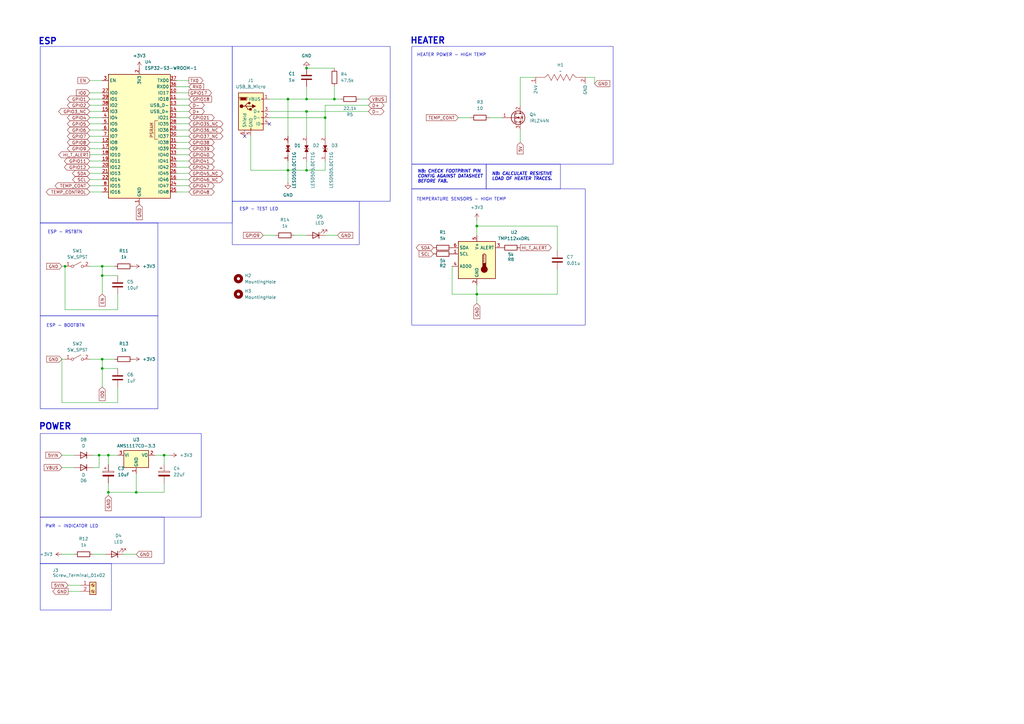
<source format=kicad_sch>
(kicad_sch
	(version 20231120)
	(generator "eeschema")
	(generator_version "8.0")
	(uuid "383d6e5b-43ef-4b5a-b3fe-a9de7ba74c6f")
	(paper "A3")
	(lib_symbols
		(symbol "Connector:Screw_Terminal_01x02"
			(pin_names
				(offset 1.016) hide)
			(exclude_from_sim no)
			(in_bom yes)
			(on_board yes)
			(property "Reference" "J"
				(at 0 2.54 0)
				(effects
					(font
						(size 1.27 1.27)
					)
				)
			)
			(property "Value" "Screw_Terminal_01x02"
				(at 0 -5.08 0)
				(effects
					(font
						(size 1.27 1.27)
					)
				)
			)
			(property "Footprint" ""
				(at 0 0 0)
				(effects
					(font
						(size 1.27 1.27)
					)
					(hide yes)
				)
			)
			(property "Datasheet" "~"
				(at 0 0 0)
				(effects
					(font
						(size 1.27 1.27)
					)
					(hide yes)
				)
			)
			(property "Description" "Generic screw terminal, single row, 01x02, script generated (kicad-library-utils/schlib/autogen/connector/)"
				(at 0 0 0)
				(effects
					(font
						(size 1.27 1.27)
					)
					(hide yes)
				)
			)
			(property "ki_keywords" "screw terminal"
				(at 0 0 0)
				(effects
					(font
						(size 1.27 1.27)
					)
					(hide yes)
				)
			)
			(property "ki_fp_filters" "TerminalBlock*:*"
				(at 0 0 0)
				(effects
					(font
						(size 1.27 1.27)
					)
					(hide yes)
				)
			)
			(symbol "Screw_Terminal_01x02_1_1"
				(rectangle
					(start -1.27 1.27)
					(end 1.27 -3.81)
					(stroke
						(width 0.254)
						(type default)
					)
					(fill
						(type background)
					)
				)
				(circle
					(center 0 -2.54)
					(radius 0.635)
					(stroke
						(width 0.1524)
						(type default)
					)
					(fill
						(type none)
					)
				)
				(polyline
					(pts
						(xy -0.5334 -2.2098) (xy 0.3302 -3.048)
					)
					(stroke
						(width 0.1524)
						(type default)
					)
					(fill
						(type none)
					)
				)
				(polyline
					(pts
						(xy -0.5334 0.3302) (xy 0.3302 -0.508)
					)
					(stroke
						(width 0.1524)
						(type default)
					)
					(fill
						(type none)
					)
				)
				(polyline
					(pts
						(xy -0.3556 -2.032) (xy 0.508 -2.8702)
					)
					(stroke
						(width 0.1524)
						(type default)
					)
					(fill
						(type none)
					)
				)
				(polyline
					(pts
						(xy -0.3556 0.508) (xy 0.508 -0.3302)
					)
					(stroke
						(width 0.1524)
						(type default)
					)
					(fill
						(type none)
					)
				)
				(circle
					(center 0 0)
					(radius 0.635)
					(stroke
						(width 0.1524)
						(type default)
					)
					(fill
						(type none)
					)
				)
				(pin passive line
					(at -5.08 0 0)
					(length 3.81)
					(name "Pin_1"
						(effects
							(font
								(size 1.27 1.27)
							)
						)
					)
					(number "1"
						(effects
							(font
								(size 1.27 1.27)
							)
						)
					)
				)
				(pin passive line
					(at -5.08 -2.54 0)
					(length 3.81)
					(name "Pin_2"
						(effects
							(font
								(size 1.27 1.27)
							)
						)
					)
					(number "2"
						(effects
							(font
								(size 1.27 1.27)
							)
						)
					)
				)
			)
		)
		(symbol "Connector:USB_B_Micro"
			(pin_names
				(offset 1.016)
			)
			(exclude_from_sim no)
			(in_bom yes)
			(on_board yes)
			(property "Reference" "J"
				(at -5.08 11.43 0)
				(effects
					(font
						(size 1.27 1.27)
					)
					(justify left)
				)
			)
			(property "Value" "USB_B_Micro"
				(at -5.08 8.89 0)
				(effects
					(font
						(size 1.27 1.27)
					)
					(justify left)
				)
			)
			(property "Footprint" ""
				(at 3.81 -1.27 0)
				(effects
					(font
						(size 1.27 1.27)
					)
					(hide yes)
				)
			)
			(property "Datasheet" "~"
				(at 3.81 -1.27 0)
				(effects
					(font
						(size 1.27 1.27)
					)
					(hide yes)
				)
			)
			(property "Description" "USB Micro Type B connector"
				(at 0 0 0)
				(effects
					(font
						(size 1.27 1.27)
					)
					(hide yes)
				)
			)
			(property "ki_keywords" "connector USB micro"
				(at 0 0 0)
				(effects
					(font
						(size 1.27 1.27)
					)
					(hide yes)
				)
			)
			(property "ki_fp_filters" "USB*"
				(at 0 0 0)
				(effects
					(font
						(size 1.27 1.27)
					)
					(hide yes)
				)
			)
			(symbol "USB_B_Micro_0_1"
				(rectangle
					(start -5.08 -7.62)
					(end 5.08 7.62)
					(stroke
						(width 0.254)
						(type default)
					)
					(fill
						(type background)
					)
				)
				(circle
					(center -3.81 2.159)
					(radius 0.635)
					(stroke
						(width 0.254)
						(type default)
					)
					(fill
						(type outline)
					)
				)
				(circle
					(center -0.635 3.429)
					(radius 0.381)
					(stroke
						(width 0.254)
						(type default)
					)
					(fill
						(type outline)
					)
				)
				(rectangle
					(start -0.127 -7.62)
					(end 0.127 -6.858)
					(stroke
						(width 0)
						(type default)
					)
					(fill
						(type none)
					)
				)
				(polyline
					(pts
						(xy -1.905 2.159) (xy 0.635 2.159)
					)
					(stroke
						(width 0.254)
						(type default)
					)
					(fill
						(type none)
					)
				)
				(polyline
					(pts
						(xy -3.175 2.159) (xy -2.54 2.159) (xy -1.27 3.429) (xy -0.635 3.429)
					)
					(stroke
						(width 0.254)
						(type default)
					)
					(fill
						(type none)
					)
				)
				(polyline
					(pts
						(xy -2.54 2.159) (xy -1.905 2.159) (xy -1.27 0.889) (xy 0 0.889)
					)
					(stroke
						(width 0.254)
						(type default)
					)
					(fill
						(type none)
					)
				)
				(polyline
					(pts
						(xy 0.635 2.794) (xy 0.635 1.524) (xy 1.905 2.159) (xy 0.635 2.794)
					)
					(stroke
						(width 0.254)
						(type default)
					)
					(fill
						(type outline)
					)
				)
				(polyline
					(pts
						(xy -4.318 5.588) (xy -1.778 5.588) (xy -2.032 4.826) (xy -4.064 4.826) (xy -4.318 5.588)
					)
					(stroke
						(width 0)
						(type default)
					)
					(fill
						(type outline)
					)
				)
				(polyline
					(pts
						(xy -4.699 5.842) (xy -4.699 5.588) (xy -4.445 4.826) (xy -4.445 4.572) (xy -1.651 4.572) (xy -1.651 4.826)
						(xy -1.397 5.588) (xy -1.397 5.842) (xy -4.699 5.842)
					)
					(stroke
						(width 0)
						(type default)
					)
					(fill
						(type none)
					)
				)
				(rectangle
					(start 0.254 1.27)
					(end -0.508 0.508)
					(stroke
						(width 0.254)
						(type default)
					)
					(fill
						(type outline)
					)
				)
				(rectangle
					(start 5.08 -5.207)
					(end 4.318 -4.953)
					(stroke
						(width 0)
						(type default)
					)
					(fill
						(type none)
					)
				)
				(rectangle
					(start 5.08 -2.667)
					(end 4.318 -2.413)
					(stroke
						(width 0)
						(type default)
					)
					(fill
						(type none)
					)
				)
				(rectangle
					(start 5.08 -0.127)
					(end 4.318 0.127)
					(stroke
						(width 0)
						(type default)
					)
					(fill
						(type none)
					)
				)
				(rectangle
					(start 5.08 4.953)
					(end 4.318 5.207)
					(stroke
						(width 0)
						(type default)
					)
					(fill
						(type none)
					)
				)
			)
			(symbol "USB_B_Micro_1_1"
				(pin power_out line
					(at 7.62 5.08 180)
					(length 2.54)
					(name "VBUS"
						(effects
							(font
								(size 1.27 1.27)
							)
						)
					)
					(number "1"
						(effects
							(font
								(size 1.27 1.27)
							)
						)
					)
				)
				(pin bidirectional line
					(at 7.62 -2.54 180)
					(length 2.54)
					(name "D-"
						(effects
							(font
								(size 1.27 1.27)
							)
						)
					)
					(number "2"
						(effects
							(font
								(size 1.27 1.27)
							)
						)
					)
				)
				(pin bidirectional line
					(at 7.62 0 180)
					(length 2.54)
					(name "D+"
						(effects
							(font
								(size 1.27 1.27)
							)
						)
					)
					(number "3"
						(effects
							(font
								(size 1.27 1.27)
							)
						)
					)
				)
				(pin passive line
					(at 7.62 -5.08 180)
					(length 2.54)
					(name "ID"
						(effects
							(font
								(size 1.27 1.27)
							)
						)
					)
					(number "4"
						(effects
							(font
								(size 1.27 1.27)
							)
						)
					)
				)
				(pin power_out line
					(at 0 -10.16 90)
					(length 2.54)
					(name "GND"
						(effects
							(font
								(size 1.27 1.27)
							)
						)
					)
					(number "5"
						(effects
							(font
								(size 1.27 1.27)
							)
						)
					)
				)
				(pin passive line
					(at -2.54 -10.16 90)
					(length 2.54)
					(name "Shield"
						(effects
							(font
								(size 1.27 1.27)
							)
						)
					)
					(number "6"
						(effects
							(font
								(size 1.27 1.27)
							)
						)
					)
				)
			)
		)
		(symbol "Device:C"
			(pin_numbers hide)
			(pin_names
				(offset 0.254)
			)
			(exclude_from_sim no)
			(in_bom yes)
			(on_board yes)
			(property "Reference" "C"
				(at 0.635 2.54 0)
				(effects
					(font
						(size 1.27 1.27)
					)
					(justify left)
				)
			)
			(property "Value" "C"
				(at 0.635 -2.54 0)
				(effects
					(font
						(size 1.27 1.27)
					)
					(justify left)
				)
			)
			(property "Footprint" ""
				(at 0.9652 -3.81 0)
				(effects
					(font
						(size 1.27 1.27)
					)
					(hide yes)
				)
			)
			(property "Datasheet" "~"
				(at 0 0 0)
				(effects
					(font
						(size 1.27 1.27)
					)
					(hide yes)
				)
			)
			(property "Description" "Unpolarized capacitor"
				(at 0 0 0)
				(effects
					(font
						(size 1.27 1.27)
					)
					(hide yes)
				)
			)
			(property "ki_keywords" "cap capacitor"
				(at 0 0 0)
				(effects
					(font
						(size 1.27 1.27)
					)
					(hide yes)
				)
			)
			(property "ki_fp_filters" "C_*"
				(at 0 0 0)
				(effects
					(font
						(size 1.27 1.27)
					)
					(hide yes)
				)
			)
			(symbol "C_0_1"
				(polyline
					(pts
						(xy -2.032 -0.762) (xy 2.032 -0.762)
					)
					(stroke
						(width 0.508)
						(type default)
					)
					(fill
						(type none)
					)
				)
				(polyline
					(pts
						(xy -2.032 0.762) (xy 2.032 0.762)
					)
					(stroke
						(width 0.508)
						(type default)
					)
					(fill
						(type none)
					)
				)
			)
			(symbol "C_1_1"
				(pin passive line
					(at 0 3.81 270)
					(length 2.794)
					(name "~"
						(effects
							(font
								(size 1.27 1.27)
							)
						)
					)
					(number "1"
						(effects
							(font
								(size 1.27 1.27)
							)
						)
					)
				)
				(pin passive line
					(at 0 -3.81 90)
					(length 2.794)
					(name "~"
						(effects
							(font
								(size 1.27 1.27)
							)
						)
					)
					(number "2"
						(effects
							(font
								(size 1.27 1.27)
							)
						)
					)
				)
			)
		)
		(symbol "Device:C_Polarized"
			(pin_numbers hide)
			(pin_names
				(offset 0.254)
			)
			(exclude_from_sim no)
			(in_bom yes)
			(on_board yes)
			(property "Reference" "C"
				(at 0.635 2.54 0)
				(effects
					(font
						(size 1.27 1.27)
					)
					(justify left)
				)
			)
			(property "Value" "C_Polarized"
				(at 0.635 -2.54 0)
				(effects
					(font
						(size 1.27 1.27)
					)
					(justify left)
				)
			)
			(property "Footprint" ""
				(at 0.9652 -3.81 0)
				(effects
					(font
						(size 1.27 1.27)
					)
					(hide yes)
				)
			)
			(property "Datasheet" "~"
				(at 0 0 0)
				(effects
					(font
						(size 1.27 1.27)
					)
					(hide yes)
				)
			)
			(property "Description" "Polarized capacitor"
				(at 0 0 0)
				(effects
					(font
						(size 1.27 1.27)
					)
					(hide yes)
				)
			)
			(property "ki_keywords" "cap capacitor"
				(at 0 0 0)
				(effects
					(font
						(size 1.27 1.27)
					)
					(hide yes)
				)
			)
			(property "ki_fp_filters" "CP_*"
				(at 0 0 0)
				(effects
					(font
						(size 1.27 1.27)
					)
					(hide yes)
				)
			)
			(symbol "C_Polarized_0_1"
				(rectangle
					(start -2.286 0.508)
					(end 2.286 1.016)
					(stroke
						(width 0)
						(type default)
					)
					(fill
						(type none)
					)
				)
				(polyline
					(pts
						(xy -1.778 2.286) (xy -0.762 2.286)
					)
					(stroke
						(width 0)
						(type default)
					)
					(fill
						(type none)
					)
				)
				(polyline
					(pts
						(xy -1.27 2.794) (xy -1.27 1.778)
					)
					(stroke
						(width 0)
						(type default)
					)
					(fill
						(type none)
					)
				)
				(rectangle
					(start 2.286 -0.508)
					(end -2.286 -1.016)
					(stroke
						(width 0)
						(type default)
					)
					(fill
						(type outline)
					)
				)
			)
			(symbol "C_Polarized_1_1"
				(pin passive line
					(at 0 3.81 270)
					(length 2.794)
					(name "~"
						(effects
							(font
								(size 1.27 1.27)
							)
						)
					)
					(number "1"
						(effects
							(font
								(size 1.27 1.27)
							)
						)
					)
				)
				(pin passive line
					(at 0 -3.81 90)
					(length 2.794)
					(name "~"
						(effects
							(font
								(size 1.27 1.27)
							)
						)
					)
					(number "2"
						(effects
							(font
								(size 1.27 1.27)
							)
						)
					)
				)
			)
		)
		(symbol "Device:D"
			(pin_numbers hide)
			(pin_names
				(offset 1.016) hide)
			(exclude_from_sim no)
			(in_bom yes)
			(on_board yes)
			(property "Reference" "D"
				(at 0 2.54 0)
				(effects
					(font
						(size 1.27 1.27)
					)
				)
			)
			(property "Value" "D"
				(at 0 -2.54 0)
				(effects
					(font
						(size 1.27 1.27)
					)
				)
			)
			(property "Footprint" ""
				(at 0 0 0)
				(effects
					(font
						(size 1.27 1.27)
					)
					(hide yes)
				)
			)
			(property "Datasheet" "~"
				(at 0 0 0)
				(effects
					(font
						(size 1.27 1.27)
					)
					(hide yes)
				)
			)
			(property "Description" "Diode"
				(at 0 0 0)
				(effects
					(font
						(size 1.27 1.27)
					)
					(hide yes)
				)
			)
			(property "Sim.Device" "D"
				(at 0 0 0)
				(effects
					(font
						(size 1.27 1.27)
					)
					(hide yes)
				)
			)
			(property "Sim.Pins" "1=K 2=A"
				(at 0 0 0)
				(effects
					(font
						(size 1.27 1.27)
					)
					(hide yes)
				)
			)
			(property "ki_keywords" "diode"
				(at 0 0 0)
				(effects
					(font
						(size 1.27 1.27)
					)
					(hide yes)
				)
			)
			(property "ki_fp_filters" "TO-???* *_Diode_* *SingleDiode* D_*"
				(at 0 0 0)
				(effects
					(font
						(size 1.27 1.27)
					)
					(hide yes)
				)
			)
			(symbol "D_0_1"
				(polyline
					(pts
						(xy -1.27 1.27) (xy -1.27 -1.27)
					)
					(stroke
						(width 0.254)
						(type default)
					)
					(fill
						(type none)
					)
				)
				(polyline
					(pts
						(xy 1.27 0) (xy -1.27 0)
					)
					(stroke
						(width 0)
						(type default)
					)
					(fill
						(type none)
					)
				)
				(polyline
					(pts
						(xy 1.27 1.27) (xy 1.27 -1.27) (xy -1.27 0) (xy 1.27 1.27)
					)
					(stroke
						(width 0.254)
						(type default)
					)
					(fill
						(type none)
					)
				)
			)
			(symbol "D_1_1"
				(pin passive line
					(at -3.81 0 0)
					(length 2.54)
					(name "K"
						(effects
							(font
								(size 1.27 1.27)
							)
						)
					)
					(number "1"
						(effects
							(font
								(size 1.27 1.27)
							)
						)
					)
				)
				(pin passive line
					(at 3.81 0 180)
					(length 2.54)
					(name "A"
						(effects
							(font
								(size 1.27 1.27)
							)
						)
					)
					(number "2"
						(effects
							(font
								(size 1.27 1.27)
							)
						)
					)
				)
			)
		)
		(symbol "Device:LED"
			(pin_numbers hide)
			(pin_names
				(offset 1.016) hide)
			(exclude_from_sim no)
			(in_bom yes)
			(on_board yes)
			(property "Reference" "D"
				(at 0 2.54 0)
				(effects
					(font
						(size 1.27 1.27)
					)
				)
			)
			(property "Value" "LED"
				(at 0 -2.54 0)
				(effects
					(font
						(size 1.27 1.27)
					)
				)
			)
			(property "Footprint" ""
				(at 0 0 0)
				(effects
					(font
						(size 1.27 1.27)
					)
					(hide yes)
				)
			)
			(property "Datasheet" "~"
				(at 0 0 0)
				(effects
					(font
						(size 1.27 1.27)
					)
					(hide yes)
				)
			)
			(property "Description" "Light emitting diode"
				(at 0 0 0)
				(effects
					(font
						(size 1.27 1.27)
					)
					(hide yes)
				)
			)
			(property "ki_keywords" "LED diode"
				(at 0 0 0)
				(effects
					(font
						(size 1.27 1.27)
					)
					(hide yes)
				)
			)
			(property "ki_fp_filters" "LED* LED_SMD:* LED_THT:*"
				(at 0 0 0)
				(effects
					(font
						(size 1.27 1.27)
					)
					(hide yes)
				)
			)
			(symbol "LED_0_1"
				(polyline
					(pts
						(xy -1.27 -1.27) (xy -1.27 1.27)
					)
					(stroke
						(width 0.254)
						(type default)
					)
					(fill
						(type none)
					)
				)
				(polyline
					(pts
						(xy -1.27 0) (xy 1.27 0)
					)
					(stroke
						(width 0)
						(type default)
					)
					(fill
						(type none)
					)
				)
				(polyline
					(pts
						(xy 1.27 -1.27) (xy 1.27 1.27) (xy -1.27 0) (xy 1.27 -1.27)
					)
					(stroke
						(width 0.254)
						(type default)
					)
					(fill
						(type none)
					)
				)
				(polyline
					(pts
						(xy -3.048 -0.762) (xy -4.572 -2.286) (xy -3.81 -2.286) (xy -4.572 -2.286) (xy -4.572 -1.524)
					)
					(stroke
						(width 0)
						(type default)
					)
					(fill
						(type none)
					)
				)
				(polyline
					(pts
						(xy -1.778 -0.762) (xy -3.302 -2.286) (xy -2.54 -2.286) (xy -3.302 -2.286) (xy -3.302 -1.524)
					)
					(stroke
						(width 0)
						(type default)
					)
					(fill
						(type none)
					)
				)
			)
			(symbol "LED_1_1"
				(pin passive line
					(at -3.81 0 0)
					(length 2.54)
					(name "K"
						(effects
							(font
								(size 1.27 1.27)
							)
						)
					)
					(number "1"
						(effects
							(font
								(size 1.27 1.27)
							)
						)
					)
				)
				(pin passive line
					(at 3.81 0 180)
					(length 2.54)
					(name "A"
						(effects
							(font
								(size 1.27 1.27)
							)
						)
					)
					(number "2"
						(effects
							(font
								(size 1.27 1.27)
							)
						)
					)
				)
			)
		)
		(symbol "Device:R"
			(pin_numbers hide)
			(pin_names
				(offset 0)
			)
			(exclude_from_sim no)
			(in_bom yes)
			(on_board yes)
			(property "Reference" "R"
				(at 2.032 0 90)
				(effects
					(font
						(size 1.27 1.27)
					)
				)
			)
			(property "Value" "R"
				(at 0 0 90)
				(effects
					(font
						(size 1.27 1.27)
					)
				)
			)
			(property "Footprint" ""
				(at -1.778 0 90)
				(effects
					(font
						(size 1.27 1.27)
					)
					(hide yes)
				)
			)
			(property "Datasheet" "~"
				(at 0 0 0)
				(effects
					(font
						(size 1.27 1.27)
					)
					(hide yes)
				)
			)
			(property "Description" "Resistor"
				(at 0 0 0)
				(effects
					(font
						(size 1.27 1.27)
					)
					(hide yes)
				)
			)
			(property "ki_keywords" "R res resistor"
				(at 0 0 0)
				(effects
					(font
						(size 1.27 1.27)
					)
					(hide yes)
				)
			)
			(property "ki_fp_filters" "R_*"
				(at 0 0 0)
				(effects
					(font
						(size 1.27 1.27)
					)
					(hide yes)
				)
			)
			(symbol "R_0_1"
				(rectangle
					(start -1.016 -2.54)
					(end 1.016 2.54)
					(stroke
						(width 0.254)
						(type default)
					)
					(fill
						(type none)
					)
				)
			)
			(symbol "R_1_1"
				(pin passive line
					(at 0 3.81 270)
					(length 1.27)
					(name "~"
						(effects
							(font
								(size 1.27 1.27)
							)
						)
					)
					(number "1"
						(effects
							(font
								(size 1.27 1.27)
							)
						)
					)
				)
				(pin passive line
					(at 0 -3.81 90)
					(length 1.27)
					(name "~"
						(effects
							(font
								(size 1.27 1.27)
							)
						)
					)
					(number "2"
						(effects
							(font
								(size 1.27 1.27)
							)
						)
					)
				)
			)
		)
		(symbol "Heaters:24V-5A-Heater"
			(exclude_from_sim no)
			(in_bom yes)
			(on_board yes)
			(property "Reference" "H1"
				(at 6.35 8.89 0)
				(effects
					(font
						(size 1.27 1.27)
					)
				)
			)
			(property "Value" "~"
				(at 6.35 6.35 0)
				(effects
					(font
						(size 1.27 1.27)
					)
				)
			)
			(property "Footprint" "Heater:24V-5A-Heater"
				(at 6.604 -5.588 0)
				(effects
					(font
						(size 1.27 1.27)
					)
					(hide yes)
				)
			)
			(property "Datasheet" ""
				(at 0 0 0)
				(effects
					(font
						(size 1.27 1.27)
					)
					(hide yes)
				)
			)
			(property "Description" ""
				(at 0 0 0)
				(effects
					(font
						(size 1.27 1.27)
					)
					(hide yes)
				)
			)
			(symbol "24V-5A-Heater_0_1"
				(polyline
					(pts
						(xy -3.81 3.81) (xy 0 3.81) (xy 1.27 5.08) (xy 2.54 2.54) (xy 3.81 5.08) (xy 5.08 2.54) (xy 6.35 5.08)
						(xy 7.62 2.54) (xy 8.89 5.08) (xy 10.16 2.54) (xy 11.43 5.08) (xy 12.7 3.81) (xy 16.51 3.81)
					)
					(stroke
						(width 0)
						(type default)
					)
					(fill
						(type none)
					)
				)
			)
			(symbol "24V-5A-Heater_1_1"
				(pin power_in line
					(at -3.81 3.81 270)
					(length 2.54)
					(name "24V"
						(effects
							(font
								(size 1.27 1.27)
							)
						)
					)
					(number "1"
						(effects
							(font
								(size 1.27 1.27)
							)
						)
					)
				)
				(pin power_out line
					(at 16.51 3.81 270)
					(length 2.54)
					(name "GND"
						(effects
							(font
								(size 1.27 1.27)
							)
						)
					)
					(number "2"
						(effects
							(font
								(size 1.27 1.27)
							)
						)
					)
				)
			)
		)
		(symbol "LESD5D5.0CT1G:LESD5D5.0CT1G"
			(pin_names
				(offset 1.016)
			)
			(exclude_from_sim no)
			(in_bom yes)
			(on_board yes)
			(property "Reference" "D"
				(at -5.08 2.54 0)
				(effects
					(font
						(size 1.27 1.27)
					)
					(justify left bottom)
				)
			)
			(property "Value" "LESD5D5.0CT1G"
				(at -5.08 -5.08 0)
				(effects
					(font
						(size 1.27 1.27)
					)
					(justify left bottom)
				)
			)
			(property "Footprint" "LESD5D5.0CT1G:TVS_LESD5D5.0CT1G"
				(at 0 0 0)
				(effects
					(font
						(size 1.27 1.27)
					)
					(justify bottom)
					(hide yes)
				)
			)
			(property "Datasheet" ""
				(at 0 0 0)
				(effects
					(font
						(size 1.27 1.27)
					)
					(hide yes)
				)
			)
			(property "Description" ""
				(at 0 0 0)
				(effects
					(font
						(size 1.27 1.27)
					)
					(hide yes)
				)
			)
			(property "MF" "Leshan Radio Co."
				(at 0 0 0)
				(effects
					(font
						(size 1.27 1.27)
					)
					(justify bottom)
					(hide yes)
				)
			)
			(property "MAXIMUM_PACKAGE_HEIGHT" "0.7 mm"
				(at 0 0 0)
				(effects
					(font
						(size 1.27 1.27)
					)
					(justify bottom)
					(hide yes)
				)
			)
			(property "Package" "None"
				(at 0 0 0)
				(effects
					(font
						(size 1.27 1.27)
					)
					(justify bottom)
					(hide yes)
				)
			)
			(property "Price" "None"
				(at 0 0 0)
				(effects
					(font
						(size 1.27 1.27)
					)
					(justify bottom)
					(hide yes)
				)
			)
			(property "Check_prices" "https://www.snapeda.com/parts/LESD5D5.0CT1G/Leshan+Radio/view-part/?ref=eda"
				(at 0 0 0)
				(effects
					(font
						(size 1.27 1.27)
					)
					(justify bottom)
					(hide yes)
				)
			)
			(property "STANDARD" "Manufacturer Recommendations"
				(at 0 0 0)
				(effects
					(font
						(size 1.27 1.27)
					)
					(justify bottom)
					(hide yes)
				)
			)
			(property "PARTREV" "O"
				(at 0 0 0)
				(effects
					(font
						(size 1.27 1.27)
					)
					(justify bottom)
					(hide yes)
				)
			)
			(property "SnapEDA_Link" "https://www.snapeda.com/parts/LESD5D5.0CT1G/Leshan+Radio/view-part/?ref=snap"
				(at 0 0 0)
				(effects
					(font
						(size 1.27 1.27)
					)
					(justify bottom)
					(hide yes)
				)
			)
			(property "MP" "LESD5D5.0CT1G"
				(at 0 0 0)
				(effects
					(font
						(size 1.27 1.27)
					)
					(justify bottom)
					(hide yes)
				)
			)
			(property "Description_1" "\n                        \n                            Transient Voltage Suppressors for ESD Protection\n                        \n"
				(at 0 0 0)
				(effects
					(font
						(size 1.27 1.27)
					)
					(justify bottom)
					(hide yes)
				)
			)
			(property "Availability" "In Stock"
				(at 0 0 0)
				(effects
					(font
						(size 1.27 1.27)
					)
					(justify bottom)
					(hide yes)
				)
			)
			(property "MANUFACTURER" "LRC"
				(at 0 0 0)
				(effects
					(font
						(size 1.27 1.27)
					)
					(justify bottom)
					(hide yes)
				)
			)
			(symbol "LESD5D5.0CT1G_0_0"
				(polyline
					(pts
						(xy -1.27 0) (xy -2.54 0)
					)
					(stroke
						(width 0.1524)
						(type default)
					)
					(fill
						(type none)
					)
				)
				(polyline
					(pts
						(xy 0 -0.762) (xy -0.254 -1.016)
					)
					(stroke
						(width 0.1524)
						(type default)
					)
					(fill
						(type none)
					)
				)
				(polyline
					(pts
						(xy 0 -0.762) (xy 0 0.762)
					)
					(stroke
						(width 0.1524)
						(type default)
					)
					(fill
						(type none)
					)
				)
				(polyline
					(pts
						(xy 0 0.762) (xy 0.254 1.016)
					)
					(stroke
						(width 0.1524)
						(type default)
					)
					(fill
						(type none)
					)
				)
				(polyline
					(pts
						(xy 1.27 0) (xy 2.54 0)
					)
					(stroke
						(width 0.1524)
						(type default)
					)
					(fill
						(type none)
					)
				)
				(polyline
					(pts
						(xy 0 0) (xy -1.27 -0.762) (xy -1.27 0.762) (xy 0 0)
					)
					(stroke
						(width 0.1524)
						(type default)
					)
					(fill
						(type outline)
					)
				)
				(polyline
					(pts
						(xy 0 0) (xy 1.27 0.762) (xy 1.27 -0.762) (xy 0 0)
					)
					(stroke
						(width 0.1524)
						(type default)
					)
					(fill
						(type outline)
					)
				)
				(pin passive line
					(at -5.08 0 0)
					(length 2.54)
					(name "~"
						(effects
							(font
								(size 1.016 1.016)
							)
						)
					)
					(number "1"
						(effects
							(font
								(size 1.016 1.016)
							)
						)
					)
				)
				(pin passive line
					(at 5.08 0 180)
					(length 2.54)
					(name "~"
						(effects
							(font
								(size 1.016 1.016)
							)
						)
					)
					(number "2"
						(effects
							(font
								(size 1.016 1.016)
							)
						)
					)
				)
			)
		)
		(symbol "Mechanical:MountingHole"
			(pin_names
				(offset 1.016)
			)
			(exclude_from_sim yes)
			(in_bom no)
			(on_board yes)
			(property "Reference" "H"
				(at 0 5.08 0)
				(effects
					(font
						(size 1.27 1.27)
					)
				)
			)
			(property "Value" "MountingHole"
				(at 0 3.175 0)
				(effects
					(font
						(size 1.27 1.27)
					)
				)
			)
			(property "Footprint" ""
				(at 0 0 0)
				(effects
					(font
						(size 1.27 1.27)
					)
					(hide yes)
				)
			)
			(property "Datasheet" "~"
				(at 0 0 0)
				(effects
					(font
						(size 1.27 1.27)
					)
					(hide yes)
				)
			)
			(property "Description" "Mounting Hole without connection"
				(at 0 0 0)
				(effects
					(font
						(size 1.27 1.27)
					)
					(hide yes)
				)
			)
			(property "ki_keywords" "mounting hole"
				(at 0 0 0)
				(effects
					(font
						(size 1.27 1.27)
					)
					(hide yes)
				)
			)
			(property "ki_fp_filters" "MountingHole*"
				(at 0 0 0)
				(effects
					(font
						(size 1.27 1.27)
					)
					(hide yes)
				)
			)
			(symbol "MountingHole_0_1"
				(circle
					(center 0 0)
					(radius 1.27)
					(stroke
						(width 1.27)
						(type default)
					)
					(fill
						(type none)
					)
				)
			)
		)
		(symbol "RF_Module:ESP32-S3-WROOM-1"
			(exclude_from_sim no)
			(in_bom yes)
			(on_board yes)
			(property "Reference" "U"
				(at -12.7 26.67 0)
				(effects
					(font
						(size 1.27 1.27)
					)
				)
			)
			(property "Value" "ESP32-S3-WROOM-1"
				(at 12.7 26.67 0)
				(effects
					(font
						(size 1.27 1.27)
					)
				)
			)
			(property "Footprint" "RF_Module:ESP32-S3-WROOM-1"
				(at 0 2.54 0)
				(effects
					(font
						(size 1.27 1.27)
					)
					(hide yes)
				)
			)
			(property "Datasheet" "https://www.espressif.com/sites/default/files/documentation/esp32-s3-wroom-1_wroom-1u_datasheet_en.pdf"
				(at 0 0 0)
				(effects
					(font
						(size 1.27 1.27)
					)
					(hide yes)
				)
			)
			(property "Description" "RF Module, ESP32-S3 SoC, Wi-Fi 802.11b/g/n, Bluetooth, BLE, 32-bit, 3.3V, onboard antenna, SMD"
				(at 0 0 0)
				(effects
					(font
						(size 1.27 1.27)
					)
					(hide yes)
				)
			)
			(property "ki_keywords" "RF Radio BT ESP ESP32-S3 Espressif onboard PCB antenna"
				(at 0 0 0)
				(effects
					(font
						(size 1.27 1.27)
					)
					(hide yes)
				)
			)
			(property "ki_fp_filters" "ESP32?S3?WROOM?1*"
				(at 0 0 0)
				(effects
					(font
						(size 1.27 1.27)
					)
					(hide yes)
				)
			)
			(symbol "ESP32-S3-WROOM-1_0_0"
				(rectangle
					(start -12.7 25.4)
					(end 12.7 -25.4)
					(stroke
						(width 0.254)
						(type default)
					)
					(fill
						(type background)
					)
				)
				(text "PSRAM"
					(at 5.08 2.54 900)
					(effects
						(font
							(size 1.27 1.27)
						)
					)
				)
			)
			(symbol "ESP32-S3-WROOM-1_0_1"
				(polyline
					(pts
						(xy 7.62 -1.27) (xy 6.35 -1.27) (xy 6.35 6.35) (xy 7.62 6.35)
					)
					(stroke
						(width 0)
						(type default)
					)
					(fill
						(type none)
					)
				)
			)
			(symbol "ESP32-S3-WROOM-1_1_1"
				(pin power_in line
					(at 0 -27.94 90)
					(length 2.54)
					(name "GND"
						(effects
							(font
								(size 1.27 1.27)
							)
						)
					)
					(number "1"
						(effects
							(font
								(size 1.27 1.27)
							)
						)
					)
				)
				(pin bidirectional line
					(at 15.24 17.78 180)
					(length 2.54)
					(name "IO17"
						(effects
							(font
								(size 1.27 1.27)
							)
						)
					)
					(number "10"
						(effects
							(font
								(size 1.27 1.27)
							)
						)
					)
				)
				(pin bidirectional line
					(at 15.24 15.24 180)
					(length 2.54)
					(name "IO18"
						(effects
							(font
								(size 1.27 1.27)
							)
						)
					)
					(number "11"
						(effects
							(font
								(size 1.27 1.27)
							)
						)
					)
				)
				(pin bidirectional line
					(at -15.24 -2.54 0)
					(length 2.54)
					(name "IO8"
						(effects
							(font
								(size 1.27 1.27)
							)
						)
					)
					(number "12"
						(effects
							(font
								(size 1.27 1.27)
							)
						)
					)
				)
				(pin bidirectional line
					(at 15.24 12.7 180)
					(length 2.54)
					(name "USB_D-"
						(effects
							(font
								(size 1.27 1.27)
							)
						)
					)
					(number "13"
						(effects
							(font
								(size 1.27 1.27)
							)
						)
					)
					(alternate "IO19" bidirectional line)
				)
				(pin bidirectional line
					(at 15.24 10.16 180)
					(length 2.54)
					(name "USB_D+"
						(effects
							(font
								(size 1.27 1.27)
							)
						)
					)
					(number "14"
						(effects
							(font
								(size 1.27 1.27)
							)
						)
					)
					(alternate "IO20" bidirectional line)
				)
				(pin bidirectional line
					(at -15.24 10.16 0)
					(length 2.54)
					(name "IO3"
						(effects
							(font
								(size 1.27 1.27)
							)
						)
					)
					(number "15"
						(effects
							(font
								(size 1.27 1.27)
							)
						)
					)
				)
				(pin bidirectional line
					(at 15.24 -17.78 180)
					(length 2.54)
					(name "IO46"
						(effects
							(font
								(size 1.27 1.27)
							)
						)
					)
					(number "16"
						(effects
							(font
								(size 1.27 1.27)
							)
						)
					)
				)
				(pin bidirectional line
					(at -15.24 -5.08 0)
					(length 2.54)
					(name "IO9"
						(effects
							(font
								(size 1.27 1.27)
							)
						)
					)
					(number "17"
						(effects
							(font
								(size 1.27 1.27)
							)
						)
					)
				)
				(pin bidirectional line
					(at -15.24 -7.62 0)
					(length 2.54)
					(name "IO10"
						(effects
							(font
								(size 1.27 1.27)
							)
						)
					)
					(number "18"
						(effects
							(font
								(size 1.27 1.27)
							)
						)
					)
				)
				(pin bidirectional line
					(at -15.24 -10.16 0)
					(length 2.54)
					(name "IO11"
						(effects
							(font
								(size 1.27 1.27)
							)
						)
					)
					(number "19"
						(effects
							(font
								(size 1.27 1.27)
							)
						)
					)
				)
				(pin power_in line
					(at 0 27.94 270)
					(length 2.54)
					(name "3V3"
						(effects
							(font
								(size 1.27 1.27)
							)
						)
					)
					(number "2"
						(effects
							(font
								(size 1.27 1.27)
							)
						)
					)
				)
				(pin bidirectional line
					(at -15.24 -12.7 0)
					(length 2.54)
					(name "IO12"
						(effects
							(font
								(size 1.27 1.27)
							)
						)
					)
					(number "20"
						(effects
							(font
								(size 1.27 1.27)
							)
						)
					)
				)
				(pin bidirectional line
					(at -15.24 -15.24 0)
					(length 2.54)
					(name "IO13"
						(effects
							(font
								(size 1.27 1.27)
							)
						)
					)
					(number "21"
						(effects
							(font
								(size 1.27 1.27)
							)
						)
					)
				)
				(pin bidirectional line
					(at -15.24 -17.78 0)
					(length 2.54)
					(name "IO14"
						(effects
							(font
								(size 1.27 1.27)
							)
						)
					)
					(number "22"
						(effects
							(font
								(size 1.27 1.27)
							)
						)
					)
				)
				(pin bidirectional line
					(at 15.24 7.62 180)
					(length 2.54)
					(name "IO21"
						(effects
							(font
								(size 1.27 1.27)
							)
						)
					)
					(number "23"
						(effects
							(font
								(size 1.27 1.27)
							)
						)
					)
				)
				(pin bidirectional line
					(at 15.24 -20.32 180)
					(length 2.54)
					(name "IO47"
						(effects
							(font
								(size 1.27 1.27)
							)
						)
					)
					(number "24"
						(effects
							(font
								(size 1.27 1.27)
							)
						)
					)
				)
				(pin bidirectional line
					(at 15.24 -22.86 180)
					(length 2.54)
					(name "IO48"
						(effects
							(font
								(size 1.27 1.27)
							)
						)
					)
					(number "25"
						(effects
							(font
								(size 1.27 1.27)
							)
						)
					)
				)
				(pin bidirectional line
					(at 15.24 -15.24 180)
					(length 2.54)
					(name "IO45"
						(effects
							(font
								(size 1.27 1.27)
							)
						)
					)
					(number "26"
						(effects
							(font
								(size 1.27 1.27)
							)
						)
					)
				)
				(pin bidirectional line
					(at -15.24 17.78 0)
					(length 2.54)
					(name "IO0"
						(effects
							(font
								(size 1.27 1.27)
							)
						)
					)
					(number "27"
						(effects
							(font
								(size 1.27 1.27)
							)
						)
					)
				)
				(pin bidirectional line
					(at 15.24 5.08 180)
					(length 2.54)
					(name "IO35"
						(effects
							(font
								(size 1.27 1.27)
							)
						)
					)
					(number "28"
						(effects
							(font
								(size 1.27 1.27)
							)
						)
					)
				)
				(pin bidirectional line
					(at 15.24 2.54 180)
					(length 2.54)
					(name "IO36"
						(effects
							(font
								(size 1.27 1.27)
							)
						)
					)
					(number "29"
						(effects
							(font
								(size 1.27 1.27)
							)
						)
					)
				)
				(pin input line
					(at -15.24 22.86 0)
					(length 2.54)
					(name "EN"
						(effects
							(font
								(size 1.27 1.27)
							)
						)
					)
					(number "3"
						(effects
							(font
								(size 1.27 1.27)
							)
						)
					)
				)
				(pin bidirectional line
					(at 15.24 0 180)
					(length 2.54)
					(name "IO37"
						(effects
							(font
								(size 1.27 1.27)
							)
						)
					)
					(number "30"
						(effects
							(font
								(size 1.27 1.27)
							)
						)
					)
				)
				(pin bidirectional line
					(at 15.24 -2.54 180)
					(length 2.54)
					(name "IO38"
						(effects
							(font
								(size 1.27 1.27)
							)
						)
					)
					(number "31"
						(effects
							(font
								(size 1.27 1.27)
							)
						)
					)
				)
				(pin bidirectional line
					(at 15.24 -5.08 180)
					(length 2.54)
					(name "IO39"
						(effects
							(font
								(size 1.27 1.27)
							)
						)
					)
					(number "32"
						(effects
							(font
								(size 1.27 1.27)
							)
						)
					)
				)
				(pin bidirectional line
					(at 15.24 -7.62 180)
					(length 2.54)
					(name "IO40"
						(effects
							(font
								(size 1.27 1.27)
							)
						)
					)
					(number "33"
						(effects
							(font
								(size 1.27 1.27)
							)
						)
					)
				)
				(pin bidirectional line
					(at 15.24 -10.16 180)
					(length 2.54)
					(name "IO41"
						(effects
							(font
								(size 1.27 1.27)
							)
						)
					)
					(number "34"
						(effects
							(font
								(size 1.27 1.27)
							)
						)
					)
				)
				(pin bidirectional line
					(at 15.24 -12.7 180)
					(length 2.54)
					(name "IO42"
						(effects
							(font
								(size 1.27 1.27)
							)
						)
					)
					(number "35"
						(effects
							(font
								(size 1.27 1.27)
							)
						)
					)
				)
				(pin bidirectional line
					(at 15.24 20.32 180)
					(length 2.54)
					(name "RXD0"
						(effects
							(font
								(size 1.27 1.27)
							)
						)
					)
					(number "36"
						(effects
							(font
								(size 1.27 1.27)
							)
						)
					)
				)
				(pin bidirectional line
					(at 15.24 22.86 180)
					(length 2.54)
					(name "TXD0"
						(effects
							(font
								(size 1.27 1.27)
							)
						)
					)
					(number "37"
						(effects
							(font
								(size 1.27 1.27)
							)
						)
					)
				)
				(pin bidirectional line
					(at -15.24 12.7 0)
					(length 2.54)
					(name "IO2"
						(effects
							(font
								(size 1.27 1.27)
							)
						)
					)
					(number "38"
						(effects
							(font
								(size 1.27 1.27)
							)
						)
					)
				)
				(pin bidirectional line
					(at -15.24 15.24 0)
					(length 2.54)
					(name "IO1"
						(effects
							(font
								(size 1.27 1.27)
							)
						)
					)
					(number "39"
						(effects
							(font
								(size 1.27 1.27)
							)
						)
					)
				)
				(pin bidirectional line
					(at -15.24 7.62 0)
					(length 2.54)
					(name "IO4"
						(effects
							(font
								(size 1.27 1.27)
							)
						)
					)
					(number "4"
						(effects
							(font
								(size 1.27 1.27)
							)
						)
					)
				)
				(pin passive line
					(at 0 -27.94 90)
					(length 2.54) hide
					(name "GND"
						(effects
							(font
								(size 1.27 1.27)
							)
						)
					)
					(number "40"
						(effects
							(font
								(size 1.27 1.27)
							)
						)
					)
				)
				(pin passive line
					(at 0 -27.94 90)
					(length 2.54) hide
					(name "GND"
						(effects
							(font
								(size 1.27 1.27)
							)
						)
					)
					(number "41"
						(effects
							(font
								(size 1.27 1.27)
							)
						)
					)
				)
				(pin bidirectional line
					(at -15.24 5.08 0)
					(length 2.54)
					(name "IO5"
						(effects
							(font
								(size 1.27 1.27)
							)
						)
					)
					(number "5"
						(effects
							(font
								(size 1.27 1.27)
							)
						)
					)
				)
				(pin bidirectional line
					(at -15.24 2.54 0)
					(length 2.54)
					(name "IO6"
						(effects
							(font
								(size 1.27 1.27)
							)
						)
					)
					(number "6"
						(effects
							(font
								(size 1.27 1.27)
							)
						)
					)
				)
				(pin bidirectional line
					(at -15.24 0 0)
					(length 2.54)
					(name "IO7"
						(effects
							(font
								(size 1.27 1.27)
							)
						)
					)
					(number "7"
						(effects
							(font
								(size 1.27 1.27)
							)
						)
					)
				)
				(pin bidirectional line
					(at -15.24 -20.32 0)
					(length 2.54)
					(name "IO15"
						(effects
							(font
								(size 1.27 1.27)
							)
						)
					)
					(number "8"
						(effects
							(font
								(size 1.27 1.27)
							)
						)
					)
				)
				(pin bidirectional line
					(at -15.24 -22.86 0)
					(length 2.54)
					(name "IO16"
						(effects
							(font
								(size 1.27 1.27)
							)
						)
					)
					(number "9"
						(effects
							(font
								(size 1.27 1.27)
							)
						)
					)
				)
			)
		)
		(symbol "Regulator_Linear:AMS1117CD-3.3"
			(pin_names
				(offset 0.254)
			)
			(exclude_from_sim no)
			(in_bom yes)
			(on_board yes)
			(property "Reference" "U"
				(at -3.81 3.175 0)
				(effects
					(font
						(size 1.27 1.27)
					)
				)
			)
			(property "Value" "AMS1117CD-3.3"
				(at 0 3.175 0)
				(effects
					(font
						(size 1.27 1.27)
					)
					(justify left)
				)
			)
			(property "Footprint" "Package_TO_SOT_SMD:TO-252-3_TabPin2"
				(at 0 5.08 0)
				(effects
					(font
						(size 1.27 1.27)
					)
					(hide yes)
				)
			)
			(property "Datasheet" "http://www.advanced-monolithic.com/pdf/ds1117.pdf"
				(at 2.54 -6.35 0)
				(effects
					(font
						(size 1.27 1.27)
					)
					(hide yes)
				)
			)
			(property "Description" "1A Low Dropout regulator, positive, 3.3V fixed output, TO-252"
				(at 0 0 0)
				(effects
					(font
						(size 1.27 1.27)
					)
					(hide yes)
				)
			)
			(property "ki_keywords" "linear regulator ldo fixed positive"
				(at 0 0 0)
				(effects
					(font
						(size 1.27 1.27)
					)
					(hide yes)
				)
			)
			(property "ki_fp_filters" "TO?252*TabPin2*"
				(at 0 0 0)
				(effects
					(font
						(size 1.27 1.27)
					)
					(hide yes)
				)
			)
			(symbol "AMS1117CD-3.3_0_1"
				(rectangle
					(start -5.08 -5.08)
					(end 5.08 1.905)
					(stroke
						(width 0.254)
						(type default)
					)
					(fill
						(type background)
					)
				)
			)
			(symbol "AMS1117CD-3.3_1_1"
				(pin power_in line
					(at 0 -7.62 90)
					(length 2.54)
					(name "GND"
						(effects
							(font
								(size 1.27 1.27)
							)
						)
					)
					(number "1"
						(effects
							(font
								(size 1.27 1.27)
							)
						)
					)
				)
				(pin power_out line
					(at 7.62 0 180)
					(length 2.54)
					(name "VO"
						(effects
							(font
								(size 1.27 1.27)
							)
						)
					)
					(number "2"
						(effects
							(font
								(size 1.27 1.27)
							)
						)
					)
				)
				(pin power_in line
					(at -7.62 0 0)
					(length 2.54)
					(name "VI"
						(effects
							(font
								(size 1.27 1.27)
							)
						)
					)
					(number "3"
						(effects
							(font
								(size 1.27 1.27)
							)
						)
					)
				)
			)
		)
		(symbol "Sensor_Temperature:TMP112xxDRL"
			(exclude_from_sim no)
			(in_bom yes)
			(on_board yes)
			(property "Reference" "U"
				(at -2.54 10.795 0)
				(effects
					(font
						(size 1.27 1.27)
					)
					(justify right)
				)
			)
			(property "Value" "TMP112xxDRL"
				(at -2.54 8.89 0)
				(effects
					(font
						(size 1.27 1.27)
					)
					(justify right)
				)
			)
			(property "Footprint" "Package_TO_SOT_SMD:SOT-563"
				(at 1.27 -8.89 0)
				(effects
					(font
						(size 1.27 1.27)
					)
					(justify left)
					(hide yes)
				)
			)
			(property "Datasheet" "https://www.ti.com/lit/ds/symlink/tmp112.pdf"
				(at 1.27 -11.43 0)
				(effects
					(font
						(size 1.27 1.27)
					)
					(justify left)
					(hide yes)
				)
			)
			(property "Description" "Digital Temperature Sensor with I2C/SMBus/Two-wire Interface, 12 bits, ±1°C, one-shot conversion, alert, nist traceable, SOT-563"
				(at 0 0 0)
				(effects
					(font
						(size 1.27 1.27)
					)
					(hide yes)
				)
			)
			(property "ki_keywords" "digital temperature sensor i2c smbus two-wire nist"
				(at 0 0 0)
				(effects
					(font
						(size 1.27 1.27)
					)
					(hide yes)
				)
			)
			(property "ki_fp_filters" "SOT?563*"
				(at 0 0 0)
				(effects
					(font
						(size 1.27 1.27)
					)
					(hide yes)
				)
			)
			(symbol "TMP112xxDRL_0_1"
				(rectangle
					(start -7.62 7.62)
					(end 7.62 -7.62)
					(stroke
						(width 0.254)
						(type default)
					)
					(fill
						(type background)
					)
				)
			)
			(symbol "TMP112xxDRL_1_1"
				(polyline
					(pts
						(xy 2.413 -0.635) (xy 3.048 -0.635)
					)
					(stroke
						(width 0.254)
						(type default)
					)
					(fill
						(type none)
					)
				)
				(polyline
					(pts
						(xy 2.413 0) (xy 3.048 0)
					)
					(stroke
						(width 0.254)
						(type default)
					)
					(fill
						(type none)
					)
				)
				(polyline
					(pts
						(xy 2.413 0.635) (xy 3.048 0.635)
					)
					(stroke
						(width 0.254)
						(type default)
					)
					(fill
						(type none)
					)
				)
				(polyline
					(pts
						(xy 2.413 1.27) (xy 3.048 1.27)
					)
					(stroke
						(width 0.254)
						(type default)
					)
					(fill
						(type none)
					)
				)
				(polyline
					(pts
						(xy 2.413 1.905) (xy 2.413 -1.27)
					)
					(stroke
						(width 0.254)
						(type default)
					)
					(fill
						(type none)
					)
				)
				(polyline
					(pts
						(xy 2.413 1.905) (xy 3.048 1.905)
					)
					(stroke
						(width 0.254)
						(type default)
					)
					(fill
						(type none)
					)
				)
				(polyline
					(pts
						(xy 3.683 1.905) (xy 3.683 -1.27)
					)
					(stroke
						(width 0.254)
						(type default)
					)
					(fill
						(type none)
					)
				)
				(circle
					(center 3.048 -3.81)
					(radius 1.27)
					(stroke
						(width 0.254)
						(type default)
					)
					(fill
						(type outline)
					)
				)
				(rectangle
					(start 3.683 -3.175)
					(end 2.413 -1.27)
					(stroke
						(width 0.254)
						(type default)
					)
					(fill
						(type outline)
					)
				)
				(arc
					(start 3.683 1.905)
					(mid 3.048 2.5373)
					(end 2.413 1.905)
					(stroke
						(width 0.254)
						(type default)
					)
					(fill
						(type none)
					)
				)
				(pin input line
					(at -10.16 2.54 0)
					(length 2.54)
					(name "SCL"
						(effects
							(font
								(size 1.27 1.27)
							)
						)
					)
					(number "1"
						(effects
							(font
								(size 1.27 1.27)
							)
						)
					)
				)
				(pin power_in line
					(at 0 -10.16 90)
					(length 2.54)
					(name "GND"
						(effects
							(font
								(size 1.27 1.27)
							)
						)
					)
					(number "2"
						(effects
							(font
								(size 1.27 1.27)
							)
						)
					)
				)
				(pin open_collector line
					(at 10.16 5.08 180)
					(length 2.54)
					(name "ALERT"
						(effects
							(font
								(size 1.27 1.27)
							)
						)
					)
					(number "3"
						(effects
							(font
								(size 1.27 1.27)
							)
						)
					)
				)
				(pin input line
					(at -10.16 -2.54 0)
					(length 2.54)
					(name "ADD0"
						(effects
							(font
								(size 1.27 1.27)
							)
						)
					)
					(number "4"
						(effects
							(font
								(size 1.27 1.27)
							)
						)
					)
				)
				(pin power_in line
					(at 0 10.16 270)
					(length 2.54)
					(name "V+"
						(effects
							(font
								(size 1.27 1.27)
							)
						)
					)
					(number "5"
						(effects
							(font
								(size 1.27 1.27)
							)
						)
					)
				)
				(pin bidirectional line
					(at -10.16 5.08 0)
					(length 2.54)
					(name "SDA"
						(effects
							(font
								(size 1.27 1.27)
							)
						)
					)
					(number "6"
						(effects
							(font
								(size 1.27 1.27)
							)
						)
					)
				)
			)
		)
		(symbol "Switch:SW_SPST"
			(pin_names
				(offset 0) hide)
			(exclude_from_sim no)
			(in_bom yes)
			(on_board yes)
			(property "Reference" "SW"
				(at 0 3.175 0)
				(effects
					(font
						(size 1.27 1.27)
					)
				)
			)
			(property "Value" "SW_SPST"
				(at 0 -2.54 0)
				(effects
					(font
						(size 1.27 1.27)
					)
				)
			)
			(property "Footprint" ""
				(at 0 0 0)
				(effects
					(font
						(size 1.27 1.27)
					)
					(hide yes)
				)
			)
			(property "Datasheet" "~"
				(at 0 0 0)
				(effects
					(font
						(size 1.27 1.27)
					)
					(hide yes)
				)
			)
			(property "Description" "Single Pole Single Throw (SPST) switch"
				(at 0 0 0)
				(effects
					(font
						(size 1.27 1.27)
					)
					(hide yes)
				)
			)
			(property "ki_keywords" "switch lever"
				(at 0 0 0)
				(effects
					(font
						(size 1.27 1.27)
					)
					(hide yes)
				)
			)
			(symbol "SW_SPST_0_0"
				(circle
					(center -2.032 0)
					(radius 0.508)
					(stroke
						(width 0)
						(type default)
					)
					(fill
						(type none)
					)
				)
				(polyline
					(pts
						(xy -1.524 0.254) (xy 1.524 1.778)
					)
					(stroke
						(width 0)
						(type default)
					)
					(fill
						(type none)
					)
				)
				(circle
					(center 2.032 0)
					(radius 0.508)
					(stroke
						(width 0)
						(type default)
					)
					(fill
						(type none)
					)
				)
			)
			(symbol "SW_SPST_1_1"
				(pin passive line
					(at -5.08 0 0)
					(length 2.54)
					(name "A"
						(effects
							(font
								(size 1.27 1.27)
							)
						)
					)
					(number "1"
						(effects
							(font
								(size 1.27 1.27)
							)
						)
					)
				)
				(pin passive line
					(at 5.08 0 180)
					(length 2.54)
					(name "B"
						(effects
							(font
								(size 1.27 1.27)
							)
						)
					)
					(number "2"
						(effects
							(font
								(size 1.27 1.27)
							)
						)
					)
				)
			)
		)
		(symbol "Transistor_FET:IRLZ44N"
			(pin_names hide)
			(exclude_from_sim no)
			(in_bom yes)
			(on_board yes)
			(property "Reference" "Q"
				(at 5.08 1.905 0)
				(effects
					(font
						(size 1.27 1.27)
					)
					(justify left)
				)
			)
			(property "Value" "IRLZ44N"
				(at 5.08 0 0)
				(effects
					(font
						(size 1.27 1.27)
					)
					(justify left)
				)
			)
			(property "Footprint" "Package_TO_SOT_THT:TO-220-3_Vertical"
				(at 5.08 -1.905 0)
				(effects
					(font
						(size 1.27 1.27)
						(italic yes)
					)
					(justify left)
					(hide yes)
				)
			)
			(property "Datasheet" "http://www.irf.com/product-info/datasheets/data/irlz44n.pdf"
				(at 5.08 -3.81 0)
				(effects
					(font
						(size 1.27 1.27)
					)
					(justify left)
					(hide yes)
				)
			)
			(property "Description" "47A Id, 55V Vds, 22mOhm Rds Single N-Channel HEXFET Power MOSFET, TO-220AB"
				(at 0 0 0)
				(effects
					(font
						(size 1.27 1.27)
					)
					(hide yes)
				)
			)
			(property "ki_keywords" "N-Channel HEXFET MOSFET Logic-Level"
				(at 0 0 0)
				(effects
					(font
						(size 1.27 1.27)
					)
					(hide yes)
				)
			)
			(property "ki_fp_filters" "TO?220*"
				(at 0 0 0)
				(effects
					(font
						(size 1.27 1.27)
					)
					(hide yes)
				)
			)
			(symbol "IRLZ44N_0_1"
				(polyline
					(pts
						(xy 0.254 0) (xy -2.54 0)
					)
					(stroke
						(width 0)
						(type default)
					)
					(fill
						(type none)
					)
				)
				(polyline
					(pts
						(xy 0.254 1.905) (xy 0.254 -1.905)
					)
					(stroke
						(width 0.254)
						(type default)
					)
					(fill
						(type none)
					)
				)
				(polyline
					(pts
						(xy 0.762 -1.27) (xy 0.762 -2.286)
					)
					(stroke
						(width 0.254)
						(type default)
					)
					(fill
						(type none)
					)
				)
				(polyline
					(pts
						(xy 0.762 0.508) (xy 0.762 -0.508)
					)
					(stroke
						(width 0.254)
						(type default)
					)
					(fill
						(type none)
					)
				)
				(polyline
					(pts
						(xy 0.762 2.286) (xy 0.762 1.27)
					)
					(stroke
						(width 0.254)
						(type default)
					)
					(fill
						(type none)
					)
				)
				(polyline
					(pts
						(xy 2.54 2.54) (xy 2.54 1.778)
					)
					(stroke
						(width 0)
						(type default)
					)
					(fill
						(type none)
					)
				)
				(polyline
					(pts
						(xy 2.54 -2.54) (xy 2.54 0) (xy 0.762 0)
					)
					(stroke
						(width 0)
						(type default)
					)
					(fill
						(type none)
					)
				)
				(polyline
					(pts
						(xy 0.762 -1.778) (xy 3.302 -1.778) (xy 3.302 1.778) (xy 0.762 1.778)
					)
					(stroke
						(width 0)
						(type default)
					)
					(fill
						(type none)
					)
				)
				(polyline
					(pts
						(xy 1.016 0) (xy 2.032 0.381) (xy 2.032 -0.381) (xy 1.016 0)
					)
					(stroke
						(width 0)
						(type default)
					)
					(fill
						(type outline)
					)
				)
				(polyline
					(pts
						(xy 2.794 0.508) (xy 2.921 0.381) (xy 3.683 0.381) (xy 3.81 0.254)
					)
					(stroke
						(width 0)
						(type default)
					)
					(fill
						(type none)
					)
				)
				(polyline
					(pts
						(xy 3.302 0.381) (xy 2.921 -0.254) (xy 3.683 -0.254) (xy 3.302 0.381)
					)
					(stroke
						(width 0)
						(type default)
					)
					(fill
						(type none)
					)
				)
				(circle
					(center 1.651 0)
					(radius 2.794)
					(stroke
						(width 0.254)
						(type default)
					)
					(fill
						(type none)
					)
				)
				(circle
					(center 2.54 -1.778)
					(radius 0.254)
					(stroke
						(width 0)
						(type default)
					)
					(fill
						(type outline)
					)
				)
				(circle
					(center 2.54 1.778)
					(radius 0.254)
					(stroke
						(width 0)
						(type default)
					)
					(fill
						(type outline)
					)
				)
			)
			(symbol "IRLZ44N_1_1"
				(pin input line
					(at -5.08 0 0)
					(length 2.54)
					(name "G"
						(effects
							(font
								(size 1.27 1.27)
							)
						)
					)
					(number "1"
						(effects
							(font
								(size 1.27 1.27)
							)
						)
					)
				)
				(pin passive line
					(at 2.54 5.08 270)
					(length 2.54)
					(name "D"
						(effects
							(font
								(size 1.27 1.27)
							)
						)
					)
					(number "2"
						(effects
							(font
								(size 1.27 1.27)
							)
						)
					)
				)
				(pin passive line
					(at 2.54 -5.08 90)
					(length 2.54)
					(name "S"
						(effects
							(font
								(size 1.27 1.27)
							)
						)
					)
					(number "3"
						(effects
							(font
								(size 1.27 1.27)
							)
						)
					)
				)
			)
		)
		(symbol "power:+3V3"
			(power)
			(pin_numbers hide)
			(pin_names
				(offset 0) hide)
			(exclude_from_sim no)
			(in_bom yes)
			(on_board yes)
			(property "Reference" "#PWR"
				(at 0 -3.81 0)
				(effects
					(font
						(size 1.27 1.27)
					)
					(hide yes)
				)
			)
			(property "Value" "+3V3"
				(at 0 3.556 0)
				(effects
					(font
						(size 1.27 1.27)
					)
				)
			)
			(property "Footprint" ""
				(at 0 0 0)
				(effects
					(font
						(size 1.27 1.27)
					)
					(hide yes)
				)
			)
			(property "Datasheet" ""
				(at 0 0 0)
				(effects
					(font
						(size 1.27 1.27)
					)
					(hide yes)
				)
			)
			(property "Description" "Power symbol creates a global label with name \"+3V3\""
				(at 0 0 0)
				(effects
					(font
						(size 1.27 1.27)
					)
					(hide yes)
				)
			)
			(property "ki_keywords" "global power"
				(at 0 0 0)
				(effects
					(font
						(size 1.27 1.27)
					)
					(hide yes)
				)
			)
			(symbol "+3V3_0_1"
				(polyline
					(pts
						(xy -0.762 1.27) (xy 0 2.54)
					)
					(stroke
						(width 0)
						(type default)
					)
					(fill
						(type none)
					)
				)
				(polyline
					(pts
						(xy 0 0) (xy 0 2.54)
					)
					(stroke
						(width 0)
						(type default)
					)
					(fill
						(type none)
					)
				)
				(polyline
					(pts
						(xy 0 2.54) (xy 0.762 1.27)
					)
					(stroke
						(width 0)
						(type default)
					)
					(fill
						(type none)
					)
				)
			)
			(symbol "+3V3_1_1"
				(pin power_in line
					(at 0 0 90)
					(length 0)
					(name "~"
						(effects
							(font
								(size 1.27 1.27)
							)
						)
					)
					(number "1"
						(effects
							(font
								(size 1.27 1.27)
							)
						)
					)
				)
			)
		)
		(symbol "power:GND"
			(power)
			(pin_numbers hide)
			(pin_names
				(offset 0) hide)
			(exclude_from_sim no)
			(in_bom yes)
			(on_board yes)
			(property "Reference" "#PWR"
				(at 0 -6.35 0)
				(effects
					(font
						(size 1.27 1.27)
					)
					(hide yes)
				)
			)
			(property "Value" "GND"
				(at 0 -3.81 0)
				(effects
					(font
						(size 1.27 1.27)
					)
				)
			)
			(property "Footprint" ""
				(at 0 0 0)
				(effects
					(font
						(size 1.27 1.27)
					)
					(hide yes)
				)
			)
			(property "Datasheet" ""
				(at 0 0 0)
				(effects
					(font
						(size 1.27 1.27)
					)
					(hide yes)
				)
			)
			(property "Description" "Power symbol creates a global label with name \"GND\" , ground"
				(at 0 0 0)
				(effects
					(font
						(size 1.27 1.27)
					)
					(hide yes)
				)
			)
			(property "ki_keywords" "global power"
				(at 0 0 0)
				(effects
					(font
						(size 1.27 1.27)
					)
					(hide yes)
				)
			)
			(symbol "GND_0_1"
				(polyline
					(pts
						(xy 0 0) (xy 0 -1.27) (xy 1.27 -1.27) (xy 0 -2.54) (xy -1.27 -1.27) (xy 0 -1.27)
					)
					(stroke
						(width 0)
						(type default)
					)
					(fill
						(type none)
					)
				)
			)
			(symbol "GND_1_1"
				(pin power_in line
					(at 0 0 270)
					(length 0)
					(name "~"
						(effects
							(font
								(size 1.27 1.27)
							)
						)
					)
					(number "1"
						(effects
							(font
								(size 1.27 1.27)
							)
						)
					)
				)
			)
		)
	)
	(junction
		(at 67.31 186.69)
		(diameter 0)
		(color 0 0 0 0)
		(uuid "06b7a7e2-a747-4612-afb7-2fba9f6b6a04")
	)
	(junction
		(at 125.73 27.94)
		(diameter 0)
		(color 0 0 0 0)
		(uuid "1c8fb771-7dcf-4bd9-a063-6c3009ca804d")
	)
	(junction
		(at 41.91 147.32)
		(diameter 0)
		(color 0 0 0 0)
		(uuid "1f312e28-75fb-48fe-bf96-53d182ac8c32")
	)
	(junction
		(at 137.16 40.64)
		(diameter 0)
		(color 0 0 0 0)
		(uuid "2680b777-f7f6-4a78-861a-6afbb2d6b8d3")
	)
	(junction
		(at 195.58 120.65)
		(diameter 0)
		(color 0 0 0 0)
		(uuid "43c61fda-e7ad-452f-9666-6edee28ba614")
	)
	(junction
		(at 195.58 92.71)
		(diameter 0)
		(color 0 0 0 0)
		(uuid "4a20cbf4-4897-48e5-bdb1-69f622eb7e75")
	)
	(junction
		(at 41.91 113.03)
		(diameter 0)
		(color 0 0 0 0)
		(uuid "5c4e88ac-a056-4bef-8bf4-b697f1ac43b2")
	)
	(junction
		(at 41.91 151.13)
		(diameter 0)
		(color 0 0 0 0)
		(uuid "702653d3-c04b-4c6c-8f72-8202c3f8a1f4")
	)
	(junction
		(at 133.35 48.26)
		(diameter 0)
		(color 0 0 0 0)
		(uuid "8685f8fb-04ee-41e8-b04e-792af3e2cc73")
	)
	(junction
		(at 44.45 201.93)
		(diameter 0)
		(color 0 0 0 0)
		(uuid "8ede2e7e-55d1-4eba-aeaf-d334092d89ca")
	)
	(junction
		(at 125.73 45.72)
		(diameter 0)
		(color 0 0 0 0)
		(uuid "98a5852c-21ba-4256-a3ec-ee117156dcdf")
	)
	(junction
		(at 40.64 186.69)
		(diameter 0)
		(color 0 0 0 0)
		(uuid "9948323a-3696-4e82-bb00-63f4f5ad9db0")
	)
	(junction
		(at 44.45 186.69)
		(diameter 0)
		(color 0 0 0 0)
		(uuid "9ceb276e-aefb-4a16-8439-24f1ad83cec2")
	)
	(junction
		(at 26.67 109.22)
		(diameter 0)
		(color 0 0 0 0)
		(uuid "b5f54d19-d221-4586-9616-1fabe294241d")
	)
	(junction
		(at 125.73 69.85)
		(diameter 0)
		(color 0 0 0 0)
		(uuid "bdbe12a6-5d4c-4059-b93f-ef9708e48bb9")
	)
	(junction
		(at 118.11 69.85)
		(diameter 0)
		(color 0 0 0 0)
		(uuid "c1151a00-9ad7-4d74-ae03-7a746de8f567")
	)
	(junction
		(at 125.73 40.64)
		(diameter 0)
		(color 0 0 0 0)
		(uuid "c50bf21f-12bb-422a-9c0b-e82446e35971")
	)
	(junction
		(at 118.11 40.64)
		(diameter 0)
		(color 0 0 0 0)
		(uuid "c82d368d-e9f1-4d35-bbd9-f6b0d8fc9a36")
	)
	(junction
		(at 55.88 201.93)
		(diameter 0)
		(color 0 0 0 0)
		(uuid "ca8f90f5-7590-4936-a349-ae55bfe3b00a")
	)
	(junction
		(at 41.91 109.22)
		(diameter 0)
		(color 0 0 0 0)
		(uuid "fcbc7fb9-32a4-4b00-90d0-f5fbccb7cbb8")
	)
	(no_connect
		(at 110.49 50.8)
		(uuid "afe06a03-ae30-4abb-860f-2db864e10723")
	)
	(no_connect
		(at 100.33 55.88)
		(uuid "fd33f860-df1f-4c63-bc93-8e71d0fcd2df")
	)
	(wire
		(pts
			(xy 36.83 38.1) (xy 41.91 38.1)
		)
		(stroke
			(width 0)
			(type default)
		)
		(uuid "00afbb0f-1816-4752-b667-bdfa91fd5725")
	)
	(wire
		(pts
			(xy 147.32 40.64) (xy 151.13 40.64)
		)
		(stroke
			(width 0)
			(type default)
		)
		(uuid "04a5fc4f-d7e1-4df6-8232-c7f6e80a790a")
	)
	(wire
		(pts
			(xy 125.73 69.85) (xy 133.35 69.85)
		)
		(stroke
			(width 0)
			(type default)
		)
		(uuid "0856c7dc-215c-4505-b450-9c1e354952d4")
	)
	(wire
		(pts
			(xy 228.6 102.87) (xy 228.6 92.71)
		)
		(stroke
			(width 0)
			(type default)
		)
		(uuid "09d916a0-dddc-4880-ad2c-24db133e61a1")
	)
	(wire
		(pts
			(xy 25.4 109.22) (xy 26.67 109.22)
		)
		(stroke
			(width 0)
			(type default)
		)
		(uuid "0ad082b4-1074-4942-9f7b-d06c4e89177c")
	)
	(wire
		(pts
			(xy 36.83 50.8) (xy 41.91 50.8)
		)
		(stroke
			(width 0)
			(type default)
		)
		(uuid "0b138206-b95e-4077-a262-5dfc5c2978cf")
	)
	(wire
		(pts
			(xy 72.39 48.26) (xy 77.47 48.26)
		)
		(stroke
			(width 0)
			(type default)
		)
		(uuid "0bfa010b-d94b-4ace-a1b0-d026f07b943a")
	)
	(wire
		(pts
			(xy 125.73 45.72) (xy 125.73 55.88)
		)
		(stroke
			(width 0)
			(type default)
		)
		(uuid "0c164248-e0b9-48a1-8124-19a15dd4ba2a")
	)
	(wire
		(pts
			(xy 195.58 90.17) (xy 195.58 92.71)
		)
		(stroke
			(width 0)
			(type default)
		)
		(uuid "10574299-a6eb-41f0-a765-584578794fc3")
	)
	(wire
		(pts
			(xy 125.73 27.94) (xy 137.16 27.94)
		)
		(stroke
			(width 0)
			(type default)
		)
		(uuid "148a54a2-2c1f-467d-9bfc-920911869df9")
	)
	(wire
		(pts
			(xy 195.58 124.46) (xy 195.58 120.65)
		)
		(stroke
			(width 0)
			(type default)
		)
		(uuid "14d96821-b557-4ed7-9288-a515dc2d9600")
	)
	(wire
		(pts
			(xy 48.26 186.69) (xy 44.45 186.69)
		)
		(stroke
			(width 0)
			(type default)
		)
		(uuid "15632855-b6d8-4eb8-bee1-f8c4811ed0b6")
	)
	(wire
		(pts
			(xy 120.65 96.52) (xy 125.73 96.52)
		)
		(stroke
			(width 0)
			(type default)
		)
		(uuid "1afedbd7-a621-4ef0-acd9-d68ede5888ea")
	)
	(wire
		(pts
			(xy 133.35 66.04) (xy 133.35 69.85)
		)
		(stroke
			(width 0)
			(type default)
		)
		(uuid "214337c6-906d-4d84-a98f-fd9c3bbaee38")
	)
	(wire
		(pts
			(xy 118.11 40.64) (xy 125.73 40.64)
		)
		(stroke
			(width 0)
			(type default)
		)
		(uuid "222a74d7-bda4-4e40-847d-553778114aec")
	)
	(wire
		(pts
			(xy 36.83 78.74) (xy 41.91 78.74)
		)
		(stroke
			(width 0)
			(type default)
		)
		(uuid "241ef302-dd28-4fd8-afab-3ca98c97de32")
	)
	(wire
		(pts
			(xy 67.31 186.69) (xy 69.85 186.69)
		)
		(stroke
			(width 0)
			(type default)
		)
		(uuid "25fc0ab4-638c-4d90-b579-1f79d5a69e43")
	)
	(wire
		(pts
			(xy 27.94 242.57) (xy 33.02 242.57)
		)
		(stroke
			(width 0)
			(type default)
		)
		(uuid "2800a16b-e628-40c1-bb07-72cf01e51439")
	)
	(wire
		(pts
			(xy 187.96 48.26) (xy 193.04 48.26)
		)
		(stroke
			(width 0)
			(type default)
		)
		(uuid "2a28c4ee-e713-40ea-93d5-8562eb31db83")
	)
	(wire
		(pts
			(xy 46.99 109.22) (xy 41.91 109.22)
		)
		(stroke
			(width 0)
			(type default)
		)
		(uuid "2b2e2d80-44ab-47ac-a523-24d91d4f0b75")
	)
	(wire
		(pts
			(xy 72.39 63.5) (xy 77.47 63.5)
		)
		(stroke
			(width 0)
			(type default)
		)
		(uuid "2cbcbbbe-c8a6-45e3-a1a6-dd88ba592c61")
	)
	(wire
		(pts
			(xy 38.1 227.33) (xy 43.18 227.33)
		)
		(stroke
			(width 0)
			(type default)
		)
		(uuid "2e27ab17-3c33-4546-9e6c-b81123a6a4cc")
	)
	(wire
		(pts
			(xy 36.83 68.58) (xy 41.91 68.58)
		)
		(stroke
			(width 0)
			(type default)
		)
		(uuid "2e730021-47c2-4732-9f44-09ae948c2057")
	)
	(wire
		(pts
			(xy 110.49 40.64) (xy 118.11 40.64)
		)
		(stroke
			(width 0)
			(type default)
		)
		(uuid "2f696c8d-e34b-45e7-95a2-0bd4e344db2e")
	)
	(wire
		(pts
			(xy 36.83 33.02) (xy 41.91 33.02)
		)
		(stroke
			(width 0)
			(type default)
		)
		(uuid "34691914-04e1-4914-8bbc-29d987b3eef6")
	)
	(wire
		(pts
			(xy 107.95 96.52) (xy 113.03 96.52)
		)
		(stroke
			(width 0)
			(type default)
		)
		(uuid "37fad37f-0187-4a9b-9def-c42336ecab8d")
	)
	(wire
		(pts
			(xy 185.42 120.65) (xy 195.58 120.65)
		)
		(stroke
			(width 0)
			(type default)
		)
		(uuid "39cb5f41-9206-4e12-a1a4-c94ae4f84769")
	)
	(wire
		(pts
			(xy 36.83 60.96) (xy 41.91 60.96)
		)
		(stroke
			(width 0)
			(type default)
		)
		(uuid "3dde3bc3-0656-46d1-b472-ad079f91cc3a")
	)
	(wire
		(pts
			(xy 50.8 227.33) (xy 55.88 227.33)
		)
		(stroke
			(width 0)
			(type default)
		)
		(uuid "42211bbd-cce0-4ca0-9da9-c800932214b7")
	)
	(wire
		(pts
			(xy 213.36 58.42) (xy 213.36 53.34)
		)
		(stroke
			(width 0)
			(type default)
		)
		(uuid "43151de1-508f-41da-9cdb-b3ec71f177f3")
	)
	(wire
		(pts
			(xy 72.39 55.88) (xy 77.47 55.88)
		)
		(stroke
			(width 0)
			(type default)
		)
		(uuid "440066bb-91d5-4bee-a42b-9236e011e03d")
	)
	(wire
		(pts
			(xy 67.31 186.69) (xy 67.31 190.5)
		)
		(stroke
			(width 0)
			(type default)
		)
		(uuid "4bbd5157-ff51-48cc-81c9-6a26b8e805d4")
	)
	(wire
		(pts
			(xy 25.4 147.32) (xy 26.67 147.32)
		)
		(stroke
			(width 0)
			(type default)
		)
		(uuid "4c80cb40-f4ee-4a7a-b6cd-7b41efea4f73")
	)
	(wire
		(pts
			(xy 25.4 186.69) (xy 30.48 186.69)
		)
		(stroke
			(width 0)
			(type default)
		)
		(uuid "4ee36818-d366-4d91-beed-0837dc4e0a7d")
	)
	(wire
		(pts
			(xy 36.83 48.26) (xy 41.91 48.26)
		)
		(stroke
			(width 0)
			(type default)
		)
		(uuid "515e2f30-f605-4cee-af99-36f88dea306f")
	)
	(wire
		(pts
			(xy 41.91 109.22) (xy 41.91 113.03)
		)
		(stroke
			(width 0)
			(type default)
		)
		(uuid "531163f2-6e75-46ed-87a5-aac0daa295af")
	)
	(wire
		(pts
			(xy 77.47 35.56) (xy 72.39 35.56)
		)
		(stroke
			(width 0)
			(type default)
		)
		(uuid "5828d54d-780b-4439-80a5-4b03a065f38c")
	)
	(wire
		(pts
			(xy 72.39 38.1) (xy 77.47 38.1)
		)
		(stroke
			(width 0)
			(type default)
		)
		(uuid "5988f625-4320-4a4d-b6a0-845ed0671766")
	)
	(wire
		(pts
			(xy 72.39 78.74) (xy 77.47 78.74)
		)
		(stroke
			(width 0)
			(type default)
		)
		(uuid "5f562282-474d-4de0-bf82-cc82c442d3f2")
	)
	(wire
		(pts
			(xy 118.11 40.64) (xy 118.11 55.88)
		)
		(stroke
			(width 0)
			(type default)
		)
		(uuid "5fa48718-9f01-40dd-8554-afec0f362add")
	)
	(wire
		(pts
			(xy 102.87 55.88) (xy 102.87 69.85)
		)
		(stroke
			(width 0)
			(type default)
		)
		(uuid "5fc9313b-d8d0-4840-a2c4-14f06581074f")
	)
	(wire
		(pts
			(xy 240.03 31.75) (xy 243.84 31.75)
		)
		(stroke
			(width 0)
			(type default)
		)
		(uuid "6195acd9-3e86-40ff-b3d9-cdb0a5601777")
	)
	(wire
		(pts
			(xy 125.73 45.72) (xy 151.13 45.72)
		)
		(stroke
			(width 0)
			(type default)
		)
		(uuid "61bbcd1f-69b4-4093-97a8-0cc72d255ed5")
	)
	(wire
		(pts
			(xy 48.26 151.13) (xy 41.91 151.13)
		)
		(stroke
			(width 0)
			(type default)
		)
		(uuid "657ab8e0-7764-4b0f-bb54-4fc9346443e1")
	)
	(wire
		(pts
			(xy 48.26 113.03) (xy 41.91 113.03)
		)
		(stroke
			(width 0)
			(type default)
		)
		(uuid "65e239b6-e023-4f6d-a0c1-6578ac74ef37")
	)
	(wire
		(pts
			(xy 63.5 186.69) (xy 67.31 186.69)
		)
		(stroke
			(width 0)
			(type default)
		)
		(uuid "6a169881-b5c8-4329-8e5d-622e3e300c8e")
	)
	(wire
		(pts
			(xy 72.39 60.96) (xy 77.47 60.96)
		)
		(stroke
			(width 0)
			(type default)
		)
		(uuid "6b08f590-226a-430d-82a8-f334389533fa")
	)
	(wire
		(pts
			(xy 41.91 151.13) (xy 41.91 158.75)
		)
		(stroke
			(width 0)
			(type default)
		)
		(uuid "6b4b304c-0952-43b7-9d5c-64470ea459cc")
	)
	(wire
		(pts
			(xy 151.13 43.18) (xy 133.35 43.18)
		)
		(stroke
			(width 0)
			(type default)
		)
		(uuid "6f3342a8-6a19-4994-a535-14c9c53bb423")
	)
	(wire
		(pts
			(xy 228.6 120.65) (xy 195.58 120.65)
		)
		(stroke
			(width 0)
			(type default)
		)
		(uuid "71a84a6a-b09c-4df8-a30f-e67d028801ee")
	)
	(wire
		(pts
			(xy 133.35 43.18) (xy 133.35 48.26)
		)
		(stroke
			(width 0)
			(type default)
		)
		(uuid "72ed0193-8638-462a-b342-8465d34bf572")
	)
	(wire
		(pts
			(xy 102.87 69.85) (xy 118.11 69.85)
		)
		(stroke
			(width 0)
			(type default)
		)
		(uuid "736c2fcc-a30f-46c5-a0ff-d21244beb7a0")
	)
	(wire
		(pts
			(xy 133.35 48.26) (xy 133.35 55.88)
		)
		(stroke
			(width 0)
			(type default)
		)
		(uuid "748947ef-3a1a-4819-aba0-eecdcbc0a8c5")
	)
	(wire
		(pts
			(xy 118.11 69.85) (xy 118.11 74.93)
		)
		(stroke
			(width 0)
			(type default)
		)
		(uuid "74c09ff0-3b93-4fe1-a974-0dec95fb988e")
	)
	(wire
		(pts
			(xy 110.49 48.26) (xy 133.35 48.26)
		)
		(stroke
			(width 0)
			(type default)
		)
		(uuid "79791614-6f74-472c-ae68-5e612dae615a")
	)
	(wire
		(pts
			(xy 27.94 240.03) (xy 33.02 240.03)
		)
		(stroke
			(width 0)
			(type default)
		)
		(uuid "7a225e8c-d651-4bda-a961-524d96c85e2c")
	)
	(wire
		(pts
			(xy 72.39 73.66) (xy 77.47 73.66)
		)
		(stroke
			(width 0)
			(type default)
		)
		(uuid "7b1bca92-e4b0-484f-b72d-890050de6b78")
	)
	(wire
		(pts
			(xy 36.83 109.22) (xy 41.91 109.22)
		)
		(stroke
			(width 0)
			(type default)
		)
		(uuid "7b385b8f-393b-46fc-b965-9b21858b22b4")
	)
	(wire
		(pts
			(xy 38.1 186.69) (xy 40.64 186.69)
		)
		(stroke
			(width 0)
			(type default)
		)
		(uuid "7c81103e-f90d-4f01-94aa-691487d6306a")
	)
	(wire
		(pts
			(xy 72.39 68.58) (xy 77.47 68.58)
		)
		(stroke
			(width 0)
			(type default)
		)
		(uuid "7d6fa86f-4cd5-40dc-a19f-0a2f052f9e9e")
	)
	(wire
		(pts
			(xy 72.39 71.12) (xy 77.47 71.12)
		)
		(stroke
			(width 0)
			(type default)
		)
		(uuid "7f8941b2-737c-4e01-95a0-82877f22e028")
	)
	(wire
		(pts
			(xy 72.39 43.18) (xy 77.47 43.18)
		)
		(stroke
			(width 0)
			(type default)
		)
		(uuid "813d80e4-414d-423f-8332-930551b210f8")
	)
	(wire
		(pts
			(xy 72.39 76.2) (xy 77.47 76.2)
		)
		(stroke
			(width 0)
			(type default)
		)
		(uuid "82829118-db73-4802-aa2d-5dabf4e21a1b")
	)
	(wire
		(pts
			(xy 72.39 66.04) (xy 77.47 66.04)
		)
		(stroke
			(width 0)
			(type default)
		)
		(uuid "854df034-3eb4-4c1e-8437-e0a5405429d0")
	)
	(wire
		(pts
			(xy 25.4 191.77) (xy 30.48 191.77)
		)
		(stroke
			(width 0)
			(type default)
		)
		(uuid "8854b567-4997-4955-9b90-089605e279a0")
	)
	(wire
		(pts
			(xy 36.83 73.66) (xy 41.91 73.66)
		)
		(stroke
			(width 0)
			(type default)
		)
		(uuid "89d401db-27b0-4f77-8703-5504957866be")
	)
	(wire
		(pts
			(xy 243.84 31.75) (xy 243.84 34.29)
		)
		(stroke
			(width 0)
			(type default)
		)
		(uuid "8c584e0b-2f3a-4127-80c6-6a84b9868bac")
	)
	(wire
		(pts
			(xy 44.45 201.93) (xy 55.88 201.93)
		)
		(stroke
			(width 0)
			(type default)
		)
		(uuid "8ced5c5e-ceef-4f53-aadc-02079ec98c92")
	)
	(wire
		(pts
			(xy 77.47 40.64) (xy 72.39 40.64)
		)
		(stroke
			(width 0)
			(type default)
		)
		(uuid "8ece7144-18b7-40bc-9ad4-ea6ff33d4f91")
	)
	(wire
		(pts
			(xy 125.73 66.04) (xy 125.73 69.85)
		)
		(stroke
			(width 0)
			(type default)
		)
		(uuid "90084d89-a480-45d3-a039-5e17d931f9ed")
	)
	(wire
		(pts
			(xy 36.83 147.32) (xy 41.91 147.32)
		)
		(stroke
			(width 0)
			(type default)
		)
		(uuid "910871cc-18df-41c8-a922-f379a41c6587")
	)
	(wire
		(pts
			(xy 44.45 201.93) (xy 44.45 198.12)
		)
		(stroke
			(width 0)
			(type default)
		)
		(uuid "9bbaefeb-bb6c-4fe9-8a3a-523762fbfe2c")
	)
	(wire
		(pts
			(xy 118.11 69.85) (xy 125.73 69.85)
		)
		(stroke
			(width 0)
			(type default)
		)
		(uuid "9cb35675-76f1-4a10-ab40-3d1cbe177354")
	)
	(wire
		(pts
			(xy 48.26 165.1) (xy 25.4 165.1)
		)
		(stroke
			(width 0)
			(type default)
		)
		(uuid "9d0ef2bf-6e7d-44e9-a71d-e3a6d45c639a")
	)
	(wire
		(pts
			(xy 25.4 165.1) (xy 25.4 147.32)
		)
		(stroke
			(width 0)
			(type default)
		)
		(uuid "9f7cc25a-185a-4d65-a497-28c3134847dd")
	)
	(wire
		(pts
			(xy 44.45 201.93) (xy 44.45 203.2)
		)
		(stroke
			(width 0)
			(type default)
		)
		(uuid "9f8f8c4e-d5d0-4c65-8fd1-6938ba8ac4c4")
	)
	(wire
		(pts
			(xy 41.91 113.03) (xy 41.91 120.65)
		)
		(stroke
			(width 0)
			(type default)
		)
		(uuid "a0f4623e-253d-4ec9-9d30-d5cde2606a8f")
	)
	(wire
		(pts
			(xy 118.11 66.04) (xy 118.11 69.85)
		)
		(stroke
			(width 0)
			(type default)
		)
		(uuid "a12ae3dc-bc21-4658-b2bc-3578948c2a53")
	)
	(wire
		(pts
			(xy 38.1 191.77) (xy 40.64 191.77)
		)
		(stroke
			(width 0)
			(type default)
		)
		(uuid "a45c50ab-73c5-4f0e-a52e-fcfda160eedb")
	)
	(wire
		(pts
			(xy 36.83 76.2) (xy 41.91 76.2)
		)
		(stroke
			(width 0)
			(type default)
		)
		(uuid "a55deb2b-13a6-4dbb-a50e-724a3416023d")
	)
	(wire
		(pts
			(xy 48.26 158.75) (xy 48.26 165.1)
		)
		(stroke
			(width 0)
			(type default)
		)
		(uuid "a63e92d8-eb77-4916-9748-05336221cdb2")
	)
	(wire
		(pts
			(xy 55.88 194.31) (xy 55.88 201.93)
		)
		(stroke
			(width 0)
			(type default)
		)
		(uuid "a6b4a934-d0eb-4ee5-b73b-533eaddf6c2a")
	)
	(wire
		(pts
			(xy 72.39 45.72) (xy 77.47 45.72)
		)
		(stroke
			(width 0)
			(type default)
		)
		(uuid "a910e076-8f41-4df5-9880-c404ea34e4db")
	)
	(wire
		(pts
			(xy 228.6 110.49) (xy 228.6 120.65)
		)
		(stroke
			(width 0)
			(type default)
		)
		(uuid "ad9bee0d-7929-476e-baeb-06025e18b043")
	)
	(wire
		(pts
			(xy 36.83 71.12) (xy 41.91 71.12)
		)
		(stroke
			(width 0)
			(type default)
		)
		(uuid "ae5f2af9-01ae-40e6-bab2-21851e35b1d2")
	)
	(wire
		(pts
			(xy 36.83 66.04) (xy 41.91 66.04)
		)
		(stroke
			(width 0)
			(type default)
		)
		(uuid "b3a7686d-e2ee-470b-9e5f-755dda31f6d9")
	)
	(wire
		(pts
			(xy 213.36 31.75) (xy 219.71 31.75)
		)
		(stroke
			(width 0)
			(type default)
		)
		(uuid "b4619925-0d07-48d9-bcb1-cca524ce37e3")
	)
	(wire
		(pts
			(xy 195.58 92.71) (xy 195.58 96.52)
		)
		(stroke
			(width 0)
			(type default)
		)
		(uuid "b86de8e6-89ec-4bf6-bc33-f4b8385a2968")
	)
	(wire
		(pts
			(xy 139.7 40.64) (xy 137.16 40.64)
		)
		(stroke
			(width 0)
			(type default)
		)
		(uuid "b8ab12f1-a678-4b5b-b627-22fd694a4751")
	)
	(wire
		(pts
			(xy 213.36 31.75) (xy 213.36 43.18)
		)
		(stroke
			(width 0)
			(type default)
		)
		(uuid "bbe9d034-6fb9-44f9-bb7c-1140def5b4ef")
	)
	(wire
		(pts
			(xy 55.88 201.93) (xy 67.31 201.93)
		)
		(stroke
			(width 0)
			(type default)
		)
		(uuid "bce2a0f7-eed4-472e-98df-75e719ee7207")
	)
	(wire
		(pts
			(xy 72.39 50.8) (xy 77.47 50.8)
		)
		(stroke
			(width 0)
			(type default)
		)
		(uuid "c04515e4-88bc-4eea-b089-ce9b4ace6e7a")
	)
	(wire
		(pts
			(xy 67.31 201.93) (xy 67.31 198.12)
		)
		(stroke
			(width 0)
			(type default)
		)
		(uuid "c217eeba-d805-4168-bcc6-c35839699578")
	)
	(wire
		(pts
			(xy 46.99 147.32) (xy 41.91 147.32)
		)
		(stroke
			(width 0)
			(type default)
		)
		(uuid "c25f4990-36cb-4029-8dcf-1f3ff360bbee")
	)
	(wire
		(pts
			(xy 125.73 40.64) (xy 137.16 40.64)
		)
		(stroke
			(width 0)
			(type default)
		)
		(uuid "c48f4bbb-d593-4479-aa49-3c0c894eca41")
	)
	(wire
		(pts
			(xy 72.39 53.34) (xy 77.47 53.34)
		)
		(stroke
			(width 0)
			(type default)
		)
		(uuid "c49c1115-ffe2-4fa7-ab22-2357f4e03101")
	)
	(wire
		(pts
			(xy 110.49 45.72) (xy 125.73 45.72)
		)
		(stroke
			(width 0)
			(type default)
		)
		(uuid "c4d7bf6c-1c3a-4eff-b5c4-89f85aed9ec4")
	)
	(wire
		(pts
			(xy 36.83 45.72) (xy 41.91 45.72)
		)
		(stroke
			(width 0)
			(type default)
		)
		(uuid "cb72a891-95c0-44ca-8bc5-f1f6505bb44e")
	)
	(wire
		(pts
			(xy 25.4 227.33) (xy 30.48 227.33)
		)
		(stroke
			(width 0)
			(type default)
		)
		(uuid "cd85b66c-aa17-4345-bdad-04b62a559f5c")
	)
	(wire
		(pts
			(xy 137.16 35.56) (xy 137.16 40.64)
		)
		(stroke
			(width 0)
			(type default)
		)
		(uuid "cdeb6242-1327-45d3-868c-420826a4ec5f")
	)
	(wire
		(pts
			(xy 185.42 109.22) (xy 185.42 120.65)
		)
		(stroke
			(width 0)
			(type default)
		)
		(uuid "d070cbbf-eaa2-405e-9d48-7477c3381d65")
	)
	(wire
		(pts
			(xy 36.83 53.34) (xy 41.91 53.34)
		)
		(stroke
			(width 0)
			(type default)
		)
		(uuid "d6aa0108-6ce1-45ed-85d9-4b845a94e77a")
	)
	(wire
		(pts
			(xy 40.64 186.69) (xy 44.45 186.69)
		)
		(stroke
			(width 0)
			(type default)
		)
		(uuid "d9aaaa04-cd20-4df2-a728-7c41ab2eea56")
	)
	(wire
		(pts
			(xy 48.26 127) (xy 26.67 127)
		)
		(stroke
			(width 0)
			(type default)
		)
		(uuid "d9c7ca45-9bcd-4437-9c0e-72c90229113f")
	)
	(wire
		(pts
			(xy 36.83 58.42) (xy 41.91 58.42)
		)
		(stroke
			(width 0)
			(type default)
		)
		(uuid "da5e0dd3-9297-47eb-8b25-0cd072686b59")
	)
	(wire
		(pts
			(xy 228.6 92.71) (xy 195.58 92.71)
		)
		(stroke
			(width 0)
			(type default)
		)
		(uuid "dca2e948-dd48-49bd-b8a0-d1a961ef3cf0")
	)
	(wire
		(pts
			(xy 133.35 96.52) (xy 138.43 96.52)
		)
		(stroke
			(width 0)
			(type default)
		)
		(uuid "dddd46ae-7210-42b3-b3aa-2692917775e7")
	)
	(wire
		(pts
			(xy 77.47 33.02) (xy 72.39 33.02)
		)
		(stroke
			(width 0)
			(type default)
		)
		(uuid "de931382-da1c-4824-bb59-d792bd98f41d")
	)
	(wire
		(pts
			(xy 44.45 186.69) (xy 44.45 190.5)
		)
		(stroke
			(width 0)
			(type default)
		)
		(uuid "e0991781-4c71-42bd-95d1-36ec5eb76ccf")
	)
	(wire
		(pts
			(xy 48.26 120.65) (xy 48.26 127)
		)
		(stroke
			(width 0)
			(type default)
		)
		(uuid "e0f632b3-9421-4608-9a69-215259c668c4")
	)
	(wire
		(pts
			(xy 36.83 55.88) (xy 41.91 55.88)
		)
		(stroke
			(width 0)
			(type default)
		)
		(uuid "e20b3b45-dca2-4f1d-b2c3-fd4b4abd141b")
	)
	(wire
		(pts
			(xy 125.73 40.64) (xy 125.73 35.56)
		)
		(stroke
			(width 0)
			(type default)
		)
		(uuid "e9dc4a29-ef43-438b-8629-64807878072a")
	)
	(wire
		(pts
			(xy 26.67 127) (xy 26.67 109.22)
		)
		(stroke
			(width 0)
			(type default)
		)
		(uuid "eac75522-6331-4a20-a997-b2f41bfeee20")
	)
	(wire
		(pts
			(xy 195.58 120.65) (xy 195.58 116.84)
		)
		(stroke
			(width 0)
			(type default)
		)
		(uuid "eb75561a-ab83-44b2-8f2c-300859a65603")
	)
	(wire
		(pts
			(xy 36.83 43.18) (xy 41.91 43.18)
		)
		(stroke
			(width 0)
			(type default)
		)
		(uuid "eea0b7bc-59a2-4c3c-bdfe-0e334d181ec0")
	)
	(wire
		(pts
			(xy 40.64 191.77) (xy 40.64 186.69)
		)
		(stroke
			(width 0)
			(type default)
		)
		(uuid "eea12461-a806-4abb-8937-85bb597bc387")
	)
	(wire
		(pts
			(xy 72.39 58.42) (xy 77.47 58.42)
		)
		(stroke
			(width 0)
			(type default)
		)
		(uuid "f1bfe226-035c-4699-ab97-7ed3ab242539")
	)
	(wire
		(pts
			(xy 36.83 40.64) (xy 41.91 40.64)
		)
		(stroke
			(width 0)
			(type default)
		)
		(uuid "f2e46cf5-8942-4b9c-93ba-fc02a2ca7cfe")
	)
	(wire
		(pts
			(xy 200.66 48.26) (xy 205.74 48.26)
		)
		(stroke
			(width 0)
			(type default)
		)
		(uuid "f377c315-f273-43b4-8444-f75b62ff504e")
	)
	(wire
		(pts
			(xy 41.91 147.32) (xy 41.91 151.13)
		)
		(stroke
			(width 0)
			(type default)
		)
		(uuid "f9d293ba-7bb1-49ca-a796-890a72dbf620")
	)
	(wire
		(pts
			(xy 36.83 63.5) (xy 41.91 63.5)
		)
		(stroke
			(width 0)
			(type default)
		)
		(uuid "fd051d91-6ecc-411c-a660-380034a94051")
	)
	(rectangle
		(start 168.91 67.31)
		(end 199.39 77.47)
		(stroke
			(width 0)
			(type default)
		)
		(fill
			(type none)
		)
		(uuid 22e6a2f4-ad69-4a30-b69d-25423b807deb)
	)
	(rectangle
		(start 16.51 212.09)
		(end 67.31 231.14)
		(stroke
			(width 0)
			(type default)
		)
		(fill
			(type none)
		)
		(uuid 285458af-09fd-405b-9a01-29f3c4a7dbb0)
	)
	(rectangle
		(start 95.25 19.05)
		(end 160.02 82.55)
		(stroke
			(width 0)
			(type default)
		)
		(fill
			(type none)
		)
		(uuid 2f6ab238-4651-4e41-b8e8-9f4d5ea2974a)
	)
	(rectangle
		(start 16.51 91.44)
		(end 64.77 129.54)
		(stroke
			(width 0)
			(type default)
		)
		(fill
			(type none)
		)
		(uuid 59bf4d72-65af-4ccf-bfbc-aa3ebd6ab071)
	)
	(rectangle
		(start 16.51 177.8)
		(end 82.55 212.09)
		(stroke
			(width 0)
			(type default)
		)
		(fill
			(type none)
		)
		(uuid 8f1b159c-8088-4ffa-8c07-9d608ad65733)
	)
	(rectangle
		(start 16.51 231.14)
		(end 45.72 250.19)
		(stroke
			(width 0)
			(type default)
		)
		(fill
			(type none)
		)
		(uuid a4fe8448-80b5-43cb-9ba8-6a9734484c7b)
	)
	(rectangle
		(start 16.51 19.05)
		(end 95.25 91.44)
		(stroke
			(width 0)
			(type default)
		)
		(fill
			(type none)
		)
		(uuid eb5f8854-4c9d-4d92-aaff-16388fee3086)
	)
	(rectangle
		(start 95.25 82.55)
		(end 147.32 100.33)
		(stroke
			(width 0)
			(type default)
		)
		(fill
			(type none)
		)
		(uuid f4330ab6-6970-446c-a6d3-d198ed9d842b)
	)
	(rectangle
		(start 199.39 67.31)
		(end 229.87 77.47)
		(stroke
			(width 0)
			(type default)
		)
		(fill
			(type none)
		)
		(uuid f7458f83-04d3-4a0e-bab0-87caaaa14938)
	)
	(rectangle
		(start 16.51 129.54)
		(end 64.77 167.64)
		(stroke
			(width 0)
			(type default)
		)
		(fill
			(type none)
		)
		(uuid f81368a1-748e-4d0f-9ce5-055c440cecfe)
	)
	(rectangle
		(start 168.91 19.05)
		(end 251.46 67.31)
		(stroke
			(width 0)
			(type default)
		)
		(fill
			(type none)
		)
		(uuid f8b519d4-2992-41d4-941a-50c41ffdc2af)
	)
	(rectangle
		(start 168.91 77.47)
		(end 240.03 133.35)
		(stroke
			(width 0)
			(type default)
		)
		(fill
			(type none)
		)
		(uuid fc0d67f4-b6df-4ecd-bd9a-0746561b3061)
	)
	(text "ESP - TEST LED"
		(exclude_from_sim no)
		(at 106.172 85.852 0)
		(effects
			(font
				(size 1.27 1.27)
			)
		)
		(uuid "05e1c659-a17c-4b07-a759-ddd55a84a3cc")
	)
	(text "PWR - INDICATOR LED"
		(exclude_from_sim no)
		(at 29.464 215.9 0)
		(effects
			(font
				(size 1.27 1.27)
			)
		)
		(uuid "09e18c98-c2d5-4d4d-86c2-0715f79a8284")
	)
	(text "ESP - BOOTBTN"
		(exclude_from_sim no)
		(at 26.924 133.604 0)
		(effects
			(font
				(size 1.27 1.27)
			)
		)
		(uuid "41f507cf-b8f1-49e8-adb3-a2c965602a8f")
	)
	(text "NB: CALCULATE RESISTIVE \nLOAD OF HEATER TRACES."
		(exclude_from_sim no)
		(at 201.676 72.39 0)
		(effects
			(font
				(size 1.27 1.27)
				(thickness 0.254)
				(bold yes)
				(italic yes)
			)
			(justify left)
		)
		(uuid "4bec89e5-1730-4c12-9c68-cadac8a67f63")
	)
	(text "NB: CHECK FOOTPRINT PIN \nCONFIG AGAINST DATASHEET \nBEFORE FAB."
		(exclude_from_sim no)
		(at 171.196 72.39 0)
		(effects
			(font
				(size 1.27 1.27)
				(thickness 0.254)
				(bold yes)
				(italic yes)
			)
			(justify left)
		)
		(uuid "5d02e90c-8aa6-4fa0-8ff3-03e522a53955")
	)
	(text "TEMPERATURE SENSORS - HIGH TEMP"
		(exclude_from_sim no)
		(at 189.23 81.788 0)
		(effects
			(font
				(size 1.27 1.27)
			)
		)
		(uuid "5fb6f49a-aba1-45c1-af8f-a36837fff129")
	)
	(text "ESP - RSTBTN"
		(exclude_from_sim no)
		(at 26.67 95.25 0)
		(effects
			(font
				(size 1.27 1.27)
			)
		)
		(uuid "716776da-c10c-4503-acf2-72c3fed630e1")
	)
	(text "HEATER"
		(exclude_from_sim no)
		(at 168.148 16.764 0)
		(effects
			(font
				(size 2.54 2.54)
				(thickness 0.508)
				(bold yes)
			)
			(justify left)
		)
		(uuid "a0030c67-dbba-49dc-aeda-0665effa052d")
	)
	(text "ESP\n"
		(exclude_from_sim no)
		(at 19.558 17.018 0)
		(effects
			(font
				(size 2.54 2.54)
				(thickness 0.508)
				(bold yes)
			)
		)
		(uuid "abbda4e4-92ab-4916-b319-9601ea8e6600")
	)
	(text "POWER"
		(exclude_from_sim no)
		(at 22.606 175.006 0)
		(effects
			(font
				(size 2.54 2.54)
				(thickness 0.508)
				(bold yes)
			)
		)
		(uuid "c437e8b5-8f83-4388-b68b-5efd95840b1f")
	)
	(text "HEATER POWER - HIGH TEMP"
		(exclude_from_sim no)
		(at 185.166 22.606 0)
		(effects
			(font
				(size 1.27 1.27)
			)
		)
		(uuid "d205c89f-f5b2-4f0f-b29b-be1fcb14bd44")
	)
	(global_label "GPIO3_NC"
		(shape bidirectional)
		(at 36.83 45.72 180)
		(fields_autoplaced yes)
		(effects
			(font
				(size 1.27 1.27)
			)
			(justify right)
		)
		(uuid "00644e10-5237-4776-aeaf-8e85b9282d14")
		(property "Intersheetrefs" "${INTERSHEET_REFS}"
			(at 23.4806 45.72 0)
			(effects
				(font
					(size 1.27 1.27)
				)
				(justify right)
				(hide yes)
			)
		)
	)
	(global_label "GND"
		(shape output)
		(at 27.94 242.57 180)
		(fields_autoplaced yes)
		(effects
			(font
				(size 1.27 1.27)
			)
			(justify right)
		)
		(uuid "088d6e03-83ac-4263-814e-f6f249aa8db3")
		(property "Intersheetrefs" "${INTERSHEET_REFS}"
			(at 21.0843 242.57 0)
			(effects
				(font
					(size 1.27 1.27)
				)
				(justify right)
				(hide yes)
			)
		)
	)
	(global_label "GPIO9"
		(shape input)
		(at 107.95 96.52 180)
		(fields_autoplaced yes)
		(effects
			(font
				(size 1.27 1.27)
			)
			(justify right)
		)
		(uuid "0e9f504f-dc73-4d97-9f30-82983533dad0")
		(property "Intersheetrefs" "${INTERSHEET_REFS}"
			(at 99.28 96.52 0)
			(effects
				(font
					(size 1.27 1.27)
				)
				(justify right)
				(hide yes)
			)
		)
	)
	(global_label "GPIO17"
		(shape output)
		(at 77.47 38.1 0)
		(fields_autoplaced yes)
		(effects
			(font
				(size 1.27 1.27)
			)
			(justify left)
		)
		(uuid "12fedf17-b6a3-476d-9035-e2235671b4da")
		(property "Intersheetrefs" "${INTERSHEET_REFS}"
			(at 87.3495 38.1 0)
			(effects
				(font
					(size 1.27 1.27)
				)
				(justify left)
				(hide yes)
			)
		)
	)
	(global_label "EN"
		(shape input)
		(at 36.83 33.02 180)
		(fields_autoplaced yes)
		(effects
			(font
				(size 1.27 1.27)
			)
			(justify right)
		)
		(uuid "148b0610-86c4-4052-b1f8-72fa16ed5187")
		(property "Intersheetrefs" "${INTERSHEET_REFS}"
			(at 31.3653 33.02 0)
			(effects
				(font
					(size 1.27 1.27)
				)
				(justify right)
				(hide yes)
			)
		)
	)
	(global_label "5V"
		(shape input)
		(at 213.36 58.42 270)
		(fields_autoplaced yes)
		(effects
			(font
				(size 1.27 1.27)
			)
			(justify right)
		)
		(uuid "1912d930-70ca-4234-a7a4-7ea7ae2282e5")
		(property "Intersheetrefs" "${INTERSHEET_REFS}"
			(at 213.36 63.7033 90)
			(effects
				(font
					(size 1.27 1.27)
				)
				(justify right)
				(hide yes)
			)
		)
	)
	(global_label "GPIO21"
		(shape bidirectional)
		(at 77.47 48.26 0)
		(fields_autoplaced yes)
		(effects
			(font
				(size 1.27 1.27)
			)
			(justify left)
		)
		(uuid "1936f917-904b-43a2-85b9-75c1249085e8")
		(property "Intersheetrefs" "${INTERSHEET_REFS}"
			(at 88.4608 48.26 0)
			(effects
				(font
					(size 1.27 1.27)
				)
				(justify left)
				(hide yes)
			)
		)
	)
	(global_label "GPIO8"
		(shape bidirectional)
		(at 36.83 58.42 180)
		(fields_autoplaced yes)
		(effects
			(font
				(size 1.27 1.27)
			)
			(justify right)
		)
		(uuid "197f4b1e-16ca-404e-9253-865bc772a75c")
		(property "Intersheetrefs" "${INTERSHEET_REFS}"
			(at 27.0487 58.42 0)
			(effects
				(font
					(size 1.27 1.27)
				)
				(justify right)
				(hide yes)
			)
		)
	)
	(global_label "GPIO40"
		(shape bidirectional)
		(at 77.47 63.5 0)
		(fields_autoplaced yes)
		(effects
			(font
				(size 1.27 1.27)
			)
			(justify left)
		)
		(uuid "1db3733c-ddf1-4043-8577-697caf7c7460")
		(property "Intersheetrefs" "${INTERSHEET_REFS}"
			(at 88.4608 63.5 0)
			(effects
				(font
					(size 1.27 1.27)
				)
				(justify left)
				(hide yes)
			)
		)
	)
	(global_label "GPIO36_NC"
		(shape bidirectional)
		(at 77.47 53.34 0)
		(fields_autoplaced yes)
		(effects
			(font
				(size 1.27 1.27)
			)
			(justify left)
		)
		(uuid "1e3935ce-ad40-423a-a36b-c8e6704b87cc")
		(property "Intersheetrefs" "${INTERSHEET_REFS}"
			(at 92.0289 53.34 0)
			(effects
				(font
					(size 1.27 1.27)
				)
				(justify left)
				(hide yes)
			)
		)
	)
	(global_label "HI_T_ALERT"
		(shape output)
		(at 36.83 63.5 180)
		(fields_autoplaced yes)
		(effects
			(font
				(size 1.27 1.27)
			)
			(justify right)
		)
		(uuid "22a89327-366e-495b-90c5-9ebb781d01e2")
		(property "Intersheetrefs" "${INTERSHEET_REFS}"
			(at 23.5034 63.5 0)
			(effects
				(font
					(size 1.27 1.27)
				)
				(justify right)
				(hide yes)
			)
		)
	)
	(global_label "GPIO6"
		(shape bidirectional)
		(at 36.83 53.34 180)
		(fields_autoplaced yes)
		(effects
			(font
				(size 1.27 1.27)
			)
			(justify right)
		)
		(uuid "2b497795-3fb4-4288-b1d9-93719f7e4fb3")
		(property "Intersheetrefs" "${INTERSHEET_REFS}"
			(at 27.0487 53.34 0)
			(effects
				(font
					(size 1.27 1.27)
				)
				(justify right)
				(hide yes)
			)
		)
	)
	(global_label "GPIO7"
		(shape bidirectional)
		(at 36.83 55.88 180)
		(fields_autoplaced yes)
		(effects
			(font
				(size 1.27 1.27)
			)
			(justify right)
		)
		(uuid "2bbc485a-ed8b-40b1-81f3-561f752f531a")
		(property "Intersheetrefs" "${INTERSHEET_REFS}"
			(at 27.0487 55.88 0)
			(effects
				(font
					(size 1.27 1.27)
				)
				(justify right)
				(hide yes)
			)
		)
	)
	(global_label "GPIO39"
		(shape bidirectional)
		(at 77.47 60.96 0)
		(fields_autoplaced yes)
		(effects
			(font
				(size 1.27 1.27)
			)
			(justify left)
		)
		(uuid "2d7ce10f-e3cf-4519-b9ff-2679f96c54e6")
		(property "Intersheetrefs" "${INTERSHEET_REFS}"
			(at 88.4608 60.96 0)
			(effects
				(font
					(size 1.27 1.27)
				)
				(justify left)
				(hide yes)
			)
		)
	)
	(global_label "GPIO2"
		(shape bidirectional)
		(at 36.83 43.18 180)
		(fields_autoplaced yes)
		(effects
			(font
				(size 1.27 1.27)
			)
			(justify right)
		)
		(uuid "2de61d55-ee9f-41b6-9e7c-3bc4f9f7d009")
		(property "Intersheetrefs" "${INTERSHEET_REFS}"
			(at 27.0487 43.18 0)
			(effects
				(font
					(size 1.27 1.27)
				)
				(justify right)
				(hide yes)
			)
		)
	)
	(global_label "GPIO48"
		(shape bidirectional)
		(at 77.47 78.74 0)
		(fields_autoplaced yes)
		(effects
			(font
				(size 1.27 1.27)
			)
			(justify left)
		)
		(uuid "3646f4d1-de87-4753-b881-3fc47d4427fe")
		(property "Intersheetrefs" "${INTERSHEET_REFS}"
			(at 88.4608 78.74 0)
			(effects
				(font
					(size 1.27 1.27)
				)
				(justify left)
				(hide yes)
			)
		)
	)
	(global_label "RX0"
		(shape input)
		(at 77.47 35.56 0)
		(fields_autoplaced yes)
		(effects
			(font
				(size 1.27 1.27)
			)
			(justify left)
		)
		(uuid "4355d0f7-27a7-48a1-be9d-4bb7c8036daa")
		(property "Intersheetrefs" "${INTERSHEET_REFS}"
			(at 84.1442 35.56 0)
			(effects
				(font
					(size 1.27 1.27)
				)
				(justify left)
				(hide yes)
			)
		)
	)
	(global_label "GPIO18"
		(shape input)
		(at 77.47 40.64 0)
		(fields_autoplaced yes)
		(effects
			(font
				(size 1.27 1.27)
			)
			(justify left)
		)
		(uuid "4485a88c-794b-43d1-b83e-ad00e3ec3b3b")
		(property "Intersheetrefs" "${INTERSHEET_REFS}"
			(at 87.3495 40.64 0)
			(effects
				(font
					(size 1.27 1.27)
				)
				(justify left)
				(hide yes)
			)
		)
	)
	(global_label "GPIO42"
		(shape bidirectional)
		(at 77.47 68.58 0)
		(fields_autoplaced yes)
		(effects
			(font
				(size 1.27 1.27)
			)
			(justify left)
		)
		(uuid "49fa1e25-7f5b-4036-a455-e2f1ba88829b")
		(property "Intersheetrefs" "${INTERSHEET_REFS}"
			(at 88.4608 68.58 0)
			(effects
				(font
					(size 1.27 1.27)
				)
				(justify left)
				(hide yes)
			)
		)
	)
	(global_label "5VIN"
		(shape input)
		(at 25.4 186.69 180)
		(fields_autoplaced yes)
		(effects
			(font
				(size 1.27 1.27)
			)
			(justify right)
		)
		(uuid "4a4aad54-a3b7-4e55-9d12-ca7d627cf58b")
		(property "Intersheetrefs" "${INTERSHEET_REFS}"
			(at 18.1814 186.69 0)
			(effects
				(font
					(size 1.27 1.27)
				)
				(justify right)
				(hide yes)
			)
		)
	)
	(global_label "TEMP_CONT"
		(shape input)
		(at 187.96 48.26 180)
		(fields_autoplaced yes)
		(effects
			(font
				(size 1.27 1.27)
			)
			(justify right)
		)
		(uuid "4b27fd98-fdc5-453b-8751-0079e921bc4d")
		(property "Intersheetrefs" "${INTERSHEET_REFS}"
			(at 174.2706 48.26 0)
			(effects
				(font
					(size 1.27 1.27)
				)
				(justify right)
				(hide yes)
			)
		)
	)
	(global_label "GND"
		(shape input)
		(at 243.84 34.29 0)
		(fields_autoplaced yes)
		(effects
			(font
				(size 1.27 1.27)
			)
			(justify left)
		)
		(uuid "4e52bee3-bbda-4037-b53f-719be1e5a9a8")
		(property "Intersheetrefs" "${INTERSHEET_REFS}"
			(at 250.6957 34.29 0)
			(effects
				(font
					(size 1.27 1.27)
				)
				(justify left)
				(hide yes)
			)
		)
	)
	(global_label "D+"
		(shape bidirectional)
		(at 151.13 43.18 0)
		(fields_autoplaced yes)
		(effects
			(font
				(size 1.27 1.27)
			)
			(justify left)
		)
		(uuid "530fcab2-a58c-4b5c-b05a-faff772cd1ac")
		(property "Intersheetrefs" "${INTERSHEET_REFS}"
			(at 158.0689 43.18 0)
			(effects
				(font
					(size 1.27 1.27)
				)
				(justify left)
				(hide yes)
			)
		)
	)
	(global_label "GPIO46_NC"
		(shape bidirectional)
		(at 77.47 73.66 0)
		(fields_autoplaced yes)
		(effects
			(font
				(size 1.27 1.27)
			)
			(justify left)
		)
		(uuid "5a429357-6a3f-4d07-a678-f1e13d967e56")
		(property "Intersheetrefs" "${INTERSHEET_REFS}"
			(at 92.0289 73.66 0)
			(effects
				(font
					(size 1.27 1.27)
				)
				(justify left)
				(hide yes)
			)
		)
	)
	(global_label "GPIO45_NC"
		(shape bidirectional)
		(at 77.47 71.12 0)
		(fields_autoplaced yes)
		(effects
			(font
				(size 1.27 1.27)
			)
			(justify left)
		)
		(uuid "60b23125-b23c-4b8f-96a5-5c609a6164f5")
		(property "Intersheetrefs" "${INTERSHEET_REFS}"
			(at 92.0289 71.12 0)
			(effects
				(font
					(size 1.27 1.27)
				)
				(justify left)
				(hide yes)
			)
		)
	)
	(global_label "D+"
		(shape bidirectional)
		(at 77.47 45.72 0)
		(fields_autoplaced yes)
		(effects
			(font
				(size 1.27 1.27)
			)
			(justify left)
		)
		(uuid "680d9e76-24e6-4484-998e-7ecc1b0d6e56")
		(property "Intersheetrefs" "${INTERSHEET_REFS}"
			(at 84.4089 45.72 0)
			(effects
				(font
					(size 1.27 1.27)
				)
				(justify left)
				(hide yes)
			)
		)
	)
	(global_label "TEMP_CONTROL"
		(shape bidirectional)
		(at 36.83 78.74 180)
		(fields_autoplaced yes)
		(effects
			(font
				(size 1.27 1.27)
			)
			(justify right)
		)
		(uuid "6dfa1f65-ab52-492f-8048-70611cad201e")
		(property "Intersheetrefs" "${INTERSHEET_REFS}"
			(at 18.4007 78.74 0)
			(effects
				(font
					(size 1.27 1.27)
				)
				(justify right)
				(hide yes)
			)
		)
	)
	(global_label "GND"
		(shape input)
		(at 44.45 203.2 270)
		(fields_autoplaced yes)
		(effects
			(font
				(size 1.27 1.27)
			)
			(justify right)
		)
		(uuid "6f2583e7-44c0-4e8e-ae02-7b88607023e0")
		(property "Intersheetrefs" "${INTERSHEET_REFS}"
			(at 44.45 210.0557 90)
			(effects
				(font
					(size 1.27 1.27)
				)
				(justify right)
				(hide yes)
			)
		)
	)
	(global_label "SCL"
		(shape bidirectional)
		(at 36.83 73.66 180)
		(fields_autoplaced yes)
		(effects
			(font
				(size 1.27 1.27)
			)
			(justify right)
		)
		(uuid "6fe7c185-666d-4e97-89bc-85d5c3bcef3f")
		(property "Intersheetrefs" "${INTERSHEET_REFS}"
			(at 29.2259 73.66 0)
			(effects
				(font
					(size 1.27 1.27)
				)
				(justify right)
				(hide yes)
			)
		)
	)
	(global_label "GPIO41"
		(shape bidirectional)
		(at 77.47 66.04 0)
		(fields_autoplaced yes)
		(effects
			(font
				(size 1.27 1.27)
			)
			(justify left)
		)
		(uuid "79f40fe9-df11-41cc-a04c-bba58faae53a")
		(property "Intersheetrefs" "${INTERSHEET_REFS}"
			(at 88.4608 66.04 0)
			(effects
				(font
					(size 1.27 1.27)
				)
				(justify left)
				(hide yes)
			)
		)
	)
	(global_label "SDA"
		(shape bidirectional)
		(at 36.83 71.12 180)
		(fields_autoplaced yes)
		(effects
			(font
				(size 1.27 1.27)
			)
			(justify right)
		)
		(uuid "83e4a3bc-922d-45db-9cd6-905794e2b2bc")
		(property "Intersheetrefs" "${INTERSHEET_REFS}"
			(at 29.1654 71.12 0)
			(effects
				(font
					(size 1.27 1.27)
				)
				(justify right)
				(hide yes)
			)
		)
	)
	(global_label "TEMP_CONT"
		(shape bidirectional)
		(at 36.83 76.2 180)
		(fields_autoplaced yes)
		(effects
			(font
				(size 1.27 1.27)
			)
			(justify right)
		)
		(uuid "85560bed-8b3a-4199-9ff9-f52a072050b8")
		(property "Intersheetrefs" "${INTERSHEET_REFS}"
			(at 22.0293 76.2 0)
			(effects
				(font
					(size 1.27 1.27)
				)
				(justify right)
				(hide yes)
			)
		)
	)
	(global_label "GPIO9"
		(shape bidirectional)
		(at 36.83 60.96 180)
		(fields_autoplaced yes)
		(effects
			(font
				(size 1.27 1.27)
			)
			(justify right)
		)
		(uuid "869124d2-10f0-49c0-a9be-7b4f5227e131")
		(property "Intersheetrefs" "${INTERSHEET_REFS}"
			(at 27.0487 60.96 0)
			(effects
				(font
					(size 1.27 1.27)
				)
				(justify right)
				(hide yes)
			)
		)
	)
	(global_label "GPIO47"
		(shape bidirectional)
		(at 77.47 76.2 0)
		(fields_autoplaced yes)
		(effects
			(font
				(size 1.27 1.27)
			)
			(justify left)
		)
		(uuid "87c39966-1d2c-4260-9d3a-ad2971d3e9d3")
		(property "Intersheetrefs" "${INTERSHEET_REFS}"
			(at 88.4608 76.2 0)
			(effects
				(font
					(size 1.27 1.27)
				)
				(justify left)
				(hide yes)
			)
		)
	)
	(global_label "GND"
		(shape input)
		(at 195.58 124.46 270)
		(fields_autoplaced yes)
		(effects
			(font
				(size 1.27 1.27)
			)
			(justify right)
		)
		(uuid "87f5ae92-eeb6-43ff-9d6f-f128d2d504ad")
		(property "Intersheetrefs" "${INTERSHEET_REFS}"
			(at 195.58 131.3157 90)
			(effects
				(font
					(size 1.27 1.27)
				)
				(justify right)
				(hide yes)
			)
		)
	)
	(global_label "GPIO12"
		(shape bidirectional)
		(at 36.83 68.58 180)
		(fields_autoplaced yes)
		(effects
			(font
				(size 1.27 1.27)
			)
			(justify right)
		)
		(uuid "8fc0e909-6e6c-4603-a23a-53e8a0dad2f3")
		(property "Intersheetrefs" "${INTERSHEET_REFS}"
			(at 25.8392 68.58 0)
			(effects
				(font
					(size 1.27 1.27)
				)
				(justify right)
				(hide yes)
			)
		)
	)
	(global_label "GPIO4"
		(shape bidirectional)
		(at 36.83 48.26 180)
		(fields_autoplaced yes)
		(effects
			(font
				(size 1.27 1.27)
			)
			(justify right)
		)
		(uuid "948439ce-850c-4f39-b1e4-f25318415bc5")
		(property "Intersheetrefs" "${INTERSHEET_REFS}"
			(at 27.0487 48.26 0)
			(effects
				(font
					(size 1.27 1.27)
				)
				(justify right)
				(hide yes)
			)
		)
	)
	(global_label "GND"
		(shape input)
		(at 138.43 96.52 0)
		(fields_autoplaced yes)
		(effects
			(font
				(size 1.27 1.27)
			)
			(justify left)
		)
		(uuid "956a5246-e321-498f-8c72-8f2da31f9f2c")
		(property "Intersheetrefs" "${INTERSHEET_REFS}"
			(at 145.2857 96.52 0)
			(effects
				(font
					(size 1.27 1.27)
				)
				(justify left)
				(hide yes)
			)
		)
	)
	(global_label "GPIO1"
		(shape bidirectional)
		(at 36.83 40.64 180)
		(fields_autoplaced yes)
		(effects
			(font
				(size 1.27 1.27)
			)
			(justify right)
		)
		(uuid "98a4fd9f-97ee-470d-a841-2079e5df7e24")
		(property "Intersheetrefs" "${INTERSHEET_REFS}"
			(at 27.0487 40.64 0)
			(effects
				(font
					(size 1.27 1.27)
				)
				(justify right)
				(hide yes)
			)
		)
	)
	(global_label "GPIO5"
		(shape bidirectional)
		(at 36.83 50.8 180)
		(fields_autoplaced yes)
		(effects
			(font
				(size 1.27 1.27)
			)
			(justify right)
		)
		(uuid "9ad23eda-0084-4e04-b12f-88cdb530f2ca")
		(property "Intersheetrefs" "${INTERSHEET_REFS}"
			(at 27.0487 50.8 0)
			(effects
				(font
					(size 1.27 1.27)
				)
				(justify right)
				(hide yes)
			)
		)
	)
	(global_label "SDA"
		(shape bidirectional)
		(at 177.8 101.6 180)
		(fields_autoplaced yes)
		(effects
			(font
				(size 1.27 1.27)
			)
			(justify right)
		)
		(uuid "9b853787-056b-4afb-a128-72b4bb4b7653")
		(property "Intersheetrefs" "${INTERSHEET_REFS}"
			(at 170.1354 101.6 0)
			(effects
				(font
					(size 1.27 1.27)
				)
				(justify right)
				(hide yes)
			)
		)
	)
	(global_label "VBUS"
		(shape input)
		(at 151.13 40.64 0)
		(fields_autoplaced yes)
		(effects
			(font
				(size 1.27 1.27)
			)
			(justify left)
		)
		(uuid "9c3f23dc-cbd5-44e3-8c32-310dde8b6781")
		(property "Intersheetrefs" "${INTERSHEET_REFS}"
			(at 159.0138 40.64 0)
			(effects
				(font
					(size 1.27 1.27)
				)
				(justify left)
				(hide yes)
			)
		)
	)
	(global_label "SCL"
		(shape input)
		(at 177.8 104.14 180)
		(fields_autoplaced yes)
		(effects
			(font
				(size 1.27 1.27)
			)
			(justify right)
		)
		(uuid "9e8c2350-beda-4906-9b09-70d508a39a1c")
		(property "Intersheetrefs" "${INTERSHEET_REFS}"
			(at 171.3072 104.14 0)
			(effects
				(font
					(size 1.27 1.27)
				)
				(justify right)
				(hide yes)
			)
		)
	)
	(global_label "GPIO11"
		(shape bidirectional)
		(at 36.83 66.04 180)
		(fields_autoplaced yes)
		(effects
			(font
				(size 1.27 1.27)
			)
			(justify right)
		)
		(uuid "a92f7058-faae-4ba8-8665-04f77d05dbea")
		(property "Intersheetrefs" "${INTERSHEET_REFS}"
			(at 25.8392 66.04 0)
			(effects
				(font
					(size 1.27 1.27)
				)
				(justify right)
				(hide yes)
			)
		)
	)
	(global_label "GND"
		(shape input)
		(at 55.88 227.33 0)
		(fields_autoplaced yes)
		(effects
			(font
				(size 1.27 1.27)
			)
			(justify left)
		)
		(uuid "b0574cfe-c702-4425-8110-31a88f239acb")
		(property "Intersheetrefs" "${INTERSHEET_REFS}"
			(at 62.7357 227.33 0)
			(effects
				(font
					(size 1.27 1.27)
				)
				(justify left)
				(hide yes)
			)
		)
	)
	(global_label "IO0"
		(shape input)
		(at 41.91 158.75 270)
		(fields_autoplaced yes)
		(effects
			(font
				(size 1.27 1.27)
			)
			(justify right)
		)
		(uuid "b8056ed6-79f5-4b15-9b2e-1e9733370a5b")
		(property "Intersheetrefs" "${INTERSHEET_REFS}"
			(at 41.91 164.88 90)
			(effects
				(font
					(size 1.27 1.27)
				)
				(justify right)
				(hide yes)
			)
		)
	)
	(global_label "TX0"
		(shape output)
		(at 77.47 33.02 0)
		(fields_autoplaced yes)
		(effects
			(font
				(size 1.27 1.27)
			)
			(justify left)
		)
		(uuid "bd80b20d-ab8e-47ec-826d-183a98f97623")
		(property "Intersheetrefs" "${INTERSHEET_REFS}"
			(at 83.8418 33.02 0)
			(effects
				(font
					(size 1.27 1.27)
				)
				(justify left)
				(hide yes)
			)
		)
	)
	(global_label "EN"
		(shape input)
		(at 41.91 120.65 270)
		(fields_autoplaced yes)
		(effects
			(font
				(size 1.27 1.27)
			)
			(justify right)
		)
		(uuid "d3476db5-5cd5-4d38-a459-da2f93ec1cf2")
		(property "Intersheetrefs" "${INTERSHEET_REFS}"
			(at 41.91 126.1147 90)
			(effects
				(font
					(size 1.27 1.27)
				)
				(justify right)
				(hide yes)
			)
		)
	)
	(global_label "GPIO38"
		(shape bidirectional)
		(at 77.47 58.42 0)
		(fields_autoplaced yes)
		(effects
			(font
				(size 1.27 1.27)
			)
			(justify left)
		)
		(uuid "d88122c4-8a9d-4f31-a573-bb32633760e3")
		(property "Intersheetrefs" "${INTERSHEET_REFS}"
			(at 88.4608 58.42 0)
			(effects
				(font
					(size 1.27 1.27)
				)
				(justify left)
				(hide yes)
			)
		)
	)
	(global_label "HI_T_ALERT"
		(shape output)
		(at 213.36 101.6 0)
		(fields_autoplaced yes)
		(effects
			(font
				(size 1.27 1.27)
			)
			(justify left)
		)
		(uuid "ec8e3a0c-2b17-41a3-a7ec-a64d2647681b")
		(property "Intersheetrefs" "${INTERSHEET_REFS}"
			(at 226.6866 101.6 0)
			(effects
				(font
					(size 1.27 1.27)
				)
				(justify left)
				(hide yes)
			)
		)
	)
	(global_label "GPIO37_NC"
		(shape bidirectional)
		(at 77.47 55.88 0)
		(fields_autoplaced yes)
		(effects
			(font
				(size 1.27 1.27)
			)
			(justify left)
		)
		(uuid "f2c27a4c-c055-4842-922c-91c462b52172")
		(property "Intersheetrefs" "${INTERSHEET_REFS}"
			(at 92.0289 55.88 0)
			(effects
				(font
					(size 1.27 1.27)
				)
				(justify left)
				(hide yes)
			)
		)
	)
	(global_label "GND"
		(shape input)
		(at 25.4 147.32 180)
		(fields_autoplaced yes)
		(effects
			(font
				(size 1.27 1.27)
			)
			(justify right)
		)
		(uuid "f2d37b6b-3102-4d54-9bd2-170157d936a4")
		(property "Intersheetrefs" "${INTERSHEET_REFS}"
			(at 18.5443 147.32 0)
			(effects
				(font
					(size 1.27 1.27)
				)
				(justify right)
				(hide yes)
			)
		)
	)
	(global_label "GND"
		(shape input)
		(at 57.15 83.82 270)
		(fields_autoplaced yes)
		(effects
			(font
				(size 1.27 1.27)
			)
			(justify right)
		)
		(uuid "f42dfc79-6cbd-467b-899f-b2f0a2000fca")
		(property "Intersheetrefs" "${INTERSHEET_REFS}"
			(at 57.15 90.6757 90)
			(effects
				(font
					(size 1.27 1.27)
				)
				(justify right)
				(hide yes)
			)
		)
	)
	(global_label "IO0"
		(shape input)
		(at 36.83 38.1 180)
		(fields_autoplaced yes)
		(effects
			(font
				(size 1.27 1.27)
			)
			(justify right)
		)
		(uuid "f936b9d5-6de9-4d2f-946d-4b0b196d53ed")
		(property "Intersheetrefs" "${INTERSHEET_REFS}"
			(at 30.7 38.1 0)
			(effects
				(font
					(size 1.27 1.27)
				)
				(justify right)
				(hide yes)
			)
		)
	)
	(global_label "VBUS"
		(shape input)
		(at 25.4 191.77 180)
		(fields_autoplaced yes)
		(effects
			(font
				(size 1.27 1.27)
			)
			(justify right)
		)
		(uuid "f97ca0e2-3d8a-4627-8c95-b9601029e4eb")
		(property "Intersheetrefs" "${INTERSHEET_REFS}"
			(at 17.5162 191.77 0)
			(effects
				(font
					(size 1.27 1.27)
				)
				(justify right)
				(hide yes)
			)
		)
	)
	(global_label "5VIN"
		(shape input)
		(at 27.94 240.03 180)
		(fields_autoplaced yes)
		(effects
			(font
				(size 1.27 1.27)
			)
			(justify right)
		)
		(uuid "faefeee7-babf-4643-8a73-418c6e09b56f")
		(property "Intersheetrefs" "${INTERSHEET_REFS}"
			(at 20.7214 240.03 0)
			(effects
				(font
					(size 1.27 1.27)
				)
				(justify right)
				(hide yes)
			)
		)
	)
	(global_label "GPIO35_NC"
		(shape bidirectional)
		(at 77.47 50.8 0)
		(fields_autoplaced yes)
		(effects
			(font
				(size 1.27 1.27)
			)
			(justify left)
		)
		(uuid "fb4e52ef-cfc4-41d4-988e-4e2ebe6b0be7")
		(property "Intersheetrefs" "${INTERSHEET_REFS}"
			(at 92.0289 50.8 0)
			(effects
				(font
					(size 1.27 1.27)
				)
				(justify left)
				(hide yes)
			)
		)
	)
	(global_label "GND"
		(shape input)
		(at 25.4 109.22 180)
		(fields_autoplaced yes)
		(effects
			(font
				(size 1.27 1.27)
			)
			(justify right)
		)
		(uuid "fbfc373d-b9b9-492a-b7c0-1daa138ecfda")
		(property "Intersheetrefs" "${INTERSHEET_REFS}"
			(at 18.5443 109.22 0)
			(effects
				(font
					(size 1.27 1.27)
				)
				(justify right)
				(hide yes)
			)
		)
	)
	(global_label "D-"
		(shape bidirectional)
		(at 77.47 43.18 0)
		(fields_autoplaced yes)
		(effects
			(font
				(size 1.27 1.27)
			)
			(justify left)
		)
		(uuid "fddfacb1-c450-499f-ae6a-9ff69ef52097")
		(property "Intersheetrefs" "${INTERSHEET_REFS}"
			(at 84.4089 43.18 0)
			(effects
				(font
					(size 1.27 1.27)
				)
				(justify left)
				(hide yes)
			)
		)
	)
	(global_label "D-"
		(shape bidirectional)
		(at 151.13 45.72 0)
		(fields_autoplaced yes)
		(effects
			(font
				(size 1.27 1.27)
			)
			(justify left)
		)
		(uuid "fdfd969f-b96a-49ea-b4d5-20386f9a5bc0")
		(property "Intersheetrefs" "${INTERSHEET_REFS}"
			(at 158.0689 45.72 0)
			(effects
				(font
					(size 1.27 1.27)
				)
				(justify left)
				(hide yes)
			)
		)
	)
	(symbol
		(lib_id "Regulator_Linear:AMS1117CD-3.3")
		(at 55.88 186.69 0)
		(unit 1)
		(exclude_from_sim no)
		(in_bom yes)
		(on_board yes)
		(dnp no)
		(fields_autoplaced yes)
		(uuid "03a1c7ae-0ceb-451e-9744-63da5966543b")
		(property "Reference" "U3"
			(at 55.88 180.34 0)
			(effects
				(font
					(size 1.27 1.27)
				)
			)
		)
		(property "Value" "AMS1117CD-3.3"
			(at 55.88 182.88 0)
			(effects
				(font
					(size 1.27 1.27)
				)
			)
		)
		(property "Footprint" "Package_TO_SOT_SMD:TO-252-3_TabPin2"
			(at 55.88 181.61 0)
			(effects
				(font
					(size 1.27 1.27)
				)
				(hide yes)
			)
		)
		(property "Datasheet" "http://www.advanced-monolithic.com/pdf/ds1117.pdf"
			(at 58.42 193.04 0)
			(effects
				(font
					(size 1.27 1.27)
				)
				(hide yes)
			)
		)
		(property "Description" "1A Low Dropout regulator, positive, 3.3V fixed output, TO-252"
			(at 55.88 186.69 0)
			(effects
				(font
					(size 1.27 1.27)
				)
				(hide yes)
			)
		)
		(pin "1"
			(uuid "b4d99e14-b7f1-4b10-86d1-7aad691b78e4")
		)
		(pin "3"
			(uuid "ba6fe695-c11c-4501-b06d-6cdf2a831ab6")
		)
		(pin "2"
			(uuid "144060cd-64d0-4b19-8c7b-516df96e700e")
		)
		(instances
			(project "FYP_Heater"
				(path "/383d6e5b-43ef-4b5a-b3fe-a9de7ba74c6f"
					(reference "U3")
					(unit 1)
				)
			)
		)
	)
	(symbol
		(lib_id "Device:C_Polarized")
		(at 44.45 194.31 0)
		(unit 1)
		(exclude_from_sim no)
		(in_bom yes)
		(on_board yes)
		(dnp no)
		(fields_autoplaced yes)
		(uuid "0d25c316-e824-4a17-980d-0f49e249e4c2")
		(property "Reference" "C3"
			(at 48.26 192.1509 0)
			(effects
				(font
					(size 1.27 1.27)
				)
				(justify left)
			)
		)
		(property "Value" "10uF"
			(at 48.26 194.6909 0)
			(effects
				(font
					(size 1.27 1.27)
				)
				(justify left)
			)
		)
		(property "Footprint" "Capacitor_Tantalum_SMD:CP_EIA-3216-18_Kemet-A"
			(at 45.4152 198.12 0)
			(effects
				(font
					(size 1.27 1.27)
				)
				(hide yes)
			)
		)
		(property "Datasheet" "~"
			(at 44.45 194.31 0)
			(effects
				(font
					(size 1.27 1.27)
				)
				(hide yes)
			)
		)
		(property "Description" "Polarized capacitor"
			(at 44.45 194.31 0)
			(effects
				(font
					(size 1.27 1.27)
				)
				(hide yes)
			)
		)
		(pin "2"
			(uuid "9bbcef40-4a56-4877-a1fc-0900eb134bbc")
		)
		(pin "1"
			(uuid "8d6014e2-7361-480a-bb2a-dc3dbd1a0a4d")
		)
		(instances
			(project "FYP_Heater"
				(path "/383d6e5b-43ef-4b5a-b3fe-a9de7ba74c6f"
					(reference "C3")
					(unit 1)
				)
			)
		)
	)
	(symbol
		(lib_id "Mechanical:MountingHole")
		(at 97.79 120.65 0)
		(unit 1)
		(exclude_from_sim yes)
		(in_bom no)
		(on_board yes)
		(dnp no)
		(fields_autoplaced yes)
		(uuid "10a54991-86f9-47fb-b85c-3081918296a7")
		(property "Reference" "H3"
			(at 100.33 119.3799 0)
			(effects
				(font
					(size 1.27 1.27)
				)
				(justify left)
			)
		)
		(property "Value" "MountingHole"
			(at 100.33 121.9199 0)
			(effects
				(font
					(size 1.27 1.27)
				)
				(justify left)
			)
		)
		(property "Footprint" "MountingHole:MountingHole_3.2mm_M3"
			(at 97.79 120.65 0)
			(effects
				(font
					(size 1.27 1.27)
				)
				(hide yes)
			)
		)
		(property "Datasheet" "~"
			(at 97.79 120.65 0)
			(effects
				(font
					(size 1.27 1.27)
				)
				(hide yes)
			)
		)
		(property "Description" "Mounting Hole without connection"
			(at 97.79 120.65 0)
			(effects
				(font
					(size 1.27 1.27)
				)
				(hide yes)
			)
		)
		(instances
			(project "FYP_Heater"
				(path "/383d6e5b-43ef-4b5a-b3fe-a9de7ba74c6f"
					(reference "H3")
					(unit 1)
				)
			)
		)
	)
	(symbol
		(lib_id "Device:R")
		(at 50.8 109.22 270)
		(unit 1)
		(exclude_from_sim no)
		(in_bom yes)
		(on_board yes)
		(dnp no)
		(fields_autoplaced yes)
		(uuid "19770c04-1c67-4b50-a00a-0d460189cd6d")
		(property "Reference" "R11"
			(at 50.8 102.87 90)
			(effects
				(font
					(size 1.27 1.27)
				)
			)
		)
		(property "Value" "1k"
			(at 50.8 105.41 90)
			(effects
				(font
					(size 1.27 1.27)
				)
			)
		)
		(property "Footprint" "Resistor_SMD:R_0603_1608Metric"
			(at 50.8 107.442 90)
			(effects
				(font
					(size 1.27 1.27)
				)
				(hide yes)
			)
		)
		(property "Datasheet" "~"
			(at 50.8 109.22 0)
			(effects
				(font
					(size 1.27 1.27)
				)
				(hide yes)
			)
		)
		(property "Description" "Resistor"
			(at 50.8 109.22 0)
			(effects
				(font
					(size 1.27 1.27)
				)
				(hide yes)
			)
		)
		(pin "2"
			(uuid "a9094ad3-9f10-41c9-a3be-8246eabc506b")
		)
		(pin "1"
			(uuid "a9f93d5e-dd4b-4e24-b04d-2f5e4f1af180")
		)
		(instances
			(project "FYP_Heater"
				(path "/383d6e5b-43ef-4b5a-b3fe-a9de7ba74c6f"
					(reference "R11")
					(unit 1)
				)
			)
		)
	)
	(symbol
		(lib_id "Heaters:24V-5A-Heater")
		(at 223.52 35.56 0)
		(unit 1)
		(exclude_from_sim no)
		(in_bom no)
		(on_board yes)
		(dnp no)
		(fields_autoplaced yes)
		(uuid "1a0ba1cb-415d-4eaa-a4d6-9abf1d1e6d42")
		(property "Reference" "H1"
			(at 229.87 26.67 0)
			(effects
				(font
					(size 1.27 1.27)
				)
			)
		)
		(property "Value" "~"
			(at 229.87 29.21 0)
			(effects
				(font
					(size 1.27 1.27)
				)
			)
		)
		(property "Footprint" "Heater:24V-5A-Heater"
			(at 230.124 41.148 0)
			(effects
				(font
					(size 1.27 1.27)
				)
				(hide yes)
			)
		)
		(property "Datasheet" ""
			(at 223.52 35.56 0)
			(effects
				(font
					(size 1.27 1.27)
				)
				(hide yes)
			)
		)
		(property "Description" ""
			(at 223.52 35.56 0)
			(effects
				(font
					(size 1.27 1.27)
				)
				(hide yes)
			)
		)
		(pin "1"
			(uuid "072dcca4-be3a-48b9-b7f2-13b43b4f1960")
		)
		(pin "2"
			(uuid "1630f55d-2c46-4770-b853-3a282a099a4f")
		)
		(instances
			(project ""
				(path "/383d6e5b-43ef-4b5a-b3fe-a9de7ba74c6f"
					(reference "H1")
					(unit 1)
				)
			)
		)
	)
	(symbol
		(lib_id "Device:C")
		(at 48.26 116.84 0)
		(unit 1)
		(exclude_from_sim no)
		(in_bom yes)
		(on_board yes)
		(dnp no)
		(fields_autoplaced yes)
		(uuid "27e46e98-de1c-4ee4-be84-fe301a118e54")
		(property "Reference" "C5"
			(at 52.07 115.5699 0)
			(effects
				(font
					(size 1.27 1.27)
				)
				(justify left)
			)
		)
		(property "Value" "10uF"
			(at 52.07 118.1099 0)
			(effects
				(font
					(size 1.27 1.27)
				)
				(justify left)
			)
		)
		(property "Footprint" "Capacitor_SMD:C_0603_1608Metric"
			(at 49.2252 120.65 0)
			(effects
				(font
					(size 1.27 1.27)
				)
				(hide yes)
			)
		)
		(property "Datasheet" "~"
			(at 48.26 116.84 0)
			(effects
				(font
					(size 1.27 1.27)
				)
				(hide yes)
			)
		)
		(property "Description" "Unpolarized capacitor"
			(at 48.26 116.84 0)
			(effects
				(font
					(size 1.27 1.27)
				)
				(hide yes)
			)
		)
		(pin "2"
			(uuid "eaa5bdb1-665f-476c-aa72-6b1b3a8fc2e3")
		)
		(pin "1"
			(uuid "0d1fc332-3ef0-49fa-9547-d074a9c619be")
		)
		(instances
			(project "FYP_Heater"
				(path "/383d6e5b-43ef-4b5a-b3fe-a9de7ba74c6f"
					(reference "C5")
					(unit 1)
				)
			)
		)
	)
	(symbol
		(lib_id "Switch:SW_SPST")
		(at 31.75 109.22 0)
		(unit 1)
		(exclude_from_sim no)
		(in_bom yes)
		(on_board yes)
		(dnp no)
		(fields_autoplaced yes)
		(uuid "296bfd97-6d11-4654-ae3a-1fa32c718e9d")
		(property "Reference" "SW1"
			(at 31.75 102.87 0)
			(effects
				(font
					(size 1.27 1.27)
				)
			)
		)
		(property "Value" "SW_SPST"
			(at 31.75 105.41 0)
			(effects
				(font
					(size 1.27 1.27)
				)
			)
		)
		(property "Footprint" "Button_Switch_SMD:SW_SPST_B3U-1000P"
			(at 31.75 109.22 0)
			(effects
				(font
					(size 1.27 1.27)
				)
				(hide yes)
			)
		)
		(property "Datasheet" "~"
			(at 31.75 109.22 0)
			(effects
				(font
					(size 1.27 1.27)
				)
				(hide yes)
			)
		)
		(property "Description" "Single Pole Single Throw (SPST) switch"
			(at 31.75 109.22 0)
			(effects
				(font
					(size 1.27 1.27)
				)
				(hide yes)
			)
		)
		(pin "2"
			(uuid "93be9b5f-39c8-46b4-a0a3-a928461c7fcf")
		)
		(pin "1"
			(uuid "6266ba3c-d218-408f-9a9a-b85654b04631")
		)
		(instances
			(project "FYP_Heater"
				(path "/383d6e5b-43ef-4b5a-b3fe-a9de7ba74c6f"
					(reference "SW1")
					(unit 1)
				)
			)
		)
	)
	(symbol
		(lib_id "Sensor_Temperature:TMP112xxDRL")
		(at 195.58 106.68 0)
		(unit 1)
		(exclude_from_sim no)
		(in_bom yes)
		(on_board yes)
		(dnp no)
		(fields_autoplaced yes)
		(uuid "2a3521ba-778f-4853-8c82-c89062f4b7ef")
		(property "Reference" "U2"
			(at 210.82 95.2814 0)
			(effects
				(font
					(size 1.27 1.27)
				)
			)
		)
		(property "Value" "TMP112xxDRL"
			(at 210.82 97.8214 0)
			(effects
				(font
					(size 1.27 1.27)
				)
			)
		)
		(property "Footprint" "Package_TO_SOT_SMD:SOT-563"
			(at 196.85 115.57 0)
			(effects
				(font
					(size 1.27 1.27)
				)
				(justify left)
				(hide yes)
			)
		)
		(property "Datasheet" "https://www.ti.com/lit/ds/symlink/tmp112.pdf"
			(at 196.85 118.11 0)
			(effects
				(font
					(size 1.27 1.27)
				)
				(justify left)
				(hide yes)
			)
		)
		(property "Description" "Digital Temperature Sensor with I2C/SMBus/Two-wire Interface, 12 bits, ±1°C, one-shot conversion, alert, nist traceable, SOT-563"
			(at 195.58 106.68 0)
			(effects
				(font
					(size 1.27 1.27)
				)
				(hide yes)
			)
		)
		(pin "5"
			(uuid "1892b0f0-599d-4e0c-8c33-86bc8120a3a6")
		)
		(pin "1"
			(uuid "9d38c832-2912-4b6b-aa91-a0df6d95c04d")
		)
		(pin "2"
			(uuid "f78b85c3-6822-4ba2-8593-e93951f062ea")
		)
		(pin "6"
			(uuid "b1020dc1-f7e2-45d4-ac54-b94bf8ad32ba")
		)
		(pin "3"
			(uuid "d69c535d-fb09-41bc-b656-2df82fe4d45e")
		)
		(pin "4"
			(uuid "6ba5855a-b2ee-4ac3-a7f8-0aa3dccb8864")
		)
		(instances
			(project ""
				(path "/383d6e5b-43ef-4b5a-b3fe-a9de7ba74c6f"
					(reference "U2")
					(unit 1)
				)
			)
		)
	)
	(symbol
		(lib_id "Device:R")
		(at 209.55 101.6 90)
		(unit 1)
		(exclude_from_sim no)
		(in_bom yes)
		(on_board yes)
		(dnp no)
		(uuid "2b486f1d-f357-4f9c-b70a-efdce0754e9c")
		(property "Reference" "R8"
			(at 209.55 106.426 90)
			(effects
				(font
					(size 1.27 1.27)
				)
			)
		)
		(property "Value" "5k"
			(at 209.55 104.394 90)
			(effects
				(font
					(size 1.27 1.27)
				)
			)
		)
		(property "Footprint" "Resistor_SMD:R_0603_1608Metric"
			(at 209.55 103.378 90)
			(effects
				(font
					(size 1.27 1.27)
				)
				(hide yes)
			)
		)
		(property "Datasheet" "~"
			(at 209.55 101.6 0)
			(effects
				(font
					(size 1.27 1.27)
				)
				(hide yes)
			)
		)
		(property "Description" "Resistor"
			(at 209.55 101.6 0)
			(effects
				(font
					(size 1.27 1.27)
				)
				(hide yes)
			)
		)
		(pin "2"
			(uuid "dba84c1a-37e2-48cc-a66a-20cee29ccf66")
		)
		(pin "1"
			(uuid "bcf221ed-0cbd-4155-abd9-220fa2f21652")
		)
		(instances
			(project "FYP_Heater"
				(path "/383d6e5b-43ef-4b5a-b3fe-a9de7ba74c6f"
					(reference "R8")
					(unit 1)
				)
			)
		)
	)
	(symbol
		(lib_id "power:GND")
		(at 118.11 74.93 0)
		(unit 1)
		(exclude_from_sim no)
		(in_bom yes)
		(on_board yes)
		(dnp no)
		(fields_autoplaced yes)
		(uuid "374c2831-386f-406d-870c-19aef51585fa")
		(property "Reference" "#PWR01"
			(at 118.11 81.28 0)
			(effects
				(font
					(size 1.27 1.27)
				)
				(hide yes)
			)
		)
		(property "Value" "GND"
			(at 118.11 80.01 0)
			(effects
				(font
					(size 1.27 1.27)
				)
			)
		)
		(property "Footprint" ""
			(at 118.11 74.93 0)
			(effects
				(font
					(size 1.27 1.27)
				)
				(hide yes)
			)
		)
		(property "Datasheet" ""
			(at 118.11 74.93 0)
			(effects
				(font
					(size 1.27 1.27)
				)
				(hide yes)
			)
		)
		(property "Description" "Power symbol creates a global label with name \"GND\" , ground"
			(at 118.11 74.93 0)
			(effects
				(font
					(size 1.27 1.27)
				)
				(hide yes)
			)
		)
		(pin "1"
			(uuid "fa447fbc-9ce8-4ae4-831e-8df6faf38b90")
		)
		(instances
			(project "FYP_Heater"
				(path "/383d6e5b-43ef-4b5a-b3fe-a9de7ba74c6f"
					(reference "#PWR01")
					(unit 1)
				)
			)
		)
	)
	(symbol
		(lib_id "power:+3V3")
		(at 69.85 186.69 270)
		(unit 1)
		(exclude_from_sim no)
		(in_bom yes)
		(on_board yes)
		(dnp no)
		(fields_autoplaced yes)
		(uuid "42c866ac-b227-43fa-9eff-2c0a1fa46b7f")
		(property "Reference" "#PWR06"
			(at 66.04 186.69 0)
			(effects
				(font
					(size 1.27 1.27)
				)
				(hide yes)
			)
		)
		(property "Value" "+3V3"
			(at 73.66 186.6899 90)
			(effects
				(font
					(size 1.27 1.27)
				)
				(justify left)
			)
		)
		(property "Footprint" ""
			(at 69.85 186.69 0)
			(effects
				(font
					(size 1.27 1.27)
				)
				(hide yes)
			)
		)
		(property "Datasheet" ""
			(at 69.85 186.69 0)
			(effects
				(font
					(size 1.27 1.27)
				)
				(hide yes)
			)
		)
		(property "Description" "Power symbol creates a global label with name \"+3V3\""
			(at 69.85 186.69 0)
			(effects
				(font
					(size 1.27 1.27)
				)
				(hide yes)
			)
		)
		(pin "1"
			(uuid "9877ab47-fd49-4c02-b3b6-e6fc83a3a06a")
		)
		(instances
			(project "FYP_Heater"
				(path "/383d6e5b-43ef-4b5a-b3fe-a9de7ba74c6f"
					(reference "#PWR06")
					(unit 1)
				)
			)
		)
	)
	(symbol
		(lib_id "LESD5D5.0CT1G:LESD5D5.0CT1G")
		(at 133.35 60.96 90)
		(unit 1)
		(exclude_from_sim no)
		(in_bom yes)
		(on_board yes)
		(dnp no)
		(uuid "4505b757-ccf4-475b-bdf7-fa0b7075ab06")
		(property "Reference" "D3"
			(at 135.89 59.6899 90)
			(effects
				(font
					(size 1.27 1.27)
				)
				(justify right)
			)
		)
		(property "Value" "LESD5D5.0CT1G"
			(at 135.89 62.2299 0)
			(effects
				(font
					(size 1.27 1.27)
				)
				(justify right)
			)
		)
		(property "Footprint" "LESD5D5.0CT1G:TVS_LESD5D5.0CT1G"
			(at 133.35 60.96 0)
			(effects
				(font
					(size 1.27 1.27)
				)
				(justify bottom)
				(hide yes)
			)
		)
		(property "Datasheet" ""
			(at 133.35 60.96 0)
			(effects
				(font
					(size 1.27 1.27)
				)
				(hide yes)
			)
		)
		(property "Description" ""
			(at 133.35 60.96 0)
			(effects
				(font
					(size 1.27 1.27)
				)
				(hide yes)
			)
		)
		(property "MF" "Leshan Radio Co."
			(at 133.35 60.96 0)
			(effects
				(font
					(size 1.27 1.27)
				)
				(justify bottom)
				(hide yes)
			)
		)
		(property "MAXIMUM_PACKAGE_HEIGHT" "0.7 mm"
			(at 133.35 60.96 0)
			(effects
				(font
					(size 1.27 1.27)
				)
				(justify bottom)
				(hide yes)
			)
		)
		(property "Package" "None"
			(at 133.35 60.96 0)
			(effects
				(font
					(size 1.27 1.27)
				)
				(justify bottom)
				(hide yes)
			)
		)
		(property "Price" "None"
			(at 133.35 60.96 0)
			(effects
				(font
					(size 1.27 1.27)
				)
				(justify bottom)
				(hide yes)
			)
		)
		(property "Check_prices" "https://www.snapeda.com/parts/LESD5D5.0CT1G/Leshan+Radio/view-part/?ref=eda"
			(at 133.35 60.96 0)
			(effects
				(font
					(size 1.27 1.27)
				)
				(justify bottom)
				(hide yes)
			)
		)
		(property "STANDARD" "Manufacturer Recommendations"
			(at 133.35 60.96 0)
			(effects
				(font
					(size 1.27 1.27)
				)
				(justify bottom)
				(hide yes)
			)
		)
		(property "PARTREV" "O"
			(at 133.35 60.96 0)
			(effects
				(font
					(size 1.27 1.27)
				)
				(justify bottom)
				(hide yes)
			)
		)
		(property "SnapEDA_Link" "https://www.snapeda.com/parts/LESD5D5.0CT1G/Leshan+Radio/view-part/?ref=snap"
			(at 133.35 60.96 0)
			(effects
				(font
					(size 1.27 1.27)
				)
				(justify bottom)
				(hide yes)
			)
		)
		(property "MP" "LESD5D5.0CT1G"
			(at 133.35 60.96 0)
			(effects
				(font
					(size 1.27 1.27)
				)
				(justify bottom)
				(hide yes)
			)
		)
		(property "Description_1" "\n                        \n                            Transient Voltage Suppressors for ESD Protection\n                        \n"
			(at 133.35 60.96 0)
			(effects
				(font
					(size 1.27 1.27)
				)
				(justify bottom)
				(hide yes)
			)
		)
		(property "Availability" "In Stock"
			(at 133.35 60.96 0)
			(effects
				(font
					(size 1.27 1.27)
				)
				(justify bottom)
				(hide yes)
			)
		)
		(property "MANUFACTURER" "LRC"
			(at 133.35 60.96 0)
			(effects
				(font
					(size 1.27 1.27)
				)
				(justify bottom)
				(hide yes)
			)
		)
		(pin "1"
			(uuid "4f0a2f31-5da9-418d-868a-f9b3535abce4")
		)
		(pin "2"
			(uuid "b3265f24-5346-430d-b105-a08fddf82a63")
		)
		(instances
			(project "FYP_Heater"
				(path "/383d6e5b-43ef-4b5a-b3fe-a9de7ba74c6f"
					(reference "D3")
					(unit 1)
				)
			)
		)
	)
	(symbol
		(lib_id "Device:C")
		(at 48.26 154.94 0)
		(unit 1)
		(exclude_from_sim no)
		(in_bom yes)
		(on_board yes)
		(dnp no)
		(fields_autoplaced yes)
		(uuid "45cb68d1-488c-47db-bf97-d77ee2f57826")
		(property "Reference" "C6"
			(at 52.07 153.6699 0)
			(effects
				(font
					(size 1.27 1.27)
				)
				(justify left)
			)
		)
		(property "Value" "1uF"
			(at 52.07 156.2099 0)
			(effects
				(font
					(size 1.27 1.27)
				)
				(justify left)
			)
		)
		(property "Footprint" "Capacitor_SMD:C_0402_1005Metric"
			(at 49.2252 158.75 0)
			(effects
				(font
					(size 1.27 1.27)
				)
				(hide yes)
			)
		)
		(property "Datasheet" "~"
			(at 48.26 154.94 0)
			(effects
				(font
					(size 1.27 1.27)
				)
				(hide yes)
			)
		)
		(property "Description" "Unpolarized capacitor"
			(at 48.26 154.94 0)
			(effects
				(font
					(size 1.27 1.27)
				)
				(hide yes)
			)
		)
		(pin "2"
			(uuid "ace59234-2009-4226-9cba-b923d62c967e")
		)
		(pin "1"
			(uuid "a82d3d5a-ef9c-468c-9f8d-6290ccc1ae90")
		)
		(instances
			(project "FYP_Heater"
				(path "/383d6e5b-43ef-4b5a-b3fe-a9de7ba74c6f"
					(reference "C6")
					(unit 1)
				)
			)
		)
	)
	(symbol
		(lib_id "Device:R")
		(at 196.85 48.26 270)
		(unit 1)
		(exclude_from_sim no)
		(in_bom yes)
		(on_board yes)
		(dnp no)
		(fields_autoplaced yes)
		(uuid "4d24cb35-82fe-4b1d-9f67-0962a3f88aad")
		(property "Reference" "R3"
			(at 196.85 41.91 90)
			(effects
				(font
					(size 1.27 1.27)
				)
			)
		)
		(property "Value" "10"
			(at 196.85 44.45 90)
			(effects
				(font
					(size 1.27 1.27)
				)
			)
		)
		(property "Footprint" "Resistor_SMD:R_0603_1608Metric"
			(at 196.85 46.482 90)
			(effects
				(font
					(size 1.27 1.27)
				)
				(hide yes)
			)
		)
		(property "Datasheet" "~"
			(at 196.85 48.26 0)
			(effects
				(font
					(size 1.27 1.27)
				)
				(hide yes)
			)
		)
		(property "Description" "Resistor"
			(at 196.85 48.26 0)
			(effects
				(font
					(size 1.27 1.27)
				)
				(hide yes)
			)
		)
		(pin "2"
			(uuid "6afccace-dfa1-4f74-a072-530ac800a124")
		)
		(pin "1"
			(uuid "3ca60d71-d728-42a6-817d-ecf77df17c00")
		)
		(instances
			(project "FYP_Heater"
				(path "/383d6e5b-43ef-4b5a-b3fe-a9de7ba74c6f"
					(reference "R3")
					(unit 1)
				)
			)
		)
	)
	(symbol
		(lib_id "Device:LED")
		(at 129.54 96.52 180)
		(unit 1)
		(exclude_from_sim no)
		(in_bom yes)
		(on_board yes)
		(dnp no)
		(fields_autoplaced yes)
		(uuid "50e523d4-39dd-4d39-8468-ddf59e756277")
		(property "Reference" "D5"
			(at 131.1275 88.9 0)
			(effects
				(font
					(size 1.27 1.27)
				)
			)
		)
		(property "Value" "LED"
			(at 131.1275 91.44 0)
			(effects
				(font
					(size 1.27 1.27)
				)
			)
		)
		(property "Footprint" "LED_SMD:LED_0603_1608Metric"
			(at 129.54 96.52 0)
			(effects
				(font
					(size 1.27 1.27)
				)
				(hide yes)
			)
		)
		(property "Datasheet" "~"
			(at 129.54 96.52 0)
			(effects
				(font
					(size 1.27 1.27)
				)
				(hide yes)
			)
		)
		(property "Description" "Light emitting diode"
			(at 129.54 96.52 0)
			(effects
				(font
					(size 1.27 1.27)
				)
				(hide yes)
			)
		)
		(pin "2"
			(uuid "5e9f3e66-5d16-4a12-8ac0-f7e74315ee41")
		)
		(pin "1"
			(uuid "d9ee49aa-0ced-4911-8347-95294a1805f7")
		)
		(instances
			(project "FYP_Heater"
				(path "/383d6e5b-43ef-4b5a-b3fe-a9de7ba74c6f"
					(reference "D5")
					(unit 1)
				)
			)
		)
	)
	(symbol
		(lib_id "Mechanical:MountingHole")
		(at 97.79 114.3 0)
		(unit 1)
		(exclude_from_sim yes)
		(in_bom no)
		(on_board yes)
		(dnp no)
		(fields_autoplaced yes)
		(uuid "5bce3509-4f00-4805-a40a-0ea37a51d151")
		(property "Reference" "H2"
			(at 100.33 113.0299 0)
			(effects
				(font
					(size 1.27 1.27)
				)
				(justify left)
			)
		)
		(property "Value" "MountingHole"
			(at 100.33 115.5699 0)
			(effects
				(font
					(size 1.27 1.27)
				)
				(justify left)
			)
		)
		(property "Footprint" "MountingHole:MountingHole_3.2mm_M3"
			(at 97.79 114.3 0)
			(effects
				(font
					(size 1.27 1.27)
				)
				(hide yes)
			)
		)
		(property "Datasheet" "~"
			(at 97.79 114.3 0)
			(effects
				(font
					(size 1.27 1.27)
				)
				(hide yes)
			)
		)
		(property "Description" "Mounting Hole without connection"
			(at 97.79 114.3 0)
			(effects
				(font
					(size 1.27 1.27)
				)
				(hide yes)
			)
		)
		(instances
			(project ""
				(path "/383d6e5b-43ef-4b5a-b3fe-a9de7ba74c6f"
					(reference "H2")
					(unit 1)
				)
			)
		)
	)
	(symbol
		(lib_id "Connector:USB_B_Micro")
		(at 102.87 45.72 0)
		(unit 1)
		(exclude_from_sim no)
		(in_bom yes)
		(on_board yes)
		(dnp no)
		(fields_autoplaced yes)
		(uuid "5c8a391f-cf0b-4f73-87d2-95b817df628c")
		(property "Reference" "J1"
			(at 102.87 33.02 0)
			(effects
				(font
					(size 1.27 1.27)
				)
			)
		)
		(property "Value" "USB_B_Micro"
			(at 102.87 35.56 0)
			(effects
				(font
					(size 1.27 1.27)
				)
			)
		)
		(property "Footprint" "Connector_USB:USB_Micro-B_Wuerth_629105150521"
			(at 106.68 46.99 0)
			(effects
				(font
					(size 1.27 1.27)
				)
				(hide yes)
			)
		)
		(property "Datasheet" "~"
			(at 106.68 46.99 0)
			(effects
				(font
					(size 1.27 1.27)
				)
				(hide yes)
			)
		)
		(property "Description" "USB Micro Type B connector"
			(at 102.87 45.72 0)
			(effects
				(font
					(size 1.27 1.27)
				)
				(hide yes)
			)
		)
		(pin "1"
			(uuid "cbb5f689-33fb-4755-8c0e-a8769b7cd29c")
		)
		(pin "4"
			(uuid "64963a4a-25d6-4303-9f1d-e6fda41bac44")
		)
		(pin "6"
			(uuid "07139aaf-b649-4113-8b76-6cb71de9feca")
		)
		(pin "5"
			(uuid "58350547-9208-46c1-bacb-1cd2ff130f6e")
		)
		(pin "2"
			(uuid "6f55fc8d-4a0b-479f-95aa-6d8a472c155b")
		)
		(pin "3"
			(uuid "f272c93c-2a10-4a6a-b7b7-861999aa1aad")
		)
		(instances
			(project "FYP_Heater"
				(path "/383d6e5b-43ef-4b5a-b3fe-a9de7ba74c6f"
					(reference "J1")
					(unit 1)
				)
			)
		)
	)
	(symbol
		(lib_id "power:+3V3")
		(at 195.58 90.17 0)
		(unit 1)
		(exclude_from_sim no)
		(in_bom yes)
		(on_board yes)
		(dnp no)
		(fields_autoplaced yes)
		(uuid "629196f1-ad3a-443e-b898-fa106631d58e")
		(property "Reference" "#PWR04"
			(at 195.58 93.98 0)
			(effects
				(font
					(size 1.27 1.27)
				)
				(hide yes)
			)
		)
		(property "Value" "+3V3"
			(at 195.58 85.09 0)
			(effects
				(font
					(size 1.27 1.27)
				)
			)
		)
		(property "Footprint" ""
			(at 195.58 90.17 0)
			(effects
				(font
					(size 1.27 1.27)
				)
				(hide yes)
			)
		)
		(property "Datasheet" ""
			(at 195.58 90.17 0)
			(effects
				(font
					(size 1.27 1.27)
				)
				(hide yes)
			)
		)
		(property "Description" "Power symbol creates a global label with name \"+3V3\""
			(at 195.58 90.17 0)
			(effects
				(font
					(size 1.27 1.27)
				)
				(hide yes)
			)
		)
		(pin "1"
			(uuid "87e5b4cb-d286-4fc1-9320-ab9323404e33")
		)
		(instances
			(project "FYP_Heater"
				(path "/383d6e5b-43ef-4b5a-b3fe-a9de7ba74c6f"
					(reference "#PWR04")
					(unit 1)
				)
			)
		)
	)
	(symbol
		(lib_id "Device:R")
		(at 181.61 104.14 90)
		(unit 1)
		(exclude_from_sim no)
		(in_bom yes)
		(on_board yes)
		(dnp no)
		(uuid "63ccae3d-4ce8-4370-9d8f-8a88889525be")
		(property "Reference" "R2"
			(at 181.61 108.966 90)
			(effects
				(font
					(size 1.27 1.27)
				)
			)
		)
		(property "Value" "5k"
			(at 181.61 106.934 90)
			(effects
				(font
					(size 1.27 1.27)
				)
			)
		)
		(property "Footprint" "Resistor_SMD:R_0603_1608Metric"
			(at 181.61 105.918 90)
			(effects
				(font
					(size 1.27 1.27)
				)
				(hide yes)
			)
		)
		(property "Datasheet" "~"
			(at 181.61 104.14 0)
			(effects
				(font
					(size 1.27 1.27)
				)
				(hide yes)
			)
		)
		(property "Description" "Resistor"
			(at 181.61 104.14 0)
			(effects
				(font
					(size 1.27 1.27)
				)
				(hide yes)
			)
		)
		(pin "2"
			(uuid "0735eb51-327c-4d52-a613-d25582c6686b")
		)
		(pin "1"
			(uuid "ce2bc10a-3d91-4f23-b66d-86b85e87e7c6")
		)
		(instances
			(project "FYP_Heater"
				(path "/383d6e5b-43ef-4b5a-b3fe-a9de7ba74c6f"
					(reference "R2")
					(unit 1)
				)
			)
		)
	)
	(symbol
		(lib_id "Device:R")
		(at 143.51 40.64 90)
		(unit 1)
		(exclude_from_sim no)
		(in_bom yes)
		(on_board yes)
		(dnp no)
		(fields_autoplaced yes)
		(uuid "74312c91-b031-44aa-a515-75effefb60e2")
		(property "Reference" "R5"
			(at 143.51 46.99 90)
			(effects
				(font
					(size 1.27 1.27)
				)
			)
		)
		(property "Value" "22.1k"
			(at 143.51 44.45 90)
			(effects
				(font
					(size 1.27 1.27)
				)
			)
		)
		(property "Footprint" "Resistor_SMD:R_0603_1608Metric"
			(at 143.51 42.418 90)
			(effects
				(font
					(size 1.27 1.27)
				)
				(hide yes)
			)
		)
		(property "Datasheet" "~"
			(at 143.51 40.64 0)
			(effects
				(font
					(size 1.27 1.27)
				)
				(hide yes)
			)
		)
		(property "Description" "Resistor"
			(at 143.51 40.64 0)
			(effects
				(font
					(size 1.27 1.27)
				)
				(hide yes)
			)
		)
		(pin "2"
			(uuid "f0b555c4-0eb2-4566-893b-1b39d885629c")
		)
		(pin "1"
			(uuid "cfa51b22-d162-4fe4-bd11-90e5ba4a1436")
		)
		(instances
			(project "FYP_Heater"
				(path "/383d6e5b-43ef-4b5a-b3fe-a9de7ba74c6f"
					(reference "R5")
					(unit 1)
				)
			)
		)
	)
	(symbol
		(lib_id "Device:R")
		(at 137.16 31.75 0)
		(unit 1)
		(exclude_from_sim no)
		(in_bom yes)
		(on_board yes)
		(dnp no)
		(fields_autoplaced yes)
		(uuid "7465cdcc-d6dc-49b6-8923-deac04f4271b")
		(property "Reference" "R4"
			(at 139.7 30.4799 0)
			(effects
				(font
					(size 1.27 1.27)
				)
				(justify left)
			)
		)
		(property "Value" "47.5k"
			(at 139.7 33.0199 0)
			(effects
				(font
					(size 1.27 1.27)
				)
				(justify left)
			)
		)
		(property "Footprint" "Resistor_SMD:R_0603_1608Metric"
			(at 135.382 31.75 90)
			(effects
				(font
					(size 1.27 1.27)
				)
				(hide yes)
			)
		)
		(property "Datasheet" "~"
			(at 137.16 31.75 0)
			(effects
				(font
					(size 1.27 1.27)
				)
				(hide yes)
			)
		)
		(property "Description" "Resistor"
			(at 137.16 31.75 0)
			(effects
				(font
					(size 1.27 1.27)
				)
				(hide yes)
			)
		)
		(pin "2"
			(uuid "fe5eba32-c506-4f02-b83a-05380b434072")
		)
		(pin "1"
			(uuid "3823be47-829a-474a-b323-b74039bb74f5")
		)
		(instances
			(project "FYP_Heater"
				(path "/383d6e5b-43ef-4b5a-b3fe-a9de7ba74c6f"
					(reference "R4")
					(unit 1)
				)
			)
		)
	)
	(symbol
		(lib_id "Transistor_FET:IRLZ44N")
		(at 210.82 48.26 0)
		(unit 1)
		(exclude_from_sim no)
		(in_bom yes)
		(on_board yes)
		(dnp no)
		(fields_autoplaced yes)
		(uuid "84fbc8c3-a5fc-47f0-b550-3f571f715107")
		(property "Reference" "Q4"
			(at 217.17 46.9899 0)
			(effects
				(font
					(size 1.27 1.27)
				)
				(justify left)
			)
		)
		(property "Value" "IRLZ44N"
			(at 217.17 49.5299 0)
			(effects
				(font
					(size 1.27 1.27)
				)
				(justify left)
			)
		)
		(property "Footprint" "Package_TO_SOT_THT:TO-220-3_Vertical"
			(at 215.9 50.165 0)
			(effects
				(font
					(size 1.27 1.27)
					(italic yes)
				)
				(justify left)
				(hide yes)
			)
		)
		(property "Datasheet" "http://www.irf.com/product-info/datasheets/data/irlz44n.pdf"
			(at 215.9 52.07 0)
			(effects
				(font
					(size 1.27 1.27)
				)
				(justify left)
				(hide yes)
			)
		)
		(property "Description" "47A Id, 55V Vds, 22mOhm Rds Single N-Channel HEXFET Power MOSFET, TO-220AB"
			(at 210.82 48.26 0)
			(effects
				(font
					(size 1.27 1.27)
				)
				(hide yes)
			)
		)
		(pin "2"
			(uuid "4bee18fe-9ddb-4d82-b51d-fa57fb49b797")
		)
		(pin "1"
			(uuid "f5590090-67f1-400e-92aa-b76b475e0a3e")
		)
		(pin "3"
			(uuid "02637132-2384-45e8-a1f1-e54a72d3a500")
		)
		(instances
			(project ""
				(path "/383d6e5b-43ef-4b5a-b3fe-a9de7ba74c6f"
					(reference "Q4")
					(unit 1)
				)
			)
		)
	)
	(symbol
		(lib_id "Device:R")
		(at 181.61 101.6 90)
		(unit 1)
		(exclude_from_sim no)
		(in_bom yes)
		(on_board yes)
		(dnp no)
		(fields_autoplaced yes)
		(uuid "85e82518-1213-4e09-ba5b-afb6d41708da")
		(property "Reference" "R1"
			(at 181.61 95.25 90)
			(effects
				(font
					(size 1.27 1.27)
				)
			)
		)
		(property "Value" "5k"
			(at 181.61 97.79 90)
			(effects
				(font
					(size 1.27 1.27)
				)
			)
		)
		(property "Footprint" "Resistor_SMD:R_0603_1608Metric"
			(at 181.61 103.378 90)
			(effects
				(font
					(size 1.27 1.27)
				)
				(hide yes)
			)
		)
		(property "Datasheet" "~"
			(at 181.61 101.6 0)
			(effects
				(font
					(size 1.27 1.27)
				)
				(hide yes)
			)
		)
		(property "Description" "Resistor"
			(at 181.61 101.6 0)
			(effects
				(font
					(size 1.27 1.27)
				)
				(hide yes)
			)
		)
		(pin "2"
			(uuid "a52fcfcc-d7b8-4494-88df-63ad592aa7d1")
		)
		(pin "1"
			(uuid "e16063b8-9433-4362-b908-f67cf85c0ff6")
		)
		(instances
			(project "FYP_Heater"
				(path "/383d6e5b-43ef-4b5a-b3fe-a9de7ba74c6f"
					(reference "R1")
					(unit 1)
				)
			)
		)
	)
	(symbol
		(lib_id "Switch:SW_SPST")
		(at 31.75 147.32 0)
		(unit 1)
		(exclude_from_sim no)
		(in_bom yes)
		(on_board yes)
		(dnp no)
		(fields_autoplaced yes)
		(uuid "89761263-42c0-41eb-9440-02fc99d196a6")
		(property "Reference" "SW2"
			(at 31.75 140.97 0)
			(effects
				(font
					(size 1.27 1.27)
				)
			)
		)
		(property "Value" "SW_SPST"
			(at 31.75 143.51 0)
			(effects
				(font
					(size 1.27 1.27)
				)
			)
		)
		(property "Footprint" "Button_Switch_SMD:SW_SPST_B3U-1000P"
			(at 31.75 147.32 0)
			(effects
				(font
					(size 1.27 1.27)
				)
				(hide yes)
			)
		)
		(property "Datasheet" "~"
			(at 31.75 147.32 0)
			(effects
				(font
					(size 1.27 1.27)
				)
				(hide yes)
			)
		)
		(property "Description" "Single Pole Single Throw (SPST) switch"
			(at 31.75 147.32 0)
			(effects
				(font
					(size 1.27 1.27)
				)
				(hide yes)
			)
		)
		(pin "2"
			(uuid "c0192a37-4751-4e48-a020-eb58871a3bb1")
		)
		(pin "1"
			(uuid "648e61aa-6309-456a-9ddf-815dfbaab1f5")
		)
		(instances
			(project "FYP_Heater"
				(path "/383d6e5b-43ef-4b5a-b3fe-a9de7ba74c6f"
					(reference "SW2")
					(unit 1)
				)
			)
		)
	)
	(symbol
		(lib_id "power:GND")
		(at 125.73 27.94 180)
		(unit 1)
		(exclude_from_sim no)
		(in_bom yes)
		(on_board yes)
		(dnp no)
		(fields_autoplaced yes)
		(uuid "8cb1101e-4b02-4719-b5c6-a149aefdbf55")
		(property "Reference" "#PWR02"
			(at 125.73 21.59 0)
			(effects
				(font
					(size 1.27 1.27)
				)
				(hide yes)
			)
		)
		(property "Value" "GND"
			(at 125.73 22.86 0)
			(effects
				(font
					(size 1.27 1.27)
				)
			)
		)
		(property "Footprint" ""
			(at 125.73 27.94 0)
			(effects
				(font
					(size 1.27 1.27)
				)
				(hide yes)
			)
		)
		(property "Datasheet" ""
			(at 125.73 27.94 0)
			(effects
				(font
					(size 1.27 1.27)
				)
				(hide yes)
			)
		)
		(property "Description" "Power symbol creates a global label with name \"GND\" , ground"
			(at 125.73 27.94 0)
			(effects
				(font
					(size 1.27 1.27)
				)
				(hide yes)
			)
		)
		(pin "1"
			(uuid "50711f3a-8196-442c-8ef9-18450dcd2d25")
		)
		(instances
			(project "FYP_Heater"
				(path "/383d6e5b-43ef-4b5a-b3fe-a9de7ba74c6f"
					(reference "#PWR02")
					(unit 1)
				)
			)
		)
	)
	(symbol
		(lib_id "LESD5D5.0CT1G:LESD5D5.0CT1G")
		(at 125.73 60.96 90)
		(unit 1)
		(exclude_from_sim no)
		(in_bom yes)
		(on_board yes)
		(dnp no)
		(uuid "8e36cfce-b1f5-42d4-8ede-6d7dde19c681")
		(property "Reference" "D2"
			(at 128.27 59.6899 90)
			(effects
				(font
					(size 1.27 1.27)
				)
				(justify right)
			)
		)
		(property "Value" "LESD5D5.0CT1G"
			(at 128.27 62.2299 0)
			(effects
				(font
					(size 1.27 1.27)
				)
				(justify right)
			)
		)
		(property "Footprint" "LESD5D5.0CT1G:TVS_LESD5D5.0CT1G"
			(at 125.73 60.96 0)
			(effects
				(font
					(size 1.27 1.27)
				)
				(justify bottom)
				(hide yes)
			)
		)
		(property "Datasheet" ""
			(at 125.73 60.96 0)
			(effects
				(font
					(size 1.27 1.27)
				)
				(hide yes)
			)
		)
		(property "Description" ""
			(at 125.73 60.96 0)
			(effects
				(font
					(size 1.27 1.27)
				)
				(hide yes)
			)
		)
		(property "MF" "Leshan Radio Co."
			(at 125.73 60.96 0)
			(effects
				(font
					(size 1.27 1.27)
				)
				(justify bottom)
				(hide yes)
			)
		)
		(property "MAXIMUM_PACKAGE_HEIGHT" "0.7 mm"
			(at 125.73 60.96 0)
			(effects
				(font
					(size 1.27 1.27)
				)
				(justify bottom)
				(hide yes)
			)
		)
		(property "Package" "None"
			(at 125.73 60.96 0)
			(effects
				(font
					(size 1.27 1.27)
				)
				(justify bottom)
				(hide yes)
			)
		)
		(property "Price" "None"
			(at 125.73 60.96 0)
			(effects
				(font
					(size 1.27 1.27)
				)
				(justify bottom)
				(hide yes)
			)
		)
		(property "Check_prices" "https://www.snapeda.com/parts/LESD5D5.0CT1G/Leshan+Radio/view-part/?ref=eda"
			(at 125.73 60.96 0)
			(effects
				(font
					(size 1.27 1.27)
				)
				(justify bottom)
				(hide yes)
			)
		)
		(property "STANDARD" "Manufacturer Recommendations"
			(at 125.73 60.96 0)
			(effects
				(font
					(size 1.27 1.27)
				)
				(justify bottom)
				(hide yes)
			)
		)
		(property "PARTREV" "O"
			(at 125.73 60.96 0)
			(effects
				(font
					(size 1.27 1.27)
				)
				(justify bottom)
				(hide yes)
			)
		)
		(property "SnapEDA_Link" "https://www.snapeda.com/parts/LESD5D5.0CT1G/Leshan+Radio/view-part/?ref=snap"
			(at 125.73 60.96 0)
			(effects
				(font
					(size 1.27 1.27)
				)
				(justify bottom)
				(hide yes)
			)
		)
		(property "MP" "LESD5D5.0CT1G"
			(at 125.73 60.96 0)
			(effects
				(font
					(size 1.27 1.27)
				)
				(justify bottom)
				(hide yes)
			)
		)
		(property "Description_1" "\n                        \n                            Transient Voltage Suppressors for ESD Protection\n                        \n"
			(at 125.73 60.96 0)
			(effects
				(font
					(size 1.27 1.27)
				)
				(justify bottom)
				(hide yes)
			)
		)
		(property "Availability" "In Stock"
			(at 125.73 60.96 0)
			(effects
				(font
					(size 1.27 1.27)
				)
				(justify bottom)
				(hide yes)
			)
		)
		(property "MANUFACTURER" "LRC"
			(at 125.73 60.96 0)
			(effects
				(font
					(size 1.27 1.27)
				)
				(justify bottom)
				(hide yes)
			)
		)
		(pin "1"
			(uuid "3296527f-43bb-48b4-bd8e-cd4508120fe3")
		)
		(pin "2"
			(uuid "2deea180-79ad-44fa-90a3-40331eb0a1ab")
		)
		(instances
			(project "FYP_Heater"
				(path "/383d6e5b-43ef-4b5a-b3fe-a9de7ba74c6f"
					(reference "D2")
					(unit 1)
				)
			)
		)
	)
	(symbol
		(lib_id "Device:R")
		(at 50.8 147.32 270)
		(unit 1)
		(exclude_from_sim no)
		(in_bom yes)
		(on_board yes)
		(dnp no)
		(fields_autoplaced yes)
		(uuid "8e566edc-a715-45e4-bfd1-06cdc7bb7712")
		(property "Reference" "R13"
			(at 50.8 140.97 90)
			(effects
				(font
					(size 1.27 1.27)
				)
			)
		)
		(property "Value" "1k"
			(at 50.8 143.51 90)
			(effects
				(font
					(size 1.27 1.27)
				)
			)
		)
		(property "Footprint" "Resistor_SMD:R_0603_1608Metric"
			(at 50.8 145.542 90)
			(effects
				(font
					(size 1.27 1.27)
				)
				(hide yes)
			)
		)
		(property "Datasheet" "~"
			(at 50.8 147.32 0)
			(effects
				(font
					(size 1.27 1.27)
				)
				(hide yes)
			)
		)
		(property "Description" "Resistor"
			(at 50.8 147.32 0)
			(effects
				(font
					(size 1.27 1.27)
				)
				(hide yes)
			)
		)
		(pin "2"
			(uuid "e7cad97e-e9a0-48e1-8242-ed00d12de8f3")
		)
		(pin "1"
			(uuid "76e28d70-38a7-42af-883e-928fb8f8282f")
		)
		(instances
			(project "FYP_Heater"
				(path "/383d6e5b-43ef-4b5a-b3fe-a9de7ba74c6f"
					(reference "R13")
					(unit 1)
				)
			)
		)
	)
	(symbol
		(lib_id "power:+3V3")
		(at 54.61 109.22 270)
		(unit 1)
		(exclude_from_sim no)
		(in_bom yes)
		(on_board yes)
		(dnp no)
		(fields_autoplaced yes)
		(uuid "a23da3f0-e8a4-43e3-a4d7-8b0bc3a1939b")
		(property "Reference" "#PWR08"
			(at 50.8 109.22 0)
			(effects
				(font
					(size 1.27 1.27)
				)
				(hide yes)
			)
		)
		(property "Value" "+3V3"
			(at 58.42 109.2199 90)
			(effects
				(font
					(size 1.27 1.27)
				)
				(justify left)
			)
		)
		(property "Footprint" ""
			(at 54.61 109.22 0)
			(effects
				(font
					(size 1.27 1.27)
				)
				(hide yes)
			)
		)
		(property "Datasheet" ""
			(at 54.61 109.22 0)
			(effects
				(font
					(size 1.27 1.27)
				)
				(hide yes)
			)
		)
		(property "Description" "Power symbol creates a global label with name \"+3V3\""
			(at 54.61 109.22 0)
			(effects
				(font
					(size 1.27 1.27)
				)
				(hide yes)
			)
		)
		(pin "1"
			(uuid "2a47feae-cce6-4a04-b313-97b5d96492a8")
		)
		(instances
			(project "FYP_Heater"
				(path "/383d6e5b-43ef-4b5a-b3fe-a9de7ba74c6f"
					(reference "#PWR08")
					(unit 1)
				)
			)
		)
	)
	(symbol
		(lib_id "power:+3V3")
		(at 57.15 27.94 0)
		(unit 1)
		(exclude_from_sim no)
		(in_bom yes)
		(on_board yes)
		(dnp no)
		(fields_autoplaced yes)
		(uuid "a2a06a5b-e21d-45bd-8ccb-a4ea3bf40c12")
		(property "Reference" "#PWR07"
			(at 57.15 31.75 0)
			(effects
				(font
					(size 1.27 1.27)
				)
				(hide yes)
			)
		)
		(property "Value" "+3V3"
			(at 57.15 22.86 0)
			(effects
				(font
					(size 1.27 1.27)
				)
			)
		)
		(property "Footprint" ""
			(at 57.15 27.94 0)
			(effects
				(font
					(size 1.27 1.27)
				)
				(hide yes)
			)
		)
		(property "Datasheet" ""
			(at 57.15 27.94 0)
			(effects
				(font
					(size 1.27 1.27)
				)
				(hide yes)
			)
		)
		(property "Description" "Power symbol creates a global label with name \"+3V3\""
			(at 57.15 27.94 0)
			(effects
				(font
					(size 1.27 1.27)
				)
				(hide yes)
			)
		)
		(pin "1"
			(uuid "1f966184-81bc-4585-992e-d3780db36bfa")
		)
		(instances
			(project "FYP_Heater"
				(path "/383d6e5b-43ef-4b5a-b3fe-a9de7ba74c6f"
					(reference "#PWR07")
					(unit 1)
				)
			)
		)
	)
	(symbol
		(lib_id "Device:C_Polarized")
		(at 67.31 194.31 0)
		(unit 1)
		(exclude_from_sim no)
		(in_bom yes)
		(on_board yes)
		(dnp no)
		(fields_autoplaced yes)
		(uuid "a911a415-6567-40dc-a3ec-c4f813a0f911")
		(property "Reference" "C4"
			(at 71.12 192.1509 0)
			(effects
				(font
					(size 1.27 1.27)
				)
				(justify left)
			)
		)
		(property "Value" "22uF"
			(at 71.12 194.6909 0)
			(effects
				(font
					(size 1.27 1.27)
				)
				(justify left)
			)
		)
		(property "Footprint" "Capacitor_Tantalum_SMD:CP_EIA-3216-18_Kemet-A"
			(at 68.2752 198.12 0)
			(effects
				(font
					(size 1.27 1.27)
				)
				(hide yes)
			)
		)
		(property "Datasheet" "~"
			(at 67.31 194.31 0)
			(effects
				(font
					(size 1.27 1.27)
				)
				(hide yes)
			)
		)
		(property "Description" "Polarized capacitor"
			(at 67.31 194.31 0)
			(effects
				(font
					(size 1.27 1.27)
				)
				(hide yes)
			)
		)
		(pin "2"
			(uuid "0e35be9e-9f46-4fdb-8ffe-391622781ded")
		)
		(pin "1"
			(uuid "bf281660-ed1c-42a6-af2e-c393e07df571")
		)
		(instances
			(project "FYP_Heater"
				(path "/383d6e5b-43ef-4b5a-b3fe-a9de7ba74c6f"
					(reference "C4")
					(unit 1)
				)
			)
		)
	)
	(symbol
		(lib_id "Device:C")
		(at 125.73 31.75 180)
		(unit 1)
		(exclude_from_sim no)
		(in_bom yes)
		(on_board yes)
		(dnp no)
		(uuid "abf93a99-da20-41f9-8bd0-8d191f800c30")
		(property "Reference" "C1"
			(at 118.364 30.226 0)
			(effects
				(font
					(size 1.27 1.27)
				)
				(justify right)
			)
		)
		(property "Value" "1u"
			(at 118.364 32.766 0)
			(effects
				(font
					(size 1.27 1.27)
				)
				(justify right)
			)
		)
		(property "Footprint" "Capacitor_SMD:C_0402_1005Metric"
			(at 124.7648 27.94 0)
			(effects
				(font
					(size 1.27 1.27)
				)
				(hide yes)
			)
		)
		(property "Datasheet" "~"
			(at 125.73 31.75 0)
			(effects
				(font
					(size 1.27 1.27)
				)
				(hide yes)
			)
		)
		(property "Description" "Unpolarized capacitor"
			(at 125.73 31.75 0)
			(effects
				(font
					(size 1.27 1.27)
				)
				(hide yes)
			)
		)
		(pin "2"
			(uuid "83458d6d-8758-4b02-a4ad-44473bde1ca0")
		)
		(pin "1"
			(uuid "3c1a6c5b-430c-43f5-a292-8fd19ec8f52e")
		)
		(instances
			(project "FYP_Heater"
				(path "/383d6e5b-43ef-4b5a-b3fe-a9de7ba74c6f"
					(reference "C1")
					(unit 1)
				)
			)
		)
	)
	(symbol
		(lib_id "Device:R")
		(at 34.29 227.33 270)
		(unit 1)
		(exclude_from_sim no)
		(in_bom yes)
		(on_board yes)
		(dnp no)
		(fields_autoplaced yes)
		(uuid "b1b818d1-5c3c-4b0d-b230-b6c93f8098b7")
		(property "Reference" "R12"
			(at 34.29 220.98 90)
			(effects
				(font
					(size 1.27 1.27)
				)
			)
		)
		(property "Value" "1k"
			(at 34.29 223.52 90)
			(effects
				(font
					(size 1.27 1.27)
				)
			)
		)
		(property "Footprint" "Resistor_SMD:R_0603_1608Metric"
			(at 34.29 225.552 90)
			(effects
				(font
					(size 1.27 1.27)
				)
				(hide yes)
			)
		)
		(property "Datasheet" "~"
			(at 34.29 227.33 0)
			(effects
				(font
					(size 1.27 1.27)
				)
				(hide yes)
			)
		)
		(property "Description" "Resistor"
			(at 34.29 227.33 0)
			(effects
				(font
					(size 1.27 1.27)
				)
				(hide yes)
			)
		)
		(pin "2"
			(uuid "d3818fc8-83d6-4171-8f25-1c45e4e96f45")
		)
		(pin "1"
			(uuid "08b4f0f2-1877-485f-905f-32f854858179")
		)
		(instances
			(project "FYP_Heater"
				(path "/383d6e5b-43ef-4b5a-b3fe-a9de7ba74c6f"
					(reference "R12")
					(unit 1)
				)
			)
		)
	)
	(symbol
		(lib_id "power:+3V3")
		(at 54.61 147.32 270)
		(unit 1)
		(exclude_from_sim no)
		(in_bom yes)
		(on_board yes)
		(dnp no)
		(fields_autoplaced yes)
		(uuid "bb44105f-05d6-46d8-8626-727001537120")
		(property "Reference" "#PWR010"
			(at 50.8 147.32 0)
			(effects
				(font
					(size 1.27 1.27)
				)
				(hide yes)
			)
		)
		(property "Value" "+3V3"
			(at 58.42 147.3199 90)
			(effects
				(font
					(size 1.27 1.27)
				)
				(justify left)
			)
		)
		(property "Footprint" ""
			(at 54.61 147.32 0)
			(effects
				(font
					(size 1.27 1.27)
				)
				(hide yes)
			)
		)
		(property "Datasheet" ""
			(at 54.61 147.32 0)
			(effects
				(font
					(size 1.27 1.27)
				)
				(hide yes)
			)
		)
		(property "Description" "Power symbol creates a global label with name \"+3V3\""
			(at 54.61 147.32 0)
			(effects
				(font
					(size 1.27 1.27)
				)
				(hide yes)
			)
		)
		(pin "1"
			(uuid "a6304d8d-64e0-4860-8412-b176c73d0cae")
		)
		(instances
			(project "FYP_Heater"
				(path "/383d6e5b-43ef-4b5a-b3fe-a9de7ba74c6f"
					(reference "#PWR010")
					(unit 1)
				)
			)
		)
	)
	(symbol
		(lib_id "Device:D")
		(at 34.29 191.77 180)
		(unit 1)
		(exclude_from_sim no)
		(in_bom yes)
		(on_board yes)
		(dnp no)
		(uuid "c8082dd7-8759-43fa-919f-72ae4ef72a58")
		(property "Reference" "D6"
			(at 34.29 197.104 0)
			(effects
				(font
					(size 1.27 1.27)
				)
			)
		)
		(property "Value" "D"
			(at 34.29 194.818 0)
			(effects
				(font
					(size 1.27 1.27)
				)
			)
		)
		(property "Footprint" "Diode_SMD:D_SMA"
			(at 34.29 191.77 0)
			(effects
				(font
					(size 1.27 1.27)
				)
				(hide yes)
			)
		)
		(property "Datasheet" "~"
			(at 34.29 191.77 0)
			(effects
				(font
					(size 1.27 1.27)
				)
				(hide yes)
			)
		)
		(property "Description" "Diode"
			(at 34.29 191.77 0)
			(effects
				(font
					(size 1.27 1.27)
				)
				(hide yes)
			)
		)
		(property "Sim.Device" "D"
			(at 34.29 191.77 0)
			(effects
				(font
					(size 1.27 1.27)
				)
				(hide yes)
			)
		)
		(property "Sim.Pins" "1=K 2=A"
			(at 34.29 191.77 0)
			(effects
				(font
					(size 1.27 1.27)
				)
				(hide yes)
			)
		)
		(pin "1"
			(uuid "c0c25911-98b9-4967-9898-ebc773e796dc")
		)
		(pin "2"
			(uuid "8ee666a6-2bb4-44bf-aa15-4be4e8a6eaf2")
		)
		(instances
			(project "FYP_Heater"
				(path "/383d6e5b-43ef-4b5a-b3fe-a9de7ba74c6f"
					(reference "D6")
					(unit 1)
				)
			)
		)
	)
	(symbol
		(lib_id "Device:C")
		(at 228.6 106.68 0)
		(unit 1)
		(exclude_from_sim no)
		(in_bom yes)
		(on_board yes)
		(dnp no)
		(fields_autoplaced yes)
		(uuid "cb73d52f-53d9-4032-aac1-ed9c78773647")
		(property "Reference" "C7"
			(at 232.41 105.4099 0)
			(effects
				(font
					(size 1.27 1.27)
				)
				(justify left)
			)
		)
		(property "Value" "0.01u"
			(at 232.41 107.9499 0)
			(effects
				(font
					(size 1.27 1.27)
				)
				(justify left)
			)
		)
		(property "Footprint" "Capacitor_SMD:C_0201_0603Metric"
			(at 229.5652 110.49 0)
			(effects
				(font
					(size 1.27 1.27)
				)
				(hide yes)
			)
		)
		(property "Datasheet" "~"
			(at 228.6 106.68 0)
			(effects
				(font
					(size 1.27 1.27)
				)
				(hide yes)
			)
		)
		(property "Description" "Unpolarized capacitor"
			(at 228.6 106.68 0)
			(effects
				(font
					(size 1.27 1.27)
				)
				(hide yes)
			)
		)
		(pin "2"
			(uuid "23ceb1b6-2e7f-4cf3-9c27-37b5f8aedf26")
		)
		(pin "1"
			(uuid "c12e272b-1a6a-4be3-a601-8bda59421963")
		)
		(instances
			(project "FYP_Heater"
				(path "/383d6e5b-43ef-4b5a-b3fe-a9de7ba74c6f"
					(reference "C7")
					(unit 1)
				)
			)
		)
	)
	(symbol
		(lib_id "Connector:Screw_Terminal_01x02")
		(at 38.1 240.03 0)
		(unit 1)
		(exclude_from_sim no)
		(in_bom yes)
		(on_board yes)
		(dnp no)
		(uuid "d3775df5-8842-4df4-a786-4c6890f9e4cc")
		(property "Reference" "J3"
			(at 21.59 233.934 0)
			(effects
				(font
					(size 1.27 1.27)
				)
				(justify left)
			)
		)
		(property "Value" "Screw_Terminal_01x02"
			(at 21.59 235.966 0)
			(effects
				(font
					(size 1.27 1.27)
				)
				(justify left)
			)
		)
		(property "Footprint" "TerminalBlock:TerminalBlock_Altech_AK300-2_P5.00mm"
			(at 38.1 240.03 0)
			(effects
				(font
					(size 1.27 1.27)
				)
				(hide yes)
			)
		)
		(property "Datasheet" "~"
			(at 38.1 240.03 0)
			(effects
				(font
					(size 1.27 1.27)
				)
				(hide yes)
			)
		)
		(property "Description" "Generic screw terminal, single row, 01x02, script generated (kicad-library-utils/schlib/autogen/connector/)"
			(at 38.1 240.03 0)
			(effects
				(font
					(size 1.27 1.27)
				)
				(hide yes)
			)
		)
		(pin "2"
			(uuid "2d620b40-d1ec-4312-acc1-fc06ccf8c708")
		)
		(pin "1"
			(uuid "d511ba5d-ac15-44a0-8fbe-ab297b3fe3fb")
		)
		(instances
			(project "FYP_Heater"
				(path "/383d6e5b-43ef-4b5a-b3fe-a9de7ba74c6f"
					(reference "J3")
					(unit 1)
				)
			)
		)
	)
	(symbol
		(lib_id "Device:D")
		(at 34.29 186.69 180)
		(unit 1)
		(exclude_from_sim no)
		(in_bom yes)
		(on_board yes)
		(dnp no)
		(fields_autoplaced yes)
		(uuid "e0ad4ea2-6007-47c0-93a5-41a79da43b7b")
		(property "Reference" "D8"
			(at 34.29 180.34 0)
			(effects
				(font
					(size 1.27 1.27)
				)
			)
		)
		(property "Value" "D"
			(at 34.29 182.88 0)
			(effects
				(font
					(size 1.27 1.27)
				)
			)
		)
		(property "Footprint" "Diode_SMD:D_SMA"
			(at 34.29 186.69 0)
			(effects
				(font
					(size 1.27 1.27)
				)
				(hide yes)
			)
		)
		(property "Datasheet" "~"
			(at 34.29 186.69 0)
			(effects
				(font
					(size 1.27 1.27)
				)
				(hide yes)
			)
		)
		(property "Description" "Diode"
			(at 34.29 186.69 0)
			(effects
				(font
					(size 1.27 1.27)
				)
				(hide yes)
			)
		)
		(property "Sim.Device" "D"
			(at 34.29 186.69 0)
			(effects
				(font
					(size 1.27 1.27)
				)
				(hide yes)
			)
		)
		(property "Sim.Pins" "1=K 2=A"
			(at 34.29 186.69 0)
			(effects
				(font
					(size 1.27 1.27)
				)
				(hide yes)
			)
		)
		(pin "1"
			(uuid "2c823f0e-86ad-4dd7-8d0b-fe4c4e706f24")
		)
		(pin "2"
			(uuid "e95f6437-f47e-4230-bb88-cc236a096634")
		)
		(instances
			(project ""
				(path "/383d6e5b-43ef-4b5a-b3fe-a9de7ba74c6f"
					(reference "D8")
					(unit 1)
				)
			)
		)
	)
	(symbol
		(lib_id "Device:LED")
		(at 46.99 227.33 180)
		(unit 1)
		(exclude_from_sim no)
		(in_bom yes)
		(on_board yes)
		(dnp no)
		(fields_autoplaced yes)
		(uuid "e257cbf8-35c4-46a7-9cc2-e42a6a5da00d")
		(property "Reference" "D4"
			(at 48.5775 219.71 0)
			(effects
				(font
					(size 1.27 1.27)
				)
			)
		)
		(property "Value" "LED"
			(at 48.5775 222.25 0)
			(effects
				(font
					(size 1.27 1.27)
				)
			)
		)
		(property "Footprint" "LED_SMD:LED_0603_1608Metric"
			(at 46.99 227.33 0)
			(effects
				(font
					(size 1.27 1.27)
				)
				(hide yes)
			)
		)
		(property "Datasheet" "~"
			(at 46.99 227.33 0)
			(effects
				(font
					(size 1.27 1.27)
				)
				(hide yes)
			)
		)
		(property "Description" "Light emitting diode"
			(at 46.99 227.33 0)
			(effects
				(font
					(size 1.27 1.27)
				)
				(hide yes)
			)
		)
		(pin "2"
			(uuid "3269110a-bcc2-4f4b-944a-c53a6f9da82e")
		)
		(pin "1"
			(uuid "a9606e85-b9ca-488a-b8bb-e277a4d8d723")
		)
		(instances
			(project "FYP_Heater"
				(path "/383d6e5b-43ef-4b5a-b3fe-a9de7ba74c6f"
					(reference "D4")
					(unit 1)
				)
			)
		)
	)
	(symbol
		(lib_id "LESD5D5.0CT1G:LESD5D5.0CT1G")
		(at 118.11 60.96 90)
		(unit 1)
		(exclude_from_sim no)
		(in_bom yes)
		(on_board yes)
		(dnp no)
		(uuid "edba4a23-f377-45c6-a68a-36a6f57b695e")
		(property "Reference" "D1"
			(at 120.65 59.6899 90)
			(effects
				(font
					(size 1.27 1.27)
				)
				(justify right)
			)
		)
		(property "Value" "LESD5D5.0CT1G"
			(at 120.65 62.2299 0)
			(effects
				(font
					(size 1.27 1.27)
				)
				(justify right)
			)
		)
		(property "Footprint" "LESD5D5.0CT1G:TVS_LESD5D5.0CT1G"
			(at 118.11 60.96 0)
			(effects
				(font
					(size 1.27 1.27)
				)
				(justify bottom)
				(hide yes)
			)
		)
		(property "Datasheet" ""
			(at 118.11 60.96 0)
			(effects
				(font
					(size 1.27 1.27)
				)
				(hide yes)
			)
		)
		(property "Description" ""
			(at 118.11 60.96 0)
			(effects
				(font
					(size 1.27 1.27)
				)
				(hide yes)
			)
		)
		(property "MF" "Leshan Radio Co."
			(at 118.11 60.96 0)
			(effects
				(font
					(size 1.27 1.27)
				)
				(justify bottom)
				(hide yes)
			)
		)
		(property "MAXIMUM_PACKAGE_HEIGHT" "0.7 mm"
			(at 118.11 60.96 0)
			(effects
				(font
					(size 1.27 1.27)
				)
				(justify bottom)
				(hide yes)
			)
		)
		(property "Package" "None"
			(at 118.11 60.96 0)
			(effects
				(font
					(size 1.27 1.27)
				)
				(justify bottom)
				(hide yes)
			)
		)
		(property "Price" "None"
			(at 118.11 60.96 0)
			(effects
				(font
					(size 1.27 1.27)
				)
				(justify bottom)
				(hide yes)
			)
		)
		(property "Check_prices" "https://www.snapeda.com/parts/LESD5D5.0CT1G/Leshan+Radio/view-part/?ref=eda"
			(at 118.11 60.96 0)
			(effects
				(font
					(size 1.27 1.27)
				)
				(justify bottom)
				(hide yes)
			)
		)
		(property "STANDARD" "Manufacturer Recommendations"
			(at 118.11 60.96 0)
			(effects
				(font
					(size 1.27 1.27)
				)
				(justify bottom)
				(hide yes)
			)
		)
		(property "PARTREV" "O"
			(at 118.11 60.96 0)
			(effects
				(font
					(size 1.27 1.27)
				)
				(justify bottom)
				(hide yes)
			)
		)
		(property "SnapEDA_Link" "https://www.snapeda.com/parts/LESD5D5.0CT1G/Leshan+Radio/view-part/?ref=snap"
			(at 118.11 60.96 0)
			(effects
				(font
					(size 1.27 1.27)
				)
				(justify bottom)
				(hide yes)
			)
		)
		(property "MP" "LESD5D5.0CT1G"
			(at 118.11 60.96 0)
			(effects
				(font
					(size 1.27 1.27)
				)
				(justify bottom)
				(hide yes)
			)
		)
		(property "Description_1" "\n                        \n                            Transient Voltage Suppressors for ESD Protection\n                        \n"
			(at 118.11 60.96 0)
			(effects
				(font
					(size 1.27 1.27)
				)
				(justify bottom)
				(hide yes)
			)
		)
		(property "Availability" "In Stock"
			(at 118.11 60.96 0)
			(effects
				(font
					(size 1.27 1.27)
				)
				(justify bottom)
				(hide yes)
			)
		)
		(property "MANUFACTURER" "LRC"
			(at 118.11 60.96 0)
			(effects
				(font
					(size 1.27 1.27)
				)
				(justify bottom)
				(hide yes)
			)
		)
		(pin "1"
			(uuid "03c137bb-f3cb-4089-af07-fe8301f32d6a")
		)
		(pin "2"
			(uuid "cdce4b71-65ee-4caa-955a-716dcf61e96b")
		)
		(instances
			(project "FYP_Heater"
				(path "/383d6e5b-43ef-4b5a-b3fe-a9de7ba74c6f"
					(reference "D1")
					(unit 1)
				)
			)
		)
	)
	(symbol
		(lib_id "RF_Module:ESP32-S3-WROOM-1")
		(at 57.15 55.88 0)
		(unit 1)
		(exclude_from_sim no)
		(in_bom yes)
		(on_board yes)
		(dnp no)
		(fields_autoplaced yes)
		(uuid "ee950446-c0a2-4d4a-b357-4d5a5746743f")
		(property "Reference" "U4"
			(at 59.3441 25.4 0)
			(effects
				(font
					(size 1.27 1.27)
				)
				(justify left)
			)
		)
		(property "Value" "ESP32-S3-WROOM-1"
			(at 59.3441 27.94 0)
			(effects
				(font
					(size 1.27 1.27)
				)
				(justify left)
			)
		)
		(property "Footprint" "RF_Module:ESP32-S3-WROOM-1"
			(at 57.15 53.34 0)
			(effects
				(font
					(size 1.27 1.27)
				)
				(hide yes)
			)
		)
		(property "Datasheet" "https://www.espressif.com/sites/default/files/documentation/esp32-s3-wroom-1_wroom-1u_datasheet_en.pdf"
			(at 57.15 55.88 0)
			(effects
				(font
					(size 1.27 1.27)
				)
				(hide yes)
			)
		)
		(property "Description" "RF Module, ESP32-S3 SoC, Wi-Fi 802.11b/g/n, Bluetooth, BLE, 32-bit, 3.3V, onboard antenna, SMD"
			(at 57.15 55.88 0)
			(effects
				(font
					(size 1.27 1.27)
				)
				(hide yes)
			)
		)
		(pin "10"
			(uuid "cd924519-8c81-4b6d-adcf-df32914313bf")
		)
		(pin "1"
			(uuid "d7f5bf48-1cc2-4688-ad4e-db512fa4d37d")
		)
		(pin "11"
			(uuid "07f86642-0026-4c5c-9cbb-3144c303beac")
		)
		(pin "12"
			(uuid "42de4a11-6d8a-4c17-99e7-d7ee738b1356")
		)
		(pin "13"
			(uuid "c2ea6cf4-8708-4619-b297-ef4ebf62267f")
		)
		(pin "9"
			(uuid "61e10c03-2552-4b10-b9c2-2b227905d916")
		)
		(pin "17"
			(uuid "31f6a279-2316-410c-870e-d11723fa5da6")
		)
		(pin "30"
			(uuid "88d23f4c-e0e8-48dd-9eac-7072751a308c")
		)
		(pin "27"
			(uuid "f731d645-a6eb-4c0e-8940-fb3863af0351")
		)
		(pin "33"
			(uuid "168f6ddc-62fc-4569-99f7-8f0e18c3a186")
		)
		(pin "35"
			(uuid "1ccfe470-02b0-4ec6-ad6e-17397ea46042")
		)
		(pin "22"
			(uuid "e9e4b4ad-90f2-48cb-90ab-f5b8146b7cbf")
		)
		(pin "29"
			(uuid "1de97603-0ac0-4a51-a4a8-83bd176daa0f")
		)
		(pin "25"
			(uuid "48099e94-ec39-4d5d-a3ea-7e1257ea2cbb")
		)
		(pin "41"
			(uuid "ed3b09c4-2be8-4c5f-b565-309219bdba04")
		)
		(pin "6"
			(uuid "0b2bc21a-b50d-4127-a1d8-4de740d18c31")
		)
		(pin "21"
			(uuid "f97b2edd-7f82-4c79-907c-165f7c0f3b6c")
		)
		(pin "7"
			(uuid "ddd987ae-7a34-4360-a3dc-da64f748ec33")
		)
		(pin "19"
			(uuid "21f04f5b-0526-433c-a97d-8c05d49e1d2c")
		)
		(pin "26"
			(uuid "df3c99f2-8972-4ab5-8916-7ee9279cef59")
		)
		(pin "36"
			(uuid "f152ff33-9a7a-4e98-bd69-d6282edfee0e")
		)
		(pin "37"
			(uuid "dbf7ce59-2ae7-4edf-a5d3-0ff68f88deaa")
		)
		(pin "40"
			(uuid "c62b0e6a-bab4-48b6-9fbb-4ac33505ca0e")
		)
		(pin "5"
			(uuid "735e99df-0729-4685-935a-a05f538c6cef")
		)
		(pin "16"
			(uuid "a852438a-f593-42c3-8778-0f66063c404d")
		)
		(pin "31"
			(uuid "52a72488-aac8-4e48-a226-337866ed0ce0")
		)
		(pin "23"
			(uuid "ad4459fd-3603-4ba1-836c-aa6429a02ea5")
		)
		(pin "18"
			(uuid "49eb4564-ed1a-459b-8bd4-4d28c3bee80f")
		)
		(pin "32"
			(uuid "86e274a9-925a-4fd9-9f68-3006c087e068")
		)
		(pin "39"
			(uuid "eaeb8d75-8aa9-42ea-a151-840b2a2ea6fc")
		)
		(pin "2"
			(uuid "2c00cdc1-f646-46bd-9a9e-2566d954414f")
		)
		(pin "8"
			(uuid "daa20b99-f2cd-4329-9761-ddb49735ee2a")
		)
		(pin "15"
			(uuid "a0d8be83-f73e-4a0d-a7ac-99b8fead2664")
		)
		(pin "24"
			(uuid "5b73f9ba-9d44-4c0b-9e15-c0e7d554605f")
		)
		(pin "38"
			(uuid "7a27b1cc-1ec6-4f2b-a268-e0441ab629e0")
		)
		(pin "20"
			(uuid "94b6439c-46fe-4998-a218-c3ec0dad7f1b")
		)
		(pin "3"
			(uuid "e2b2a567-1cf5-490e-a54e-34e648359984")
		)
		(pin "4"
			(uuid "7df43573-9eef-4124-b669-b51eefd5dddc")
		)
		(pin "34"
			(uuid "77da43ab-3067-4c27-8561-797d8c6e1626")
		)
		(pin "14"
			(uuid "aa782185-526d-46ea-9c6b-c53b7fc1cd3b")
		)
		(pin "28"
			(uuid "4e60c3f9-52c5-42c2-adc0-10a44fe58b55")
		)
		(instances
			(project "FYP_Heater"
				(path "/383d6e5b-43ef-4b5a-b3fe-a9de7ba74c6f"
					(reference "U4")
					(unit 1)
				)
			)
		)
	)
	(symbol
		(lib_id "Device:R")
		(at 116.84 96.52 270)
		(unit 1)
		(exclude_from_sim no)
		(in_bom yes)
		(on_board yes)
		(dnp no)
		(fields_autoplaced yes)
		(uuid "ef2bd6cc-c695-4998-afdb-f53fb8ad688f")
		(property "Reference" "R14"
			(at 116.84 90.17 90)
			(effects
				(font
					(size 1.27 1.27)
				)
			)
		)
		(property "Value" "1k"
			(at 116.84 92.71 90)
			(effects
				(font
					(size 1.27 1.27)
				)
			)
		)
		(property "Footprint" "Resistor_SMD:R_0603_1608Metric"
			(at 116.84 94.742 90)
			(effects
				(font
					(size 1.27 1.27)
				)
				(hide yes)
			)
		)
		(property "Datasheet" "~"
			(at 116.84 96.52 0)
			(effects
				(font
					(size 1.27 1.27)
				)
				(hide yes)
			)
		)
		(property "Description" "Resistor"
			(at 116.84 96.52 0)
			(effects
				(font
					(size 1.27 1.27)
				)
				(hide yes)
			)
		)
		(pin "2"
			(uuid "6f45e8f2-a5f6-49e5-ad40-55d3403968a0")
		)
		(pin "1"
			(uuid "4c5f3a68-9e63-44c8-bf99-c84adde361fa")
		)
		(instances
			(project "FYP_Heater"
				(path "/383d6e5b-43ef-4b5a-b3fe-a9de7ba74c6f"
					(reference "R14")
					(unit 1)
				)
			)
		)
	)
	(symbol
		(lib_id "power:+3V3")
		(at 25.4 227.33 90)
		(unit 1)
		(exclude_from_sim no)
		(in_bom yes)
		(on_board yes)
		(dnp no)
		(fields_autoplaced yes)
		(uuid "f7718a7b-c58e-48b5-94ac-812b5fc6c33e")
		(property "Reference" "#PWR09"
			(at 29.21 227.33 0)
			(effects
				(font
					(size 1.27 1.27)
				)
				(hide yes)
			)
		)
		(property "Value" "+3V3"
			(at 21.59 227.3299 90)
			(effects
				(font
					(size 1.27 1.27)
				)
				(justify left)
			)
		)
		(property "Footprint" ""
			(at 25.4 227.33 0)
			(effects
				(font
					(size 1.27 1.27)
				)
				(hide yes)
			)
		)
		(property "Datasheet" ""
			(at 25.4 227.33 0)
			(effects
				(font
					(size 1.27 1.27)
				)
				(hide yes)
			)
		)
		(property "Description" "Power symbol creates a global label with name \"+3V3\""
			(at 25.4 227.33 0)
			(effects
				(font
					(size 1.27 1.27)
				)
				(hide yes)
			)
		)
		(pin "1"
			(uuid "ef773277-7daa-4df0-90b1-defd19c8bb47")
		)
		(instances
			(project "FYP_Heater"
				(path "/383d6e5b-43ef-4b5a-b3fe-a9de7ba74c6f"
					(reference "#PWR09")
					(unit 1)
				)
			)
		)
	)
	(sheet_instances
		(path "/"
			(page "1")
		)
	)
)

</source>
